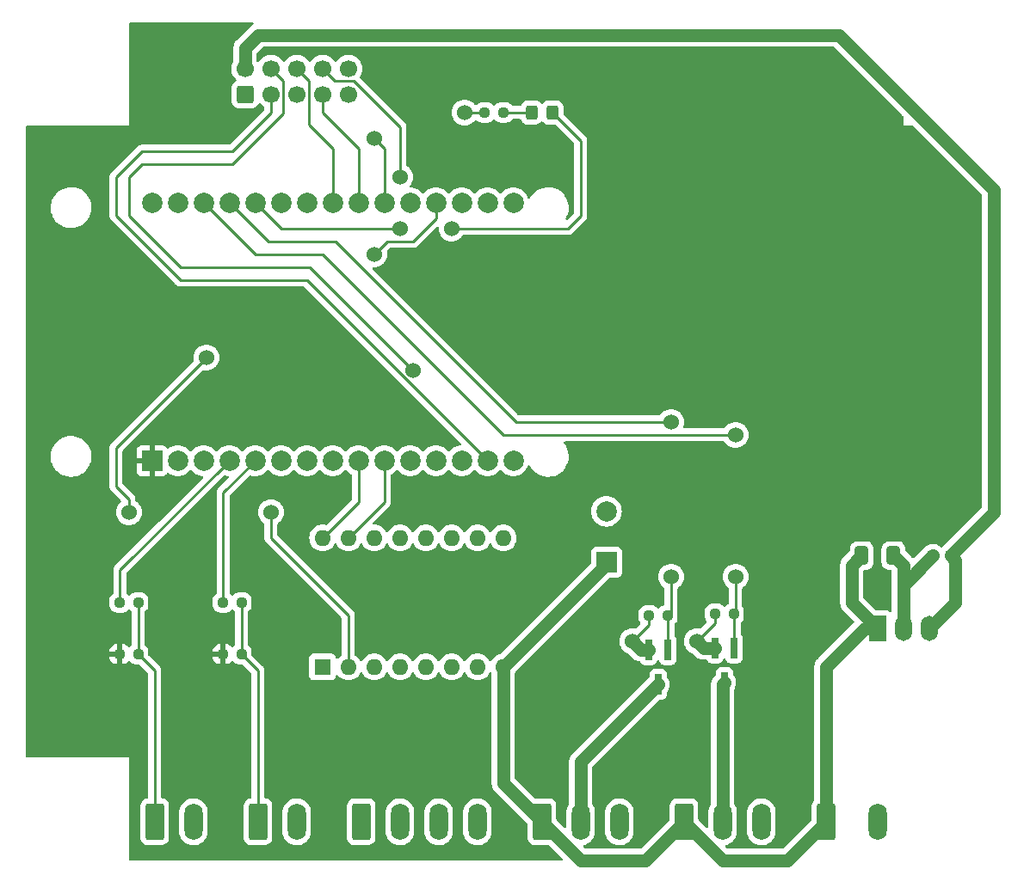
<source format=gbr>
%TF.GenerationSoftware,KiCad,Pcbnew,(6.0.1)*%
%TF.CreationDate,2022-02-12T14:44:04-06:00*%
%TF.ProjectId,sawsetter_main,73617773-6574-4746-9572-5f6d61696e2e,rev?*%
%TF.SameCoordinates,Original*%
%TF.FileFunction,Copper,L1,Top*%
%TF.FilePolarity,Positive*%
%FSLAX46Y46*%
G04 Gerber Fmt 4.6, Leading zero omitted, Abs format (unit mm)*
G04 Created by KiCad (PCBNEW (6.0.1)) date 2022-02-12 14:44:04*
%MOMM*%
%LPD*%
G01*
G04 APERTURE LIST*
G04 Aperture macros list*
%AMRoundRect*
0 Rectangle with rounded corners*
0 $1 Rounding radius*
0 $2 $3 $4 $5 $6 $7 $8 $9 X,Y pos of 4 corners*
0 Add a 4 corners polygon primitive as box body*
4,1,4,$2,$3,$4,$5,$6,$7,$8,$9,$2,$3,0*
0 Add four circle primitives for the rounded corners*
1,1,$1+$1,$2,$3*
1,1,$1+$1,$4,$5*
1,1,$1+$1,$6,$7*
1,1,$1+$1,$8,$9*
0 Add four rect primitives between the rounded corners*
20,1,$1+$1,$2,$3,$4,$5,0*
20,1,$1+$1,$4,$5,$6,$7,0*
20,1,$1+$1,$6,$7,$8,$9,0*
20,1,$1+$1,$8,$9,$2,$3,0*%
G04 Aperture macros list end*
%TA.AperFunction,ComponentPad*%
%ADD10R,2.000000X2.000000*%
%TD*%
%TA.AperFunction,ComponentPad*%
%ADD11C,2.000000*%
%TD*%
%TA.AperFunction,SMDPad,CuDef*%
%ADD12RoundRect,0.237500X-0.250000X-0.237500X0.250000X-0.237500X0.250000X0.237500X-0.250000X0.237500X0*%
%TD*%
%TA.AperFunction,SMDPad,CuDef*%
%ADD13RoundRect,0.250000X-0.325000X-0.450000X0.325000X-0.450000X0.325000X0.450000X-0.325000X0.450000X0*%
%TD*%
%TA.AperFunction,ComponentPad*%
%ADD14RoundRect,0.250000X-0.650000X-1.550000X0.650000X-1.550000X0.650000X1.550000X-0.650000X1.550000X0*%
%TD*%
%TA.AperFunction,ComponentPad*%
%ADD15O,1.800000X3.600000*%
%TD*%
%TA.AperFunction,SMDPad,CuDef*%
%ADD16R,0.650000X2.000000*%
%TD*%
%TA.AperFunction,ComponentPad*%
%ADD17RoundRect,0.250000X0.600000X-0.600000X0.600000X0.600000X-0.600000X0.600000X-0.600000X-0.600000X0*%
%TD*%
%TA.AperFunction,ComponentPad*%
%ADD18C,1.700000*%
%TD*%
%TA.AperFunction,SMDPad,CuDef*%
%ADD19RoundRect,0.237500X0.250000X0.237500X-0.250000X0.237500X-0.250000X-0.237500X0.250000X-0.237500X0*%
%TD*%
%TA.AperFunction,ComponentPad*%
%ADD20R,1.600000X1.600000*%
%TD*%
%TA.AperFunction,ComponentPad*%
%ADD21O,1.600000X1.600000*%
%TD*%
%TA.AperFunction,SMDPad,CuDef*%
%ADD22RoundRect,0.237500X0.300000X0.237500X-0.300000X0.237500X-0.300000X-0.237500X0.300000X-0.237500X0*%
%TD*%
%TA.AperFunction,SMDPad,CuDef*%
%ADD23RoundRect,0.250000X-0.412500X-0.650000X0.412500X-0.650000X0.412500X0.650000X-0.412500X0.650000X0*%
%TD*%
%TA.AperFunction,ComponentPad*%
%ADD24R,1.700000X2.500000*%
%TD*%
%TA.AperFunction,ComponentPad*%
%ADD25O,1.700000X2.500000*%
%TD*%
%TA.AperFunction,ViaPad*%
%ADD26C,1.524000*%
%TD*%
%TA.AperFunction,Conductor*%
%ADD27C,0.250000*%
%TD*%
%TA.AperFunction,Conductor*%
%ADD28C,1.270000*%
%TD*%
G04 APERTURE END LIST*
D10*
%TO.P,C3,1*%
%TO.N,+24V*%
X78740000Y-96347677D03*
D11*
%TO.P,C3,2*%
%TO.N,GND*%
X78740000Y-91347677D03*
%TD*%
D12*
%TO.P,R6,1*%
%TO.N,+3V3*%
X40997500Y-105410000D03*
%TO.P,R6,2*%
%TO.N,Net-(J7-Pad1)*%
X42822500Y-105410000D03*
%TD*%
D13*
%TO.P,D1,1,K*%
%TO.N,Net-(D1-Pad1)*%
X71365000Y-52070000D03*
%TO.P,D1,2,A*%
%TO.N,/LED*%
X73415000Y-52070000D03*
%TD*%
D14*
%TO.P,J1,1,Pin_1*%
%TO.N,+24V*%
X72390000Y-121920000D03*
D15*
%TO.P,J1,2,Pin_2*%
%TO.N,Net-(J1-Pad2)*%
X76200000Y-121920000D03*
%TO.P,J1,3,Pin_3*%
%TO.N,GND*%
X80010000Y-121920000D03*
%TD*%
D16*
%TO.P,Q1,1,G*%
%TO.N,/VALVE1*%
X84770000Y-104970000D03*
%TO.P,Q1,2,S*%
%TO.N,GND*%
X82870000Y-104970000D03*
%TO.P,Q1,3,D*%
%TO.N,Net-(J1-Pad2)*%
X83820000Y-108390000D03*
%TD*%
%TO.P,Q2,1,G*%
%TO.N,/VALVE2*%
X91295000Y-104805000D03*
%TO.P,Q2,2,S*%
%TO.N,GND*%
X89395000Y-104805000D03*
%TO.P,Q2,3,D*%
%TO.N,Net-(J2-Pad2)*%
X90345000Y-108225000D03*
%TD*%
D12*
%TO.P,R4,1*%
%TO.N,+3V3*%
X30837500Y-105410000D03*
%TO.P,R4,2*%
%TO.N,Net-(J6-Pad1)*%
X32662500Y-105410000D03*
%TD*%
D17*
%TO.P,J3,1,Pin_1*%
%TO.N,GND*%
X43180000Y-50282500D03*
D18*
%TO.P,J3,2,Pin_2*%
%TO.N,+5V*%
X43180000Y-47742500D03*
%TO.P,J3,3,Pin_3*%
%TO.N,/SCL*%
X45720000Y-50282500D03*
%TO.P,J3,4,Pin_4*%
%TO.N,/SDA*%
X45720000Y-47742500D03*
%TO.P,J3,5,Pin_5*%
%TO.N,/RIGHT*%
X48260000Y-50282500D03*
%TO.P,J3,6,Pin_6*%
%TO.N,/UP*%
X48260000Y-47742500D03*
%TO.P,J3,7,Pin_7*%
%TO.N,/GO*%
X50800000Y-50282500D03*
%TO.P,J3,8,Pin_8*%
%TO.N,/DOWN*%
X50800000Y-47742500D03*
%TO.P,J3,9,Pin_9*%
%TO.N,/LEFT*%
X53340000Y-50282500D03*
%TO.P,J3,10,Pin_10*%
%TO.N,unconnected-(J3-Pad10)*%
X53340000Y-47742500D03*
%TD*%
D19*
%TO.P,R2,1*%
%TO.N,/VALVE2*%
X91257500Y-101435000D03*
%TO.P,R2,2*%
%TO.N,GND*%
X89432500Y-101435000D03*
%TD*%
%TO.P,R1,1*%
%TO.N,/VALVE1*%
X84732500Y-101600000D03*
%TO.P,R1,2*%
%TO.N,GND*%
X82907500Y-101600000D03*
%TD*%
D14*
%TO.P,J5,1,Pin_1*%
%TO.N,+24V*%
X100330000Y-121920000D03*
D15*
%TO.P,J5,2,Pin_2*%
%TO.N,GND*%
X105410000Y-121920000D03*
%TD*%
D20*
%TO.P,A1,1,GND*%
%TO.N,GND*%
X50800000Y-106670000D03*
D21*
%TO.P,A1,2,~{FLT}*%
%TO.N,/nFAULT*%
X53340000Y-106670000D03*
%TO.P,A1,3,A2*%
%TO.N,Net-(A1-Pad3)*%
X55880000Y-106670000D03*
%TO.P,A1,4,A1*%
%TO.N,Net-(A1-Pad4)*%
X58420000Y-106670000D03*
%TO.P,A1,5,B1*%
%TO.N,Net-(A1-Pad5)*%
X60960000Y-106670000D03*
%TO.P,A1,6,B2*%
%TO.N,Net-(A1-Pad6)*%
X63500000Y-106670000D03*
%TO.P,A1,7,GND*%
%TO.N,GND*%
X66040000Y-106670000D03*
%TO.P,A1,8,VMOT*%
%TO.N,+24V*%
X68580000Y-106670000D03*
%TO.P,A1,9,~{EN}*%
%TO.N,unconnected-(A1-Pad9)*%
X68580000Y-93970000D03*
%TO.P,A1,10,M0*%
%TO.N,unconnected-(A1-Pad10)*%
X66040000Y-93970000D03*
%TO.P,A1,11,M1*%
%TO.N,unconnected-(A1-Pad11)*%
X63500000Y-93970000D03*
%TO.P,A1,12,M2*%
%TO.N,unconnected-(A1-Pad12)*%
X60960000Y-93970000D03*
%TO.P,A1,13,~{RST}*%
%TO.N,/S_ON*%
X58420000Y-93970000D03*
%TO.P,A1,14,~{SLP}*%
X55880000Y-93970000D03*
%TO.P,A1,15,STEP*%
%TO.N,/STEP*%
X53340000Y-93970000D03*
%TO.P,A1,16,DIR*%
%TO.N,/DIR*%
X50800000Y-93970000D03*
%TD*%
D14*
%TO.P,J6,1,Pin_1*%
%TO.N,Net-(J6-Pad1)*%
X34290000Y-121920000D03*
D15*
%TO.P,J6,2,Pin_2*%
%TO.N,GND*%
X38100000Y-121920000D03*
%TD*%
D22*
%TO.P,C2,1*%
%TO.N,+5V*%
X112580000Y-95705000D03*
%TO.P,C2,2*%
%TO.N,GND*%
X110855000Y-95705000D03*
%TD*%
D19*
%TO.P,R5,1*%
%TO.N,Net-(J7-Pad1)*%
X42822500Y-100330000D03*
%TO.P,R5,2*%
%TO.N,/LIMIT2*%
X40997500Y-100330000D03*
%TD*%
%TO.P,R7,1*%
%TO.N,Net-(D1-Pad1)*%
X68580000Y-52070000D03*
%TO.P,R7,2*%
%TO.N,GND*%
X66755000Y-52070000D03*
%TD*%
%TO.P,R3,1*%
%TO.N,Net-(J6-Pad1)*%
X32662500Y-100330000D03*
%TO.P,R3,2*%
%TO.N,/LIMIT1*%
X30837500Y-100330000D03*
%TD*%
D14*
%TO.P,J7,1,Pin_1*%
%TO.N,Net-(J7-Pad1)*%
X44450000Y-121920000D03*
D15*
%TO.P,J7,2,Pin_2*%
%TO.N,GND*%
X48260000Y-121920000D03*
%TD*%
D10*
%TO.P,U1,1,3V3*%
%TO.N,+3V3*%
X34015000Y-86360000D03*
D11*
%TO.P,U1,2,GND*%
%TO.N,GND*%
X36555000Y-86360000D03*
%TO.P,U1,3,D15*%
%TO.N,unconnected-(U1-Pad3)*%
X39095000Y-86360000D03*
%TO.P,U1,4,D2*%
%TO.N,/LIMIT1*%
X41635000Y-86360000D03*
%TO.P,U1,5,D4*%
%TO.N,/LIMIT2*%
X44175000Y-86360000D03*
%TO.P,U1,6,RX2*%
%TO.N,unconnected-(U1-Pad6)*%
X46715000Y-86360000D03*
%TO.P,U1,7,TX2*%
%TO.N,unconnected-(U1-Pad7)*%
X49255000Y-86360000D03*
%TO.P,U1,8,D5*%
%TO.N,/S_ON*%
X51795000Y-86360000D03*
%TO.P,U1,9,D18*%
%TO.N,/DIR*%
X54335000Y-86360000D03*
%TO.P,U1,10,D19*%
%TO.N,/STEP*%
X56875000Y-86360000D03*
%TO.P,U1,11,D21*%
%TO.N,/SDA*%
X59415000Y-86360000D03*
%TO.P,U1,12,RX0*%
%TO.N,unconnected-(U1-Pad12)*%
X61955000Y-86360000D03*
%TO.P,U1,13,TX0*%
%TO.N,unconnected-(U1-Pad13)*%
X64495000Y-86360000D03*
%TO.P,U1,14,D22*%
%TO.N,/SCL*%
X67035000Y-86360000D03*
%TO.P,U1,15,D23*%
%TO.N,unconnected-(U1-Pad15)*%
X69575000Y-86360000D03*
%TO.P,U1,16,EN*%
%TO.N,unconnected-(U1-Pad16)*%
X69575000Y-60960000D03*
%TO.P,U1,17,VP*%
%TO.N,unconnected-(U1-Pad17)*%
X67035000Y-60960000D03*
%TO.P,U1,18,VN*%
%TO.N,unconnected-(U1-Pad18)*%
X64495000Y-60960000D03*
%TO.P,U1,19,D34*%
%TO.N,/nFAULT*%
X61955000Y-60960000D03*
%TO.P,U1,20,D35*%
%TO.N,unconnected-(U1-Pad20)*%
X59415000Y-60960000D03*
%TO.P,U1,21,D32*%
%TO.N,/RIGHT*%
X56875000Y-60960000D03*
%TO.P,U1,22,D33*%
%TO.N,/GO*%
X54335000Y-60960000D03*
%TO.P,U1,23,D25*%
%TO.N,/UP*%
X51795000Y-60960000D03*
%TO.P,U1,24,D26*%
%TO.N,/DOWN*%
X49255000Y-60960000D03*
%TO.P,U1,25,D27*%
%TO.N,/LEFT*%
X46715000Y-60960000D03*
%TO.P,U1,26,D14*%
%TO.N,/LED*%
X44175000Y-60960000D03*
%TO.P,U1,27,D12*%
%TO.N,/VALVE1*%
X41635000Y-60960000D03*
%TO.P,U1,28,D13*%
%TO.N,/VALVE2*%
X39095000Y-60960000D03*
%TO.P,U1,29,GND*%
%TO.N,GND*%
X36555000Y-60960000D03*
%TO.P,U1,30,VIN*%
%TO.N,+5V*%
X34015000Y-60960000D03*
%TD*%
D14*
%TO.P,J4,1,Pin_1*%
%TO.N,Net-(A1-Pad3)*%
X54610000Y-121920000D03*
D15*
%TO.P,J4,2,Pin_2*%
%TO.N,Net-(A1-Pad4)*%
X58420000Y-121920000D03*
%TO.P,J4,3,Pin_3*%
%TO.N,Net-(A1-Pad5)*%
X62230000Y-121920000D03*
%TO.P,J4,4,Pin_4*%
%TO.N,Net-(A1-Pad6)*%
X66040000Y-121920000D03*
%TD*%
D23*
%TO.P,C1,1*%
%TO.N,+24V*%
X103847500Y-95705000D03*
%TO.P,C1,2*%
%TO.N,GND*%
X106972500Y-95705000D03*
%TD*%
D24*
%TO.P,U2,1,IN*%
%TO.N,+24V*%
X105410000Y-102870000D03*
D25*
%TO.P,U2,2,GND*%
%TO.N,GND*%
X107950000Y-102870000D03*
%TO.P,U2,3,OUT*%
%TO.N,+5V*%
X110490000Y-102870000D03*
%TD*%
D14*
%TO.P,J2,1,Pin_1*%
%TO.N,+24V*%
X86360000Y-121920000D03*
D15*
%TO.P,J2,2,Pin_2*%
%TO.N,Net-(J2-Pad2)*%
X90170000Y-121920000D03*
%TO.P,J2,3,Pin_3*%
%TO.N,GND*%
X93980000Y-121920000D03*
%TD*%
D26*
%TO.N,GND*%
X64770000Y-52070000D03*
X87630000Y-104140000D03*
X81280000Y-104140000D03*
%TO.N,/nFAULT*%
X31750000Y-91440000D03*
X39370000Y-76200000D03*
X45720000Y-91440000D03*
X55880000Y-66040000D03*
%TO.N,/VALVE1*%
X85090000Y-82550000D03*
X85090000Y-97790000D03*
%TO.N,/VALVE2*%
X91440000Y-97790000D03*
X91440000Y-83820000D03*
%TO.N,/SDA*%
X59690000Y-77470000D03*
%TO.N,/DOWN*%
X58420000Y-58420000D03*
%TO.N,/RIGHT*%
X55880000Y-54610000D03*
%TO.N,/LED*%
X63500000Y-63500000D03*
X58420000Y-63500000D03*
%TD*%
D27*
%TO.N,/LED*%
X76200000Y-62230000D02*
X76200000Y-54855000D01*
X74930000Y-63500000D02*
X76200000Y-62230000D01*
X63500000Y-63500000D02*
X74930000Y-63500000D01*
X76200000Y-54855000D02*
X73415000Y-52070000D01*
%TO.N,/nFAULT*%
X30480000Y-88900000D02*
X30480000Y-85090000D01*
X30480000Y-85090000D02*
X39370000Y-76200000D01*
X31750000Y-90170000D02*
X30480000Y-88900000D01*
X31750000Y-91440000D02*
X31750000Y-90170000D01*
X53340000Y-101600000D02*
X53340000Y-106670000D01*
X45720000Y-93980000D02*
X53340000Y-101600000D01*
X45720000Y-91440000D02*
X45720000Y-93980000D01*
%TO.N,GND*%
X89432500Y-101435000D02*
X89432500Y-102337500D01*
D28*
X107950000Y-96682500D02*
X106972500Y-95705000D01*
D27*
X82907500Y-102512500D02*
X81280000Y-104140000D01*
D28*
X107950000Y-102870000D02*
X107950000Y-98610000D01*
D27*
X66755000Y-52070000D02*
X64770000Y-52070000D01*
X89432500Y-102337500D02*
X87630000Y-104140000D01*
X82907500Y-101600000D02*
X82907500Y-102512500D01*
D28*
X107950000Y-98610000D02*
X110855000Y-95705000D01*
X82110000Y-104970000D02*
X81280000Y-104140000D01*
X107950000Y-102870000D02*
X107950000Y-96682500D01*
X89395000Y-104805000D02*
X88295000Y-104805000D01*
X82870000Y-104970000D02*
X82110000Y-104970000D01*
X88295000Y-104805000D02*
X87630000Y-104140000D01*
%TO.N,+24V*%
X105410000Y-102870000D02*
X102870000Y-100330000D01*
X82550000Y-125730000D02*
X76200000Y-125730000D01*
X68580000Y-118110000D02*
X68580000Y-106670000D01*
X100330000Y-121920000D02*
X96520000Y-125730000D01*
X104140000Y-102870000D02*
X105410000Y-102870000D01*
X78740000Y-96510000D02*
X78740000Y-96347677D01*
X76200000Y-125730000D02*
X72390000Y-121920000D01*
X102870000Y-100330000D02*
X102870000Y-96682500D01*
X100330000Y-121920000D02*
X100330000Y-106680000D01*
X90170000Y-125730000D02*
X86360000Y-121920000D01*
X96520000Y-125730000D02*
X90170000Y-125730000D01*
X86360000Y-121920000D02*
X82550000Y-125730000D01*
X100330000Y-106680000D02*
X104140000Y-102870000D01*
X68580000Y-106670000D02*
X78740000Y-96510000D01*
X102870000Y-96682500D02*
X103847500Y-95705000D01*
X72390000Y-121920000D02*
X68580000Y-118110000D01*
%TO.N,+5V*%
X116840000Y-59690000D02*
X101600000Y-44450000D01*
X101600000Y-44450000D02*
X44450000Y-44450000D01*
X113030000Y-96155000D02*
X112580000Y-95705000D01*
X112580000Y-95705000D02*
X116840000Y-91445000D01*
X113030000Y-100330000D02*
X113030000Y-96155000D01*
X116840000Y-91445000D02*
X116840000Y-59690000D01*
X44450000Y-44450000D02*
X43180000Y-45720000D01*
X110490000Y-102870000D02*
X113030000Y-100330000D01*
X43180000Y-45720000D02*
X43180000Y-47742500D01*
D27*
%TO.N,/nFAULT*%
X55880000Y-66040000D02*
X57150000Y-64770000D01*
X59690000Y-64770000D02*
X61955000Y-62505000D01*
X57150000Y-64770000D02*
X59690000Y-64770000D01*
X61955000Y-62505000D02*
X61955000Y-60960000D01*
%TO.N,/STEP*%
X56875000Y-86360000D02*
X56875000Y-90435000D01*
X56875000Y-90435000D02*
X53340000Y-93970000D01*
%TO.N,/DIR*%
X54335000Y-86360000D02*
X54335000Y-90435000D01*
X54335000Y-90435000D02*
X50800000Y-93970000D01*
%TO.N,/VALVE1*%
X45720000Y-64770000D02*
X52070000Y-64770000D01*
X85090000Y-101242500D02*
X84732500Y-101600000D01*
X45445000Y-64770000D02*
X45720000Y-64770000D01*
X85090000Y-97790000D02*
X85090000Y-101242500D01*
X41635000Y-60960000D02*
X45445000Y-64770000D01*
X84770000Y-101637500D02*
X84770000Y-104970000D01*
X84732500Y-101600000D02*
X84770000Y-101637500D01*
X52070000Y-64770000D02*
X69850000Y-82550000D01*
X69850000Y-82550000D02*
X85090000Y-82550000D01*
%TO.N,/VALVE2*%
X91440000Y-97790000D02*
X91440000Y-101252500D01*
X91440000Y-101252500D02*
X91257500Y-101435000D01*
X85090000Y-83820000D02*
X91440000Y-83820000D01*
X91295000Y-101472500D02*
X91257500Y-101435000D01*
X39095000Y-60960000D02*
X44175000Y-66040000D01*
X44175000Y-66040000D02*
X50800000Y-66040000D01*
X68580000Y-83820000D02*
X85090000Y-83820000D01*
X50800000Y-66040000D02*
X68580000Y-83820000D01*
X91295000Y-104805000D02*
X91295000Y-101472500D01*
%TO.N,/LIMIT1*%
X30837500Y-100330000D02*
X30837500Y-97157500D01*
X30837500Y-97157500D02*
X41635000Y-86360000D01*
%TO.N,/SDA*%
X46894511Y-52165489D02*
X41910000Y-57150000D01*
X31750000Y-58420000D02*
X31750000Y-62230000D01*
X49530000Y-67310000D02*
X59690000Y-77470000D01*
X41910000Y-57150000D02*
X33020000Y-57150000D01*
X31750000Y-62230000D02*
X36830000Y-67310000D01*
X45720000Y-47742500D02*
X46894511Y-48917011D01*
X33020000Y-57150000D02*
X31750000Y-58420000D01*
X46894511Y-48917011D02*
X46894511Y-52165489D01*
X36830000Y-67310000D02*
X49530000Y-67310000D01*
%TO.N,/SCL*%
X45720000Y-52070000D02*
X45720000Y-50282500D01*
X30480000Y-62230000D02*
X30480000Y-58420000D01*
X67035000Y-86360000D02*
X49255000Y-68580000D01*
X41910000Y-55880000D02*
X45720000Y-52070000D01*
X36830000Y-68580000D02*
X30480000Y-62230000D01*
X49255000Y-68580000D02*
X36830000Y-68580000D01*
X30480000Y-58420000D02*
X33020000Y-55880000D01*
X33020000Y-55880000D02*
X41910000Y-55880000D01*
%TO.N,/DOWN*%
X58420000Y-58420000D02*
X58420000Y-53510512D01*
X53826499Y-48917011D02*
X51974511Y-48917011D01*
X58420000Y-53510512D02*
X53826499Y-48917011D01*
X51974511Y-48917011D02*
X50800000Y-47742500D01*
%TO.N,/UP*%
X51795000Y-55605000D02*
X51795000Y-60960000D01*
X49434511Y-48917011D02*
X49434511Y-53244511D01*
X49434511Y-53244511D02*
X51795000Y-55605000D01*
X48260000Y-47742500D02*
X49434511Y-48917011D01*
%TO.N,/GO*%
X50800000Y-50282500D02*
X50800000Y-52070000D01*
X54335000Y-55605000D02*
X54335000Y-60960000D01*
X50800000Y-52070000D02*
X54335000Y-55605000D01*
%TO.N,/RIGHT*%
X55880000Y-54610000D02*
X56875000Y-55605000D01*
X56875000Y-55605000D02*
X56875000Y-60960000D01*
D28*
%TO.N,Net-(J1-Pad2)*%
X76200000Y-116010000D02*
X83820000Y-108390000D01*
X76200000Y-121920000D02*
X76200000Y-116010000D01*
%TO.N,Net-(J2-Pad2)*%
X90170000Y-121920000D02*
X90170000Y-108400000D01*
X90170000Y-108400000D02*
X90345000Y-108225000D01*
D27*
%TO.N,Net-(J6-Pad1)*%
X32662500Y-105410000D02*
X32662500Y-100330000D01*
X34290000Y-121920000D02*
X34290000Y-107037500D01*
X34290000Y-107037500D02*
X32662500Y-105410000D01*
%TO.N,Net-(J7-Pad1)*%
X42822500Y-105410000D02*
X42822500Y-100330000D01*
X44450000Y-107037500D02*
X42822500Y-105410000D01*
X44450000Y-121920000D02*
X44450000Y-107037500D01*
%TO.N,/LIMIT2*%
X40997500Y-100330000D02*
X40997500Y-89537500D01*
X40997500Y-89537500D02*
X44175000Y-86360000D01*
%TO.N,Net-(D1-Pad1)*%
X68580000Y-52070000D02*
X71365000Y-52070000D01*
%TO.N,/LED*%
X46715000Y-63500000D02*
X58420000Y-63500000D01*
X44175000Y-60960000D02*
X46715000Y-63500000D01*
%TD*%
%TA.AperFunction,Conductor*%
%TO.N,+3V3*%
G36*
X43965828Y-43200002D02*
G01*
X44012321Y-43253658D01*
X44022425Y-43323932D01*
X43992931Y-43388512D01*
X43956375Y-43417508D01*
X43932223Y-43430215D01*
X43929319Y-43431695D01*
X43849963Y-43470829D01*
X43845332Y-43474287D01*
X43842129Y-43476250D01*
X43832742Y-43482173D01*
X43829649Y-43484182D01*
X43824537Y-43486871D01*
X43755044Y-43541656D01*
X43752474Y-43543627D01*
X43686199Y-43593116D01*
X43686192Y-43593123D01*
X43681571Y-43596573D01*
X43677657Y-43600807D01*
X43677655Y-43600809D01*
X43625738Y-43656973D01*
X43622308Y-43660539D01*
X42401696Y-44881151D01*
X42395678Y-44886788D01*
X42346981Y-44929494D01*
X42343406Y-44934029D01*
X42343405Y-44934030D01*
X42292202Y-44998982D01*
X42290124Y-45001547D01*
X42237266Y-45065100D01*
X42237262Y-45065105D01*
X42233574Y-45069540D01*
X42230755Y-45074574D01*
X42228686Y-45077584D01*
X42222492Y-45086854D01*
X42220449Y-45089999D01*
X42216872Y-45094537D01*
X42214184Y-45099645D01*
X42214182Y-45099649D01*
X42175688Y-45172816D01*
X42174118Y-45175706D01*
X42130885Y-45252904D01*
X42129028Y-45258376D01*
X42127514Y-45261776D01*
X42123127Y-45271987D01*
X42121705Y-45275421D01*
X42119018Y-45280527D01*
X42117306Y-45286041D01*
X42117305Y-45286043D01*
X42092788Y-45364999D01*
X42091769Y-45368135D01*
X42063331Y-45451912D01*
X42062502Y-45457625D01*
X42061659Y-45461138D01*
X42059167Y-45472151D01*
X42058409Y-45475718D01*
X42056696Y-45481234D01*
X42056018Y-45486962D01*
X42056017Y-45486967D01*
X42046297Y-45569098D01*
X42045870Y-45572340D01*
X42033175Y-45659897D01*
X42033402Y-45665665D01*
X42036403Y-45742054D01*
X42036500Y-45747001D01*
X42036500Y-46969084D01*
X42014588Y-47040088D01*
X41994743Y-47069180D01*
X41992569Y-47073863D01*
X41992567Y-47073867D01*
X41908996Y-47253906D01*
X41900688Y-47271805D01*
X41840989Y-47487070D01*
X41817251Y-47709195D01*
X41817548Y-47714348D01*
X41817548Y-47714351D01*
X41823011Y-47809090D01*
X41830110Y-47932215D01*
X41831247Y-47937261D01*
X41831248Y-47937267D01*
X41851119Y-48025439D01*
X41879222Y-48150139D01*
X41963266Y-48357116D01*
X42014019Y-48439938D01*
X42077291Y-48543188D01*
X42079987Y-48547588D01*
X42226250Y-48716438D01*
X42296344Y-48774631D01*
X42335979Y-48833533D01*
X42337477Y-48904514D01*
X42300363Y-48965037D01*
X42269312Y-48985675D01*
X42262996Y-48988634D01*
X42256054Y-48990950D01*
X42105652Y-49084022D01*
X41980695Y-49209197D01*
X41976855Y-49215427D01*
X41976854Y-49215428D01*
X41892466Y-49352331D01*
X41887885Y-49359762D01*
X41832203Y-49527639D01*
X41831503Y-49534475D01*
X41831502Y-49534478D01*
X41829500Y-49554018D01*
X41821500Y-49632100D01*
X41821500Y-50932900D01*
X41821837Y-50936146D01*
X41821837Y-50936150D01*
X41831233Y-51026704D01*
X41832474Y-51038666D01*
X41888450Y-51206446D01*
X41981522Y-51356848D01*
X42106697Y-51481805D01*
X42112927Y-51485645D01*
X42112928Y-51485646D01*
X42250090Y-51570194D01*
X42257262Y-51574615D01*
X42311371Y-51592562D01*
X42418611Y-51628132D01*
X42418613Y-51628132D01*
X42425139Y-51630297D01*
X42431975Y-51630997D01*
X42431978Y-51630998D01*
X42471372Y-51635034D01*
X42529600Y-51641000D01*
X43830400Y-51641000D01*
X43833646Y-51640663D01*
X43833650Y-51640663D01*
X43929308Y-51630738D01*
X43929312Y-51630737D01*
X43936166Y-51630026D01*
X43942702Y-51627845D01*
X43942704Y-51627845D01*
X44074806Y-51583772D01*
X44103946Y-51574050D01*
X44254348Y-51480978D01*
X44379305Y-51355803D01*
X44416784Y-51295002D01*
X44468276Y-51211466D01*
X44472115Y-51205238D01*
X44474418Y-51198295D01*
X44476763Y-51193266D01*
X44523680Y-51139981D01*
X44591958Y-51120521D01*
X44659918Y-51141064D01*
X44686194Y-51164020D01*
X44762860Y-51252525D01*
X44766250Y-51256438D01*
X44938126Y-51399132D01*
X45003462Y-51437311D01*
X45024070Y-51449353D01*
X45072794Y-51500991D01*
X45086500Y-51558141D01*
X45086500Y-51755406D01*
X45066498Y-51823527D01*
X45049595Y-51844501D01*
X41684500Y-55209595D01*
X41622188Y-55243621D01*
X41595405Y-55246500D01*
X33098763Y-55246500D01*
X33087579Y-55245973D01*
X33080091Y-55244299D01*
X33072168Y-55244548D01*
X33012033Y-55246438D01*
X33008075Y-55246500D01*
X32980144Y-55246500D01*
X32976229Y-55246995D01*
X32976225Y-55246995D01*
X32976167Y-55247003D01*
X32976138Y-55247006D01*
X32964296Y-55247939D01*
X32920110Y-55249327D01*
X32902744Y-55254372D01*
X32900658Y-55254978D01*
X32881306Y-55258986D01*
X32869068Y-55260532D01*
X32869066Y-55260533D01*
X32861203Y-55261526D01*
X32820086Y-55277806D01*
X32808885Y-55281641D01*
X32766406Y-55293982D01*
X32759587Y-55298015D01*
X32759582Y-55298017D01*
X32748971Y-55304293D01*
X32731221Y-55312990D01*
X32712383Y-55320448D01*
X32705967Y-55325109D01*
X32705966Y-55325110D01*
X32676625Y-55346428D01*
X32666701Y-55352947D01*
X32635460Y-55371422D01*
X32635455Y-55371426D01*
X32628637Y-55375458D01*
X32614313Y-55389782D01*
X32599281Y-55402621D01*
X32582893Y-55414528D01*
X32562788Y-55438831D01*
X32554712Y-55448593D01*
X32546722Y-55457373D01*
X30087747Y-57916348D01*
X30079461Y-57923888D01*
X30072982Y-57928000D01*
X30067557Y-57933777D01*
X30026357Y-57977651D01*
X30023602Y-57980493D01*
X30003865Y-58000230D01*
X30001385Y-58003427D01*
X29993682Y-58012447D01*
X29963414Y-58044679D01*
X29959595Y-58051625D01*
X29959593Y-58051628D01*
X29953652Y-58062434D01*
X29942801Y-58078953D01*
X29930386Y-58094959D01*
X29927241Y-58102228D01*
X29927238Y-58102232D01*
X29912826Y-58135537D01*
X29907609Y-58146187D01*
X29886305Y-58184940D01*
X29884334Y-58192615D01*
X29884334Y-58192616D01*
X29881267Y-58204562D01*
X29874863Y-58223266D01*
X29866819Y-58241855D01*
X29865580Y-58249678D01*
X29865577Y-58249688D01*
X29859901Y-58285524D01*
X29857495Y-58297144D01*
X29846500Y-58339970D01*
X29846500Y-58360224D01*
X29844949Y-58379934D01*
X29841780Y-58399943D01*
X29842526Y-58407835D01*
X29845941Y-58443961D01*
X29846500Y-58455819D01*
X29846500Y-62151233D01*
X29845973Y-62162416D01*
X29844298Y-62169909D01*
X29844547Y-62177835D01*
X29844547Y-62177836D01*
X29846438Y-62237986D01*
X29846500Y-62241945D01*
X29846500Y-62269856D01*
X29846997Y-62273790D01*
X29846997Y-62273791D01*
X29847005Y-62273856D01*
X29847938Y-62285693D01*
X29849327Y-62329889D01*
X29854978Y-62349339D01*
X29858987Y-62368700D01*
X29860031Y-62376960D01*
X29861526Y-62388797D01*
X29864445Y-62396168D01*
X29864445Y-62396170D01*
X29877804Y-62429912D01*
X29881649Y-62441142D01*
X29887703Y-62461980D01*
X29893982Y-62483593D01*
X29898015Y-62490412D01*
X29898017Y-62490417D01*
X29904293Y-62501028D01*
X29912988Y-62518776D01*
X29920448Y-62537617D01*
X29925110Y-62544033D01*
X29925110Y-62544034D01*
X29946436Y-62573387D01*
X29952952Y-62583307D01*
X29970908Y-62613668D01*
X29975458Y-62621362D01*
X29989779Y-62635683D01*
X30002619Y-62650716D01*
X30014528Y-62667107D01*
X30048605Y-62695298D01*
X30057384Y-62703288D01*
X36326348Y-68972253D01*
X36333888Y-68980539D01*
X36338000Y-68987018D01*
X36343777Y-68992443D01*
X36387651Y-69033643D01*
X36390493Y-69036398D01*
X36410230Y-69056135D01*
X36413427Y-69058615D01*
X36422447Y-69066318D01*
X36454679Y-69096586D01*
X36461625Y-69100405D01*
X36461628Y-69100407D01*
X36472434Y-69106348D01*
X36488953Y-69117199D01*
X36504959Y-69129614D01*
X36512228Y-69132759D01*
X36512232Y-69132762D01*
X36545537Y-69147174D01*
X36556187Y-69152391D01*
X36594940Y-69173695D01*
X36602615Y-69175666D01*
X36602616Y-69175666D01*
X36614562Y-69178733D01*
X36633267Y-69185137D01*
X36651855Y-69193181D01*
X36659678Y-69194420D01*
X36659688Y-69194423D01*
X36695524Y-69200099D01*
X36707144Y-69202505D01*
X36742289Y-69211528D01*
X36749970Y-69213500D01*
X36770224Y-69213500D01*
X36789934Y-69215051D01*
X36809943Y-69218220D01*
X36817835Y-69217474D01*
X36853961Y-69214059D01*
X36865819Y-69213500D01*
X48940406Y-69213500D01*
X49008527Y-69233502D01*
X49029501Y-69250405D01*
X64423116Y-84644020D01*
X64457142Y-84706332D01*
X64452077Y-84777147D01*
X64409530Y-84833983D01*
X64343907Y-84858727D01*
X64258289Y-84865465D01*
X64253482Y-84866619D01*
X64253476Y-84866620D01*
X64142489Y-84893266D01*
X64027406Y-84920895D01*
X64022835Y-84922788D01*
X64022833Y-84922789D01*
X63812611Y-85009865D01*
X63812607Y-85009867D01*
X63808037Y-85011760D01*
X63803817Y-85014346D01*
X63609798Y-85133241D01*
X63609792Y-85133245D01*
X63605584Y-85135824D01*
X63425031Y-85290031D01*
X63421823Y-85293787D01*
X63421818Y-85293792D01*
X63320811Y-85412056D01*
X63261361Y-85450866D01*
X63190366Y-85451372D01*
X63129189Y-85412056D01*
X63028182Y-85293792D01*
X63028177Y-85293787D01*
X63024969Y-85290031D01*
X62844416Y-85135824D01*
X62840208Y-85133245D01*
X62840202Y-85133241D01*
X62646183Y-85014346D01*
X62641963Y-85011760D01*
X62637393Y-85009867D01*
X62637389Y-85009865D01*
X62427167Y-84922789D01*
X62427165Y-84922788D01*
X62422594Y-84920895D01*
X62307511Y-84893266D01*
X62196524Y-84866620D01*
X62196518Y-84866619D01*
X62191711Y-84865465D01*
X61955000Y-84846835D01*
X61718289Y-84865465D01*
X61713482Y-84866619D01*
X61713476Y-84866620D01*
X61602489Y-84893266D01*
X61487406Y-84920895D01*
X61482835Y-84922788D01*
X61482833Y-84922789D01*
X61272611Y-85009865D01*
X61272607Y-85009867D01*
X61268037Y-85011760D01*
X61263817Y-85014346D01*
X61069798Y-85133241D01*
X61069792Y-85133245D01*
X61065584Y-85135824D01*
X60885031Y-85290031D01*
X60881823Y-85293787D01*
X60881818Y-85293792D01*
X60780811Y-85412056D01*
X60721361Y-85450866D01*
X60650366Y-85451372D01*
X60589189Y-85412056D01*
X60488182Y-85293792D01*
X60488177Y-85293787D01*
X60484969Y-85290031D01*
X60304416Y-85135824D01*
X60300208Y-85133245D01*
X60300202Y-85133241D01*
X60106183Y-85014346D01*
X60101963Y-85011760D01*
X60097393Y-85009867D01*
X60097389Y-85009865D01*
X59887167Y-84922789D01*
X59887165Y-84922788D01*
X59882594Y-84920895D01*
X59767511Y-84893266D01*
X59656524Y-84866620D01*
X59656518Y-84866619D01*
X59651711Y-84865465D01*
X59415000Y-84846835D01*
X59178289Y-84865465D01*
X59173482Y-84866619D01*
X59173476Y-84866620D01*
X59062489Y-84893266D01*
X58947406Y-84920895D01*
X58942835Y-84922788D01*
X58942833Y-84922789D01*
X58732611Y-85009865D01*
X58732607Y-85009867D01*
X58728037Y-85011760D01*
X58723817Y-85014346D01*
X58529798Y-85133241D01*
X58529792Y-85133245D01*
X58525584Y-85135824D01*
X58345031Y-85290031D01*
X58341823Y-85293787D01*
X58341818Y-85293792D01*
X58240811Y-85412056D01*
X58181361Y-85450866D01*
X58110366Y-85451372D01*
X58049189Y-85412056D01*
X57948182Y-85293792D01*
X57948177Y-85293787D01*
X57944969Y-85290031D01*
X57764416Y-85135824D01*
X57760208Y-85133245D01*
X57760202Y-85133241D01*
X57566183Y-85014346D01*
X57561963Y-85011760D01*
X57557393Y-85009867D01*
X57557389Y-85009865D01*
X57347167Y-84922789D01*
X57347165Y-84922788D01*
X57342594Y-84920895D01*
X57227511Y-84893266D01*
X57116524Y-84866620D01*
X57116518Y-84866619D01*
X57111711Y-84865465D01*
X56875000Y-84846835D01*
X56638289Y-84865465D01*
X56633482Y-84866619D01*
X56633476Y-84866620D01*
X56522489Y-84893266D01*
X56407406Y-84920895D01*
X56402835Y-84922788D01*
X56402833Y-84922789D01*
X56192611Y-85009865D01*
X56192607Y-85009867D01*
X56188037Y-85011760D01*
X56183817Y-85014346D01*
X55989798Y-85133241D01*
X55989792Y-85133245D01*
X55985584Y-85135824D01*
X55805031Y-85290031D01*
X55801823Y-85293787D01*
X55801818Y-85293792D01*
X55700811Y-85412056D01*
X55641361Y-85450866D01*
X55570366Y-85451372D01*
X55509189Y-85412056D01*
X55408182Y-85293792D01*
X55408177Y-85293787D01*
X55404969Y-85290031D01*
X55224416Y-85135824D01*
X55220208Y-85133245D01*
X55220202Y-85133241D01*
X55026183Y-85014346D01*
X55021963Y-85011760D01*
X55017393Y-85009867D01*
X55017389Y-85009865D01*
X54807167Y-84922789D01*
X54807165Y-84922788D01*
X54802594Y-84920895D01*
X54687511Y-84893266D01*
X54576524Y-84866620D01*
X54576518Y-84866619D01*
X54571711Y-84865465D01*
X54335000Y-84846835D01*
X54098289Y-84865465D01*
X54093482Y-84866619D01*
X54093476Y-84866620D01*
X53982489Y-84893266D01*
X53867406Y-84920895D01*
X53862835Y-84922788D01*
X53862833Y-84922789D01*
X53652611Y-85009865D01*
X53652607Y-85009867D01*
X53648037Y-85011760D01*
X53643817Y-85014346D01*
X53449798Y-85133241D01*
X53449792Y-85133245D01*
X53445584Y-85135824D01*
X53265031Y-85290031D01*
X53261823Y-85293787D01*
X53261818Y-85293792D01*
X53160811Y-85412056D01*
X53101361Y-85450866D01*
X53030366Y-85451372D01*
X52969189Y-85412056D01*
X52868182Y-85293792D01*
X52868177Y-85293787D01*
X52864969Y-85290031D01*
X52684416Y-85135824D01*
X52680208Y-85133245D01*
X52680202Y-85133241D01*
X52486183Y-85014346D01*
X52481963Y-85011760D01*
X52477393Y-85009867D01*
X52477389Y-85009865D01*
X52267167Y-84922789D01*
X52267165Y-84922788D01*
X52262594Y-84920895D01*
X52147511Y-84893266D01*
X52036524Y-84866620D01*
X52036518Y-84866619D01*
X52031711Y-84865465D01*
X51795000Y-84846835D01*
X51558289Y-84865465D01*
X51553482Y-84866619D01*
X51553476Y-84866620D01*
X51442489Y-84893266D01*
X51327406Y-84920895D01*
X51322835Y-84922788D01*
X51322833Y-84922789D01*
X51112611Y-85009865D01*
X51112607Y-85009867D01*
X51108037Y-85011760D01*
X51103817Y-85014346D01*
X50909798Y-85133241D01*
X50909792Y-85133245D01*
X50905584Y-85135824D01*
X50725031Y-85290031D01*
X50721823Y-85293787D01*
X50721818Y-85293792D01*
X50620811Y-85412056D01*
X50561361Y-85450866D01*
X50490366Y-85451372D01*
X50429189Y-85412056D01*
X50328182Y-85293792D01*
X50328177Y-85293787D01*
X50324969Y-85290031D01*
X50144416Y-85135824D01*
X50140208Y-85133245D01*
X50140202Y-85133241D01*
X49946183Y-85014346D01*
X49941963Y-85011760D01*
X49937393Y-85009867D01*
X49937389Y-85009865D01*
X49727167Y-84922789D01*
X49727165Y-84922788D01*
X49722594Y-84920895D01*
X49607511Y-84893266D01*
X49496524Y-84866620D01*
X49496518Y-84866619D01*
X49491711Y-84865465D01*
X49255000Y-84846835D01*
X49018289Y-84865465D01*
X49013482Y-84866619D01*
X49013476Y-84866620D01*
X48902489Y-84893266D01*
X48787406Y-84920895D01*
X48782835Y-84922788D01*
X48782833Y-84922789D01*
X48572611Y-85009865D01*
X48572607Y-85009867D01*
X48568037Y-85011760D01*
X48563817Y-85014346D01*
X48369798Y-85133241D01*
X48369792Y-85133245D01*
X48365584Y-85135824D01*
X48185031Y-85290031D01*
X48181823Y-85293787D01*
X48181818Y-85293792D01*
X48080811Y-85412056D01*
X48021361Y-85450866D01*
X47950366Y-85451372D01*
X47889189Y-85412056D01*
X47788182Y-85293792D01*
X47788177Y-85293787D01*
X47784969Y-85290031D01*
X47604416Y-85135824D01*
X47600208Y-85133245D01*
X47600202Y-85133241D01*
X47406183Y-85014346D01*
X47401963Y-85011760D01*
X47397393Y-85009867D01*
X47397389Y-85009865D01*
X47187167Y-84922789D01*
X47187165Y-84922788D01*
X47182594Y-84920895D01*
X47067511Y-84893266D01*
X46956524Y-84866620D01*
X46956518Y-84866619D01*
X46951711Y-84865465D01*
X46715000Y-84846835D01*
X46478289Y-84865465D01*
X46473482Y-84866619D01*
X46473476Y-84866620D01*
X46362489Y-84893266D01*
X46247406Y-84920895D01*
X46242835Y-84922788D01*
X46242833Y-84922789D01*
X46032611Y-85009865D01*
X46032607Y-85009867D01*
X46028037Y-85011760D01*
X46023817Y-85014346D01*
X45829798Y-85133241D01*
X45829792Y-85133245D01*
X45825584Y-85135824D01*
X45645031Y-85290031D01*
X45641823Y-85293787D01*
X45641818Y-85293792D01*
X45540811Y-85412056D01*
X45481361Y-85450866D01*
X45410366Y-85451372D01*
X45349189Y-85412056D01*
X45248182Y-85293792D01*
X45248177Y-85293787D01*
X45244969Y-85290031D01*
X45064416Y-85135824D01*
X45060208Y-85133245D01*
X45060202Y-85133241D01*
X44866183Y-85014346D01*
X44861963Y-85011760D01*
X44857393Y-85009867D01*
X44857389Y-85009865D01*
X44647167Y-84922789D01*
X44647165Y-84922788D01*
X44642594Y-84920895D01*
X44527511Y-84893266D01*
X44416524Y-84866620D01*
X44416518Y-84866619D01*
X44411711Y-84865465D01*
X44175000Y-84846835D01*
X43938289Y-84865465D01*
X43933482Y-84866619D01*
X43933476Y-84866620D01*
X43822489Y-84893266D01*
X43707406Y-84920895D01*
X43702835Y-84922788D01*
X43702833Y-84922789D01*
X43492611Y-85009865D01*
X43492607Y-85009867D01*
X43488037Y-85011760D01*
X43483817Y-85014346D01*
X43289798Y-85133241D01*
X43289792Y-85133245D01*
X43285584Y-85135824D01*
X43105031Y-85290031D01*
X43101823Y-85293787D01*
X43101818Y-85293792D01*
X43000811Y-85412056D01*
X42941361Y-85450866D01*
X42870366Y-85451372D01*
X42809189Y-85412056D01*
X42708182Y-85293792D01*
X42708177Y-85293787D01*
X42704969Y-85290031D01*
X42524416Y-85135824D01*
X42520208Y-85133245D01*
X42520202Y-85133241D01*
X42326183Y-85014346D01*
X42321963Y-85011760D01*
X42317393Y-85009867D01*
X42317389Y-85009865D01*
X42107167Y-84922789D01*
X42107165Y-84922788D01*
X42102594Y-84920895D01*
X41987511Y-84893266D01*
X41876524Y-84866620D01*
X41876518Y-84866619D01*
X41871711Y-84865465D01*
X41635000Y-84846835D01*
X41398289Y-84865465D01*
X41393482Y-84866619D01*
X41393476Y-84866620D01*
X41282489Y-84893266D01*
X41167406Y-84920895D01*
X41162835Y-84922788D01*
X41162833Y-84922789D01*
X40952611Y-85009865D01*
X40952607Y-85009867D01*
X40948037Y-85011760D01*
X40943817Y-85014346D01*
X40749798Y-85133241D01*
X40749792Y-85133245D01*
X40745584Y-85135824D01*
X40565031Y-85290031D01*
X40561823Y-85293787D01*
X40561818Y-85293792D01*
X40460811Y-85412056D01*
X40401361Y-85450866D01*
X40330366Y-85451372D01*
X40269189Y-85412056D01*
X40168182Y-85293792D01*
X40168177Y-85293787D01*
X40164969Y-85290031D01*
X39984416Y-85135824D01*
X39980208Y-85133245D01*
X39980202Y-85133241D01*
X39786183Y-85014346D01*
X39781963Y-85011760D01*
X39777393Y-85009867D01*
X39777389Y-85009865D01*
X39567167Y-84922789D01*
X39567165Y-84922788D01*
X39562594Y-84920895D01*
X39447511Y-84893266D01*
X39336524Y-84866620D01*
X39336518Y-84866619D01*
X39331711Y-84865465D01*
X39095000Y-84846835D01*
X38858289Y-84865465D01*
X38853482Y-84866619D01*
X38853476Y-84866620D01*
X38742489Y-84893266D01*
X38627406Y-84920895D01*
X38622835Y-84922788D01*
X38622833Y-84922789D01*
X38412611Y-85009865D01*
X38412607Y-85009867D01*
X38408037Y-85011760D01*
X38403817Y-85014346D01*
X38209798Y-85133241D01*
X38209792Y-85133245D01*
X38205584Y-85135824D01*
X38025031Y-85290031D01*
X38021823Y-85293787D01*
X38021818Y-85293792D01*
X37920811Y-85412056D01*
X37861361Y-85450866D01*
X37790366Y-85451372D01*
X37729189Y-85412056D01*
X37628182Y-85293792D01*
X37628177Y-85293787D01*
X37624969Y-85290031D01*
X37444416Y-85135824D01*
X37440208Y-85133245D01*
X37440202Y-85133241D01*
X37246183Y-85014346D01*
X37241963Y-85011760D01*
X37237393Y-85009867D01*
X37237389Y-85009865D01*
X37027167Y-84922789D01*
X37027165Y-84922788D01*
X37022594Y-84920895D01*
X36907511Y-84893266D01*
X36796524Y-84866620D01*
X36796518Y-84866619D01*
X36791711Y-84865465D01*
X36555000Y-84846835D01*
X36318289Y-84865465D01*
X36313482Y-84866619D01*
X36313476Y-84866620D01*
X36202489Y-84893266D01*
X36087406Y-84920895D01*
X36082835Y-84922788D01*
X36082833Y-84922789D01*
X35872611Y-85009865D01*
X35872607Y-85009867D01*
X35868037Y-85011760D01*
X35863817Y-85014346D01*
X35669798Y-85133241D01*
X35669792Y-85133245D01*
X35665584Y-85135824D01*
X35661827Y-85139033D01*
X35661824Y-85139035D01*
X35654248Y-85145506D01*
X35589459Y-85174538D01*
X35519258Y-85163934D01*
X35465935Y-85117060D01*
X35461895Y-85110203D01*
X35459787Y-85106353D01*
X35383285Y-85004276D01*
X35370724Y-84991715D01*
X35268649Y-84915214D01*
X35253054Y-84906676D01*
X35132606Y-84861522D01*
X35117351Y-84857895D01*
X35066486Y-84852369D01*
X35059672Y-84852000D01*
X34287115Y-84852000D01*
X34271876Y-84856475D01*
X34270671Y-84857865D01*
X34269000Y-84865548D01*
X34269000Y-87849884D01*
X34273475Y-87865123D01*
X34274865Y-87866328D01*
X34282548Y-87867999D01*
X35059669Y-87867999D01*
X35066490Y-87867629D01*
X35117352Y-87862105D01*
X35132604Y-87858479D01*
X35253054Y-87813324D01*
X35268649Y-87804786D01*
X35370724Y-87728285D01*
X35383285Y-87715724D01*
X35459787Y-87613647D01*
X35461895Y-87609797D01*
X35464978Y-87606720D01*
X35465172Y-87606462D01*
X35465209Y-87606490D01*
X35512152Y-87559650D01*
X35581543Y-87544635D01*
X35648036Y-87569519D01*
X35654231Y-87574479D01*
X35665584Y-87584176D01*
X35868037Y-87708240D01*
X35872607Y-87710133D01*
X35872611Y-87710135D01*
X36082833Y-87797211D01*
X36087406Y-87799105D01*
X36139310Y-87811566D01*
X36313476Y-87853380D01*
X36313482Y-87853381D01*
X36318289Y-87854535D01*
X36555000Y-87873165D01*
X36791711Y-87854535D01*
X36796518Y-87853381D01*
X36796524Y-87853380D01*
X36970690Y-87811566D01*
X37022594Y-87799105D01*
X37027167Y-87797211D01*
X37237389Y-87710135D01*
X37237393Y-87710133D01*
X37241963Y-87708240D01*
X37341140Y-87647464D01*
X37440202Y-87586759D01*
X37440208Y-87586755D01*
X37444416Y-87584176D01*
X37624969Y-87429969D01*
X37628177Y-87426213D01*
X37628182Y-87426208D01*
X37729189Y-87307944D01*
X37788639Y-87269134D01*
X37859634Y-87268628D01*
X37920811Y-87307944D01*
X38021818Y-87426208D01*
X38021823Y-87426213D01*
X38025031Y-87429969D01*
X38205584Y-87584176D01*
X38209792Y-87586755D01*
X38209798Y-87586759D01*
X38308860Y-87647464D01*
X38408037Y-87708240D01*
X38412607Y-87710133D01*
X38412611Y-87710135D01*
X38622833Y-87797211D01*
X38627406Y-87799105D01*
X38679310Y-87811566D01*
X38853476Y-87853380D01*
X38853482Y-87853381D01*
X38858289Y-87854535D01*
X38943907Y-87861273D01*
X39010248Y-87886558D01*
X39052388Y-87943696D01*
X39056947Y-88014546D01*
X39023116Y-88075980D01*
X34686015Y-92413080D01*
X30445247Y-96653848D01*
X30436961Y-96661388D01*
X30430482Y-96665500D01*
X30425057Y-96671277D01*
X30383857Y-96715151D01*
X30381102Y-96717993D01*
X30361365Y-96737730D01*
X30358885Y-96740927D01*
X30351182Y-96749947D01*
X30320914Y-96782179D01*
X30317095Y-96789125D01*
X30317093Y-96789128D01*
X30311152Y-96799934D01*
X30300301Y-96816453D01*
X30287886Y-96832459D01*
X30284741Y-96839728D01*
X30284738Y-96839732D01*
X30270326Y-96873037D01*
X30265109Y-96883687D01*
X30243805Y-96922440D01*
X30241834Y-96930115D01*
X30241834Y-96930116D01*
X30238767Y-96942062D01*
X30232363Y-96960766D01*
X30224319Y-96979355D01*
X30223080Y-96987178D01*
X30223077Y-96987188D01*
X30217401Y-97023024D01*
X30214995Y-97034644D01*
X30211343Y-97048868D01*
X30204000Y-97077470D01*
X30204000Y-97097724D01*
X30202449Y-97117434D01*
X30199280Y-97137443D01*
X30200026Y-97145335D01*
X30203441Y-97181461D01*
X30204000Y-97193319D01*
X30204000Y-99382301D01*
X30183998Y-99450422D01*
X30144302Y-99489445D01*
X30120969Y-99503884D01*
X30115796Y-99509066D01*
X30003242Y-99621816D01*
X30003238Y-99621821D01*
X29998071Y-99626997D01*
X29994231Y-99633227D01*
X29994230Y-99633228D01*
X29911364Y-99767662D01*
X29906791Y-99775080D01*
X29852026Y-99940191D01*
X29841500Y-100042928D01*
X29841500Y-100617072D01*
X29841837Y-100620318D01*
X29841837Y-100620322D01*
X29848673Y-100686202D01*
X29852293Y-100721093D01*
X29854474Y-100727629D01*
X29854474Y-100727631D01*
X29869634Y-100773071D01*
X29907346Y-100886107D01*
X29998884Y-101034031D01*
X30004066Y-101039204D01*
X30116816Y-101151758D01*
X30116821Y-101151762D01*
X30121997Y-101156929D01*
X30128227Y-101160769D01*
X30128228Y-101160770D01*
X30229729Y-101223336D01*
X30270080Y-101248209D01*
X30435191Y-101302974D01*
X30442027Y-101303674D01*
X30442030Y-101303675D01*
X30493526Y-101308951D01*
X30537928Y-101313500D01*
X31137072Y-101313500D01*
X31140318Y-101313163D01*
X31140322Y-101313163D01*
X31234235Y-101303419D01*
X31234239Y-101303418D01*
X31241093Y-101302707D01*
X31247629Y-101300526D01*
X31247631Y-101300526D01*
X31394447Y-101251544D01*
X31406107Y-101247654D01*
X31554031Y-101156116D01*
X31583374Y-101126722D01*
X31660747Y-101049214D01*
X31723030Y-101015135D01*
X31793850Y-101020138D01*
X31838937Y-101049059D01*
X31941815Y-101151757D01*
X31941820Y-101151761D01*
X31946997Y-101156929D01*
X31953224Y-101160767D01*
X31953226Y-101160769D01*
X31969116Y-101170564D01*
X32016609Y-101223336D01*
X32029000Y-101277824D01*
X32029000Y-104462301D01*
X32008998Y-104530422D01*
X31969302Y-104569445D01*
X31945969Y-104583884D01*
X31838899Y-104691141D01*
X31776618Y-104725220D01*
X31705798Y-104720217D01*
X31660709Y-104691296D01*
X31557871Y-104588637D01*
X31546460Y-104579625D01*
X31410937Y-104496088D01*
X31397759Y-104489944D01*
X31246234Y-104439685D01*
X31232868Y-104436819D01*
X31140230Y-104427328D01*
X31133815Y-104427000D01*
X31109615Y-104427000D01*
X31094376Y-104431475D01*
X31093171Y-104432865D01*
X31091500Y-104440548D01*
X31091500Y-106374885D01*
X31095975Y-106390124D01*
X31097365Y-106391329D01*
X31105048Y-106393000D01*
X31133766Y-106393000D01*
X31140282Y-106392663D01*
X31234132Y-106382925D01*
X31247528Y-106380032D01*
X31398953Y-106329512D01*
X31412115Y-106323347D01*
X31547492Y-106239574D01*
X31558890Y-106230540D01*
X31660393Y-106128860D01*
X31722676Y-106094781D01*
X31793496Y-106099784D01*
X31838583Y-106128704D01*
X31946997Y-106236929D01*
X31953227Y-106240769D01*
X31953228Y-106240770D01*
X32071218Y-106313500D01*
X32095080Y-106328209D01*
X32260191Y-106382974D01*
X32267027Y-106383674D01*
X32267030Y-106383675D01*
X32314370Y-106388525D01*
X32362928Y-106393500D01*
X32697906Y-106393500D01*
X32766027Y-106413502D01*
X32787001Y-106430405D01*
X33619595Y-107262999D01*
X33653621Y-107325311D01*
X33656500Y-107352094D01*
X33656500Y-119490956D01*
X33636498Y-119559077D01*
X33582842Y-119605570D01*
X33543504Y-119616283D01*
X33537122Y-119616945D01*
X33490693Y-119621762D01*
X33490690Y-119621763D01*
X33483834Y-119622474D01*
X33477298Y-119624655D01*
X33477296Y-119624655D01*
X33356569Y-119664933D01*
X33316054Y-119678450D01*
X33165652Y-119771522D01*
X33040695Y-119896697D01*
X33036855Y-119902927D01*
X33036854Y-119902928D01*
X32998507Y-119965139D01*
X32947885Y-120047262D01*
X32945581Y-120054209D01*
X32919037Y-120134238D01*
X32892203Y-120215139D01*
X32881500Y-120319600D01*
X32881500Y-123520400D01*
X32892474Y-123626166D01*
X32948450Y-123793946D01*
X33041522Y-123944348D01*
X33166697Y-124069305D01*
X33172927Y-124073145D01*
X33172928Y-124073146D01*
X33310090Y-124157694D01*
X33317262Y-124162115D01*
X33389322Y-124186016D01*
X33478611Y-124215632D01*
X33478613Y-124215632D01*
X33485139Y-124217797D01*
X33491975Y-124218497D01*
X33491978Y-124218498D01*
X33535031Y-124222909D01*
X33589600Y-124228500D01*
X34990400Y-124228500D01*
X34993646Y-124228163D01*
X34993650Y-124228163D01*
X35089308Y-124218238D01*
X35089312Y-124218237D01*
X35096166Y-124217526D01*
X35102702Y-124215345D01*
X35102704Y-124215345D01*
X35234806Y-124171272D01*
X35263946Y-124161550D01*
X35414348Y-124068478D01*
X35539305Y-123943303D01*
X35579116Y-123878718D01*
X35628275Y-123798968D01*
X35628276Y-123798966D01*
X35632115Y-123792738D01*
X35659684Y-123709621D01*
X35685632Y-123631389D01*
X35685632Y-123631387D01*
X35687797Y-123624861D01*
X35698500Y-123520400D01*
X35698500Y-122880012D01*
X36691500Y-122880012D01*
X36706617Y-123058175D01*
X36766668Y-123289540D01*
X36768860Y-123294406D01*
X36824345Y-123417577D01*
X36864843Y-123507480D01*
X36998334Y-123705762D01*
X37163326Y-123878718D01*
X37355100Y-124021402D01*
X37359851Y-124023818D01*
X37359855Y-124023820D01*
X37563414Y-124127314D01*
X37568172Y-124129733D01*
X37658221Y-124157694D01*
X37791349Y-124199032D01*
X37791355Y-124199033D01*
X37796452Y-124200616D01*
X37923883Y-124217506D01*
X38028127Y-124231323D01*
X38028131Y-124231323D01*
X38033411Y-124232023D01*
X38038740Y-124231823D01*
X38038741Y-124231823D01*
X38136509Y-124228152D01*
X38272274Y-124223055D01*
X38359184Y-124204819D01*
X38500984Y-124175067D01*
X38500987Y-124175066D01*
X38506211Y-124173970D01*
X38728533Y-124086171D01*
X38932883Y-123962168D01*
X39113419Y-123805507D01*
X39116802Y-123801381D01*
X39116806Y-123801377D01*
X39255108Y-123632704D01*
X39264978Y-123620667D01*
X39383227Y-123412934D01*
X39464784Y-123188247D01*
X39465734Y-123182995D01*
X39506580Y-122957115D01*
X39506581Y-122957107D01*
X39507318Y-122953031D01*
X39508500Y-122927968D01*
X39508500Y-120959988D01*
X39493383Y-120781825D01*
X39433332Y-120550460D01*
X39377747Y-120427066D01*
X39337347Y-120337381D01*
X39337346Y-120337378D01*
X39335157Y-120332520D01*
X39201666Y-120134238D01*
X39036674Y-119961282D01*
X38844900Y-119818598D01*
X38840149Y-119816182D01*
X38840145Y-119816180D01*
X38636586Y-119712686D01*
X38636585Y-119712686D01*
X38631828Y-119710267D01*
X38489362Y-119666030D01*
X38408651Y-119640968D01*
X38408645Y-119640967D01*
X38403548Y-119639384D01*
X38268632Y-119621502D01*
X38171873Y-119608677D01*
X38171869Y-119608677D01*
X38166589Y-119607977D01*
X38161260Y-119608177D01*
X38161259Y-119608177D01*
X38064017Y-119611828D01*
X37927726Y-119616945D01*
X37840816Y-119635181D01*
X37699016Y-119664933D01*
X37699013Y-119664934D01*
X37693789Y-119666030D01*
X37471467Y-119753829D01*
X37267117Y-119877832D01*
X37086581Y-120034493D01*
X37083198Y-120038619D01*
X37083194Y-120038623D01*
X36981103Y-120163133D01*
X36935022Y-120219333D01*
X36816773Y-120427066D01*
X36735216Y-120651753D01*
X36734267Y-120657002D01*
X36734266Y-120657005D01*
X36693420Y-120882885D01*
X36693419Y-120882893D01*
X36692682Y-120886969D01*
X36691500Y-120912032D01*
X36691500Y-122880012D01*
X35698500Y-122880012D01*
X35698500Y-120319600D01*
X35698163Y-120316350D01*
X35688238Y-120220692D01*
X35688237Y-120220688D01*
X35687526Y-120213834D01*
X35666148Y-120149755D01*
X35633868Y-120053002D01*
X35631550Y-120046054D01*
X35538478Y-119895652D01*
X35413303Y-119770695D01*
X35390434Y-119756598D01*
X35268968Y-119681725D01*
X35268966Y-119681724D01*
X35262738Y-119677885D01*
X35151436Y-119640968D01*
X35101389Y-119624368D01*
X35101387Y-119624368D01*
X35094861Y-119622203D01*
X35088025Y-119621503D01*
X35088022Y-119621502D01*
X35036656Y-119616239D01*
X34970929Y-119589397D01*
X34930148Y-119531282D01*
X34923500Y-119490895D01*
X34923500Y-107116268D01*
X34924027Y-107105085D01*
X34925702Y-107097592D01*
X34923562Y-107029501D01*
X34923500Y-107025544D01*
X34923500Y-106997644D01*
X34922996Y-106993653D01*
X34922063Y-106981811D01*
X34920923Y-106945536D01*
X34920674Y-106937611D01*
X34915021Y-106918152D01*
X34911012Y-106898793D01*
X34910031Y-106891029D01*
X34908474Y-106878703D01*
X34905558Y-106871337D01*
X34905556Y-106871331D01*
X34892200Y-106837598D01*
X34888355Y-106826368D01*
X34878230Y-106791517D01*
X34878230Y-106791516D01*
X34876019Y-106783907D01*
X34865705Y-106766466D01*
X34857008Y-106748713D01*
X34852472Y-106737258D01*
X34849552Y-106729883D01*
X34823563Y-106694112D01*
X34817047Y-106684192D01*
X34798578Y-106652963D01*
X34794542Y-106646138D01*
X34780221Y-106631817D01*
X34767380Y-106616783D01*
X34760131Y-106606806D01*
X34755472Y-106600393D01*
X34721395Y-106572202D01*
X34712616Y-106564212D01*
X33842171Y-105693766D01*
X40002000Y-105693766D01*
X40002337Y-105700282D01*
X40012075Y-105794132D01*
X40014968Y-105807528D01*
X40065488Y-105958953D01*
X40071653Y-105972115D01*
X40155426Y-106107492D01*
X40164460Y-106118890D01*
X40277129Y-106231363D01*
X40288540Y-106240375D01*
X40424063Y-106323912D01*
X40437241Y-106330056D01*
X40588766Y-106380315D01*
X40602132Y-106383181D01*
X40694770Y-106392672D01*
X40701185Y-106393000D01*
X40725385Y-106393000D01*
X40740624Y-106388525D01*
X40741829Y-106387135D01*
X40743500Y-106379452D01*
X40743500Y-105682115D01*
X40739025Y-105666876D01*
X40737635Y-105665671D01*
X40729952Y-105664000D01*
X40020115Y-105664000D01*
X40004876Y-105668475D01*
X40003671Y-105669865D01*
X40002000Y-105677548D01*
X40002000Y-105693766D01*
X33842171Y-105693766D01*
X33695405Y-105547000D01*
X33661379Y-105484688D01*
X33658500Y-105457905D01*
X33658500Y-105137885D01*
X40002000Y-105137885D01*
X40006475Y-105153124D01*
X40007865Y-105154329D01*
X40015548Y-105156000D01*
X40725385Y-105156000D01*
X40740624Y-105151525D01*
X40741829Y-105150135D01*
X40743500Y-105142452D01*
X40743500Y-104445115D01*
X40739025Y-104429876D01*
X40737635Y-104428671D01*
X40729952Y-104427000D01*
X40701234Y-104427000D01*
X40694718Y-104427337D01*
X40600868Y-104437075D01*
X40587472Y-104439968D01*
X40436047Y-104490488D01*
X40422885Y-104496653D01*
X40287508Y-104580426D01*
X40276110Y-104589460D01*
X40163637Y-104702129D01*
X40154625Y-104713540D01*
X40071088Y-104849063D01*
X40064944Y-104862241D01*
X40014685Y-105013766D01*
X40011819Y-105027132D01*
X40002328Y-105119770D01*
X40002000Y-105126185D01*
X40002000Y-105137885D01*
X33658500Y-105137885D01*
X33658500Y-105122928D01*
X33657478Y-105113080D01*
X33648419Y-105025765D01*
X33648418Y-105025761D01*
X33647707Y-105018907D01*
X33592654Y-104853893D01*
X33501116Y-104705969D01*
X33378003Y-104583071D01*
X33371776Y-104579233D01*
X33371774Y-104579231D01*
X33355884Y-104569436D01*
X33308391Y-104516664D01*
X33296000Y-104462176D01*
X33296000Y-101277699D01*
X33316002Y-101209578D01*
X33355699Y-101170554D01*
X33357588Y-101169385D01*
X33379031Y-101156116D01*
X33408374Y-101126722D01*
X33496758Y-101038184D01*
X33496762Y-101038179D01*
X33501929Y-101033003D01*
X33506107Y-101026225D01*
X33589369Y-100891150D01*
X33589370Y-100891148D01*
X33593209Y-100884920D01*
X33647974Y-100719809D01*
X33658500Y-100617072D01*
X33658500Y-100042928D01*
X33647707Y-99938907D01*
X33625478Y-99872277D01*
X33594972Y-99780841D01*
X33592654Y-99773893D01*
X33501116Y-99625969D01*
X33486062Y-99610941D01*
X33383184Y-99508242D01*
X33383179Y-99508238D01*
X33378003Y-99503071D01*
X33355883Y-99489436D01*
X33236150Y-99415631D01*
X33236148Y-99415630D01*
X33229920Y-99411791D01*
X33064809Y-99357026D01*
X33057973Y-99356326D01*
X33057970Y-99356325D01*
X33006474Y-99351049D01*
X32962072Y-99346500D01*
X32362928Y-99346500D01*
X32359682Y-99346837D01*
X32359678Y-99346837D01*
X32265765Y-99356581D01*
X32265761Y-99356582D01*
X32258907Y-99357293D01*
X32252371Y-99359474D01*
X32252369Y-99359474D01*
X32183949Y-99382301D01*
X32093893Y-99412346D01*
X31945969Y-99503884D01*
X31940796Y-99509066D01*
X31839253Y-99610786D01*
X31776970Y-99644865D01*
X31706150Y-99639862D01*
X31661063Y-99610941D01*
X31558185Y-99508243D01*
X31558180Y-99508239D01*
X31553003Y-99503071D01*
X31546776Y-99499233D01*
X31546774Y-99499231D01*
X31530884Y-99489436D01*
X31483391Y-99436664D01*
X31471000Y-99382176D01*
X31471000Y-97472094D01*
X31491002Y-97403973D01*
X31507905Y-97382999D01*
X41056541Y-87834364D01*
X41118853Y-87800338D01*
X41175049Y-87800940D01*
X41219310Y-87811566D01*
X41393476Y-87853380D01*
X41393482Y-87853381D01*
X41398289Y-87854535D01*
X41483907Y-87861273D01*
X41550247Y-87886558D01*
X41592387Y-87943696D01*
X41596946Y-88014546D01*
X41563115Y-88075980D01*
X40605247Y-89033848D01*
X40596961Y-89041388D01*
X40590482Y-89045500D01*
X40585057Y-89051277D01*
X40543857Y-89095151D01*
X40541102Y-89097993D01*
X40521365Y-89117730D01*
X40518885Y-89120927D01*
X40511182Y-89129947D01*
X40480914Y-89162179D01*
X40477095Y-89169125D01*
X40477093Y-89169128D01*
X40471152Y-89179934D01*
X40460301Y-89196453D01*
X40447886Y-89212459D01*
X40444741Y-89219728D01*
X40444738Y-89219732D01*
X40430326Y-89253037D01*
X40425109Y-89263687D01*
X40403805Y-89302440D01*
X40401834Y-89310115D01*
X40401834Y-89310116D01*
X40398767Y-89322062D01*
X40392363Y-89340766D01*
X40384319Y-89359355D01*
X40383080Y-89367178D01*
X40383077Y-89367188D01*
X40377401Y-89403024D01*
X40374995Y-89414644D01*
X40364000Y-89457470D01*
X40364000Y-89477724D01*
X40362449Y-89497434D01*
X40359280Y-89517443D01*
X40360026Y-89525335D01*
X40363441Y-89561461D01*
X40364000Y-89573319D01*
X40364000Y-99382301D01*
X40343998Y-99450422D01*
X40304302Y-99489445D01*
X40280969Y-99503884D01*
X40275796Y-99509066D01*
X40163242Y-99621816D01*
X40163238Y-99621821D01*
X40158071Y-99626997D01*
X40154231Y-99633227D01*
X40154230Y-99633228D01*
X40071364Y-99767662D01*
X40066791Y-99775080D01*
X40012026Y-99940191D01*
X40001500Y-100042928D01*
X40001500Y-100617072D01*
X40001837Y-100620318D01*
X40001837Y-100620322D01*
X40008673Y-100686202D01*
X40012293Y-100721093D01*
X40014474Y-100727629D01*
X40014474Y-100727631D01*
X40029634Y-100773071D01*
X40067346Y-100886107D01*
X40158884Y-101034031D01*
X40164066Y-101039204D01*
X40276816Y-101151758D01*
X40276821Y-101151762D01*
X40281997Y-101156929D01*
X40288227Y-101160769D01*
X40288228Y-101160770D01*
X40389729Y-101223336D01*
X40430080Y-101248209D01*
X40595191Y-101302974D01*
X40602027Y-101303674D01*
X40602030Y-101303675D01*
X40653526Y-101308951D01*
X40697928Y-101313500D01*
X41297072Y-101313500D01*
X41300318Y-101313163D01*
X41300322Y-101313163D01*
X41394235Y-101303419D01*
X41394239Y-101303418D01*
X41401093Y-101302707D01*
X41407629Y-101300526D01*
X41407631Y-101300526D01*
X41554447Y-101251544D01*
X41566107Y-101247654D01*
X41714031Y-101156116D01*
X41743374Y-101126722D01*
X41820747Y-101049214D01*
X41883030Y-101015135D01*
X41953850Y-101020138D01*
X41998937Y-101049059D01*
X42101815Y-101151757D01*
X42101820Y-101151761D01*
X42106997Y-101156929D01*
X42113224Y-101160767D01*
X42113226Y-101160769D01*
X42129116Y-101170564D01*
X42176609Y-101223336D01*
X42189000Y-101277824D01*
X42189000Y-104462301D01*
X42168998Y-104530422D01*
X42129302Y-104569445D01*
X42105969Y-104583884D01*
X41998899Y-104691141D01*
X41936618Y-104725220D01*
X41865798Y-104720217D01*
X41820709Y-104691296D01*
X41717871Y-104588637D01*
X41706460Y-104579625D01*
X41570937Y-104496088D01*
X41557759Y-104489944D01*
X41406234Y-104439685D01*
X41392868Y-104436819D01*
X41300230Y-104427328D01*
X41293815Y-104427000D01*
X41269615Y-104427000D01*
X41254376Y-104431475D01*
X41253171Y-104432865D01*
X41251500Y-104440548D01*
X41251500Y-106374885D01*
X41255975Y-106390124D01*
X41257365Y-106391329D01*
X41265048Y-106393000D01*
X41293766Y-106393000D01*
X41300282Y-106392663D01*
X41394132Y-106382925D01*
X41407528Y-106380032D01*
X41558953Y-106329512D01*
X41572115Y-106323347D01*
X41707492Y-106239574D01*
X41718890Y-106230540D01*
X41820393Y-106128860D01*
X41882676Y-106094781D01*
X41953496Y-106099784D01*
X41998583Y-106128704D01*
X42106997Y-106236929D01*
X42113227Y-106240769D01*
X42113228Y-106240770D01*
X42231218Y-106313500D01*
X42255080Y-106328209D01*
X42420191Y-106382974D01*
X42427027Y-106383674D01*
X42427030Y-106383675D01*
X42474370Y-106388525D01*
X42522928Y-106393500D01*
X42857906Y-106393500D01*
X42926027Y-106413502D01*
X42947001Y-106430405D01*
X43779595Y-107262999D01*
X43813621Y-107325311D01*
X43816500Y-107352094D01*
X43816500Y-119490956D01*
X43796498Y-119559077D01*
X43742842Y-119605570D01*
X43703504Y-119616283D01*
X43697122Y-119616945D01*
X43650693Y-119621762D01*
X43650690Y-119621763D01*
X43643834Y-119622474D01*
X43637298Y-119624655D01*
X43637296Y-119624655D01*
X43516569Y-119664933D01*
X43476054Y-119678450D01*
X43325652Y-119771522D01*
X43200695Y-119896697D01*
X43196855Y-119902927D01*
X43196854Y-119902928D01*
X43158507Y-119965139D01*
X43107885Y-120047262D01*
X43105581Y-120054209D01*
X43079037Y-120134238D01*
X43052203Y-120215139D01*
X43041500Y-120319600D01*
X43041500Y-123520400D01*
X43052474Y-123626166D01*
X43108450Y-123793946D01*
X43201522Y-123944348D01*
X43326697Y-124069305D01*
X43332927Y-124073145D01*
X43332928Y-124073146D01*
X43470090Y-124157694D01*
X43477262Y-124162115D01*
X43549322Y-124186016D01*
X43638611Y-124215632D01*
X43638613Y-124215632D01*
X43645139Y-124217797D01*
X43651975Y-124218497D01*
X43651978Y-124218498D01*
X43695031Y-124222909D01*
X43749600Y-124228500D01*
X45150400Y-124228500D01*
X45153646Y-124228163D01*
X45153650Y-124228163D01*
X45249308Y-124218238D01*
X45249312Y-124218237D01*
X45256166Y-124217526D01*
X45262702Y-124215345D01*
X45262704Y-124215345D01*
X45394806Y-124171272D01*
X45423946Y-124161550D01*
X45574348Y-124068478D01*
X45699305Y-123943303D01*
X45739116Y-123878718D01*
X45788275Y-123798968D01*
X45788276Y-123798966D01*
X45792115Y-123792738D01*
X45819684Y-123709621D01*
X45845632Y-123631389D01*
X45845632Y-123631387D01*
X45847797Y-123624861D01*
X45858500Y-123520400D01*
X45858500Y-122880012D01*
X46851500Y-122880012D01*
X46866617Y-123058175D01*
X46926668Y-123289540D01*
X46928860Y-123294406D01*
X46984345Y-123417577D01*
X47024843Y-123507480D01*
X47158334Y-123705762D01*
X47323326Y-123878718D01*
X47515100Y-124021402D01*
X47519851Y-124023818D01*
X47519855Y-124023820D01*
X47723414Y-124127314D01*
X47728172Y-124129733D01*
X47818221Y-124157694D01*
X47951349Y-124199032D01*
X47951355Y-124199033D01*
X47956452Y-124200616D01*
X48083883Y-124217506D01*
X48188127Y-124231323D01*
X48188131Y-124231323D01*
X48193411Y-124232023D01*
X48198740Y-124231823D01*
X48198741Y-124231823D01*
X48296509Y-124228152D01*
X48432274Y-124223055D01*
X48519184Y-124204819D01*
X48660984Y-124175067D01*
X48660987Y-124175066D01*
X48666211Y-124173970D01*
X48888533Y-124086171D01*
X49092883Y-123962168D01*
X49273419Y-123805507D01*
X49276802Y-123801381D01*
X49276806Y-123801377D01*
X49415108Y-123632704D01*
X49424978Y-123620667D01*
X49482054Y-123520400D01*
X53201500Y-123520400D01*
X53212474Y-123626166D01*
X53268450Y-123793946D01*
X53361522Y-123944348D01*
X53486697Y-124069305D01*
X53492927Y-124073145D01*
X53492928Y-124073146D01*
X53630090Y-124157694D01*
X53637262Y-124162115D01*
X53709322Y-124186016D01*
X53798611Y-124215632D01*
X53798613Y-124215632D01*
X53805139Y-124217797D01*
X53811975Y-124218497D01*
X53811978Y-124218498D01*
X53855031Y-124222909D01*
X53909600Y-124228500D01*
X55310400Y-124228500D01*
X55313646Y-124228163D01*
X55313650Y-124228163D01*
X55409308Y-124218238D01*
X55409312Y-124218237D01*
X55416166Y-124217526D01*
X55422702Y-124215345D01*
X55422704Y-124215345D01*
X55554806Y-124171272D01*
X55583946Y-124161550D01*
X55734348Y-124068478D01*
X55859305Y-123943303D01*
X55899116Y-123878718D01*
X55948275Y-123798968D01*
X55948276Y-123798966D01*
X55952115Y-123792738D01*
X55979684Y-123709621D01*
X56005632Y-123631389D01*
X56005632Y-123631387D01*
X56007797Y-123624861D01*
X56018500Y-123520400D01*
X56018500Y-122880012D01*
X57011500Y-122880012D01*
X57026617Y-123058175D01*
X57086668Y-123289540D01*
X57088860Y-123294406D01*
X57144345Y-123417577D01*
X57184843Y-123507480D01*
X57318334Y-123705762D01*
X57483326Y-123878718D01*
X57675100Y-124021402D01*
X57679851Y-124023818D01*
X57679855Y-124023820D01*
X57883414Y-124127314D01*
X57888172Y-124129733D01*
X57978221Y-124157694D01*
X58111349Y-124199032D01*
X58111355Y-124199033D01*
X58116452Y-124200616D01*
X58243883Y-124217506D01*
X58348127Y-124231323D01*
X58348131Y-124231323D01*
X58353411Y-124232023D01*
X58358740Y-124231823D01*
X58358741Y-124231823D01*
X58456509Y-124228152D01*
X58592274Y-124223055D01*
X58679184Y-124204819D01*
X58820984Y-124175067D01*
X58820987Y-124175066D01*
X58826211Y-124173970D01*
X59048533Y-124086171D01*
X59252883Y-123962168D01*
X59433419Y-123805507D01*
X59436802Y-123801381D01*
X59436806Y-123801377D01*
X59575108Y-123632704D01*
X59584978Y-123620667D01*
X59703227Y-123412934D01*
X59784784Y-123188247D01*
X59785734Y-123182995D01*
X59826580Y-122957115D01*
X59826581Y-122957107D01*
X59827318Y-122953031D01*
X59828500Y-122927968D01*
X59828500Y-122880012D01*
X60821500Y-122880012D01*
X60836617Y-123058175D01*
X60896668Y-123289540D01*
X60898860Y-123294406D01*
X60954345Y-123417577D01*
X60994843Y-123507480D01*
X61128334Y-123705762D01*
X61293326Y-123878718D01*
X61485100Y-124021402D01*
X61489851Y-124023818D01*
X61489855Y-124023820D01*
X61693414Y-124127314D01*
X61698172Y-124129733D01*
X61788221Y-124157694D01*
X61921349Y-124199032D01*
X61921355Y-124199033D01*
X61926452Y-124200616D01*
X62053883Y-124217506D01*
X62158127Y-124231323D01*
X62158131Y-124231323D01*
X62163411Y-124232023D01*
X62168740Y-124231823D01*
X62168741Y-124231823D01*
X62266509Y-124228152D01*
X62402274Y-124223055D01*
X62489184Y-124204819D01*
X62630984Y-124175067D01*
X62630987Y-124175066D01*
X62636211Y-124173970D01*
X62858533Y-124086171D01*
X63062883Y-123962168D01*
X63243419Y-123805507D01*
X63246802Y-123801381D01*
X63246806Y-123801377D01*
X63385108Y-123632704D01*
X63394978Y-123620667D01*
X63513227Y-123412934D01*
X63594784Y-123188247D01*
X63595734Y-123182995D01*
X63636580Y-122957115D01*
X63636581Y-122957107D01*
X63637318Y-122953031D01*
X63638500Y-122927968D01*
X63638500Y-122880012D01*
X64631500Y-122880012D01*
X64646617Y-123058175D01*
X64706668Y-123289540D01*
X64708860Y-123294406D01*
X64764345Y-123417577D01*
X64804843Y-123507480D01*
X64938334Y-123705762D01*
X65103326Y-123878718D01*
X65295100Y-124021402D01*
X65299851Y-124023818D01*
X65299855Y-124023820D01*
X65503414Y-124127314D01*
X65508172Y-124129733D01*
X65598221Y-124157694D01*
X65731349Y-124199032D01*
X65731355Y-124199033D01*
X65736452Y-124200616D01*
X65863883Y-124217506D01*
X65968127Y-124231323D01*
X65968131Y-124231323D01*
X65973411Y-124232023D01*
X65978740Y-124231823D01*
X65978741Y-124231823D01*
X66076509Y-124228152D01*
X66212274Y-124223055D01*
X66299184Y-124204819D01*
X66440984Y-124175067D01*
X66440987Y-124175066D01*
X66446211Y-124173970D01*
X66668533Y-124086171D01*
X66872883Y-123962168D01*
X67053419Y-123805507D01*
X67056802Y-123801381D01*
X67056806Y-123801377D01*
X67195108Y-123632704D01*
X67204978Y-123620667D01*
X67323227Y-123412934D01*
X67404784Y-123188247D01*
X67405734Y-123182995D01*
X67446580Y-122957115D01*
X67446581Y-122957107D01*
X67447318Y-122953031D01*
X67448500Y-122927968D01*
X67448500Y-120959988D01*
X67433383Y-120781825D01*
X67373332Y-120550460D01*
X67317747Y-120427066D01*
X67277347Y-120337381D01*
X67277346Y-120337378D01*
X67275157Y-120332520D01*
X67141666Y-120134238D01*
X66976674Y-119961282D01*
X66784900Y-119818598D01*
X66780149Y-119816182D01*
X66780145Y-119816180D01*
X66576586Y-119712686D01*
X66576585Y-119712686D01*
X66571828Y-119710267D01*
X66429362Y-119666030D01*
X66348651Y-119640968D01*
X66348645Y-119640967D01*
X66343548Y-119639384D01*
X66208632Y-119621502D01*
X66111873Y-119608677D01*
X66111869Y-119608677D01*
X66106589Y-119607977D01*
X66101260Y-119608177D01*
X66101259Y-119608177D01*
X66004017Y-119611828D01*
X65867726Y-119616945D01*
X65780816Y-119635181D01*
X65639016Y-119664933D01*
X65639013Y-119664934D01*
X65633789Y-119666030D01*
X65411467Y-119753829D01*
X65207117Y-119877832D01*
X65026581Y-120034493D01*
X65023198Y-120038619D01*
X65023194Y-120038623D01*
X64921103Y-120163133D01*
X64875022Y-120219333D01*
X64756773Y-120427066D01*
X64675216Y-120651753D01*
X64674267Y-120657002D01*
X64674266Y-120657005D01*
X64633420Y-120882885D01*
X64633419Y-120882893D01*
X64632682Y-120886969D01*
X64631500Y-120912032D01*
X64631500Y-122880012D01*
X63638500Y-122880012D01*
X63638500Y-120959988D01*
X63623383Y-120781825D01*
X63563332Y-120550460D01*
X63507747Y-120427066D01*
X63467347Y-120337381D01*
X63467346Y-120337378D01*
X63465157Y-120332520D01*
X63331666Y-120134238D01*
X63166674Y-119961282D01*
X62974900Y-119818598D01*
X62970149Y-119816182D01*
X62970145Y-119816180D01*
X62766586Y-119712686D01*
X62766585Y-119712686D01*
X62761828Y-119710267D01*
X62619362Y-119666030D01*
X62538651Y-119640968D01*
X62538645Y-119640967D01*
X62533548Y-119639384D01*
X62398632Y-119621502D01*
X62301873Y-119608677D01*
X62301869Y-119608677D01*
X62296589Y-119607977D01*
X62291260Y-119608177D01*
X62291259Y-119608177D01*
X62194017Y-119611828D01*
X62057726Y-119616945D01*
X61970816Y-119635181D01*
X61829016Y-119664933D01*
X61829013Y-119664934D01*
X61823789Y-119666030D01*
X61601467Y-119753829D01*
X61397117Y-119877832D01*
X61216581Y-120034493D01*
X61213198Y-120038619D01*
X61213194Y-120038623D01*
X61111103Y-120163133D01*
X61065022Y-120219333D01*
X60946773Y-120427066D01*
X60865216Y-120651753D01*
X60864267Y-120657002D01*
X60864266Y-120657005D01*
X60823420Y-120882885D01*
X60823419Y-120882893D01*
X60822682Y-120886969D01*
X60821500Y-120912032D01*
X60821500Y-122880012D01*
X59828500Y-122880012D01*
X59828500Y-120959988D01*
X59813383Y-120781825D01*
X59753332Y-120550460D01*
X59697747Y-120427066D01*
X59657347Y-120337381D01*
X59657346Y-120337378D01*
X59655157Y-120332520D01*
X59521666Y-120134238D01*
X59356674Y-119961282D01*
X59164900Y-119818598D01*
X59160149Y-119816182D01*
X59160145Y-119816180D01*
X58956586Y-119712686D01*
X58956585Y-119712686D01*
X58951828Y-119710267D01*
X58809362Y-119666030D01*
X58728651Y-119640968D01*
X58728645Y-119640967D01*
X58723548Y-119639384D01*
X58588632Y-119621502D01*
X58491873Y-119608677D01*
X58491869Y-119608677D01*
X58486589Y-119607977D01*
X58481260Y-119608177D01*
X58481259Y-119608177D01*
X58384017Y-119611828D01*
X58247726Y-119616945D01*
X58160816Y-119635181D01*
X58019016Y-119664933D01*
X58019013Y-119664934D01*
X58013789Y-119666030D01*
X57791467Y-119753829D01*
X57587117Y-119877832D01*
X57406581Y-120034493D01*
X57403198Y-120038619D01*
X57403194Y-120038623D01*
X57301103Y-120163133D01*
X57255022Y-120219333D01*
X57136773Y-120427066D01*
X57055216Y-120651753D01*
X57054267Y-120657002D01*
X57054266Y-120657005D01*
X57013420Y-120882885D01*
X57013419Y-120882893D01*
X57012682Y-120886969D01*
X57011500Y-120912032D01*
X57011500Y-122880012D01*
X56018500Y-122880012D01*
X56018500Y-120319600D01*
X56018163Y-120316350D01*
X56008238Y-120220692D01*
X56008237Y-120220688D01*
X56007526Y-120213834D01*
X55986148Y-120149755D01*
X55953868Y-120053002D01*
X55951550Y-120046054D01*
X55858478Y-119895652D01*
X55733303Y-119770695D01*
X55710434Y-119756598D01*
X55588968Y-119681725D01*
X55588966Y-119681724D01*
X55582738Y-119677885D01*
X55471436Y-119640968D01*
X55421389Y-119624368D01*
X55421387Y-119624368D01*
X55414861Y-119622203D01*
X55408025Y-119621503D01*
X55408022Y-119621502D01*
X55361591Y-119616745D01*
X55310400Y-119611500D01*
X53909600Y-119611500D01*
X53906354Y-119611837D01*
X53906350Y-119611837D01*
X53810692Y-119621762D01*
X53810688Y-119621763D01*
X53803834Y-119622474D01*
X53797298Y-119624655D01*
X53797296Y-119624655D01*
X53676569Y-119664933D01*
X53636054Y-119678450D01*
X53485652Y-119771522D01*
X53360695Y-119896697D01*
X53356855Y-119902927D01*
X53356854Y-119902928D01*
X53318507Y-119965139D01*
X53267885Y-120047262D01*
X53265581Y-120054209D01*
X53239037Y-120134238D01*
X53212203Y-120215139D01*
X53201500Y-120319600D01*
X53201500Y-123520400D01*
X49482054Y-123520400D01*
X49543227Y-123412934D01*
X49624784Y-123188247D01*
X49625734Y-123182995D01*
X49666580Y-122957115D01*
X49666581Y-122957107D01*
X49667318Y-122953031D01*
X49668500Y-122927968D01*
X49668500Y-120959988D01*
X49653383Y-120781825D01*
X49593332Y-120550460D01*
X49537747Y-120427066D01*
X49497347Y-120337381D01*
X49497346Y-120337378D01*
X49495157Y-120332520D01*
X49361666Y-120134238D01*
X49196674Y-119961282D01*
X49004900Y-119818598D01*
X49000149Y-119816182D01*
X49000145Y-119816180D01*
X48796586Y-119712686D01*
X48796585Y-119712686D01*
X48791828Y-119710267D01*
X48649362Y-119666030D01*
X48568651Y-119640968D01*
X48568645Y-119640967D01*
X48563548Y-119639384D01*
X48428632Y-119621502D01*
X48331873Y-119608677D01*
X48331869Y-119608677D01*
X48326589Y-119607977D01*
X48321260Y-119608177D01*
X48321259Y-119608177D01*
X48224017Y-119611828D01*
X48087726Y-119616945D01*
X48000816Y-119635181D01*
X47859016Y-119664933D01*
X47859013Y-119664934D01*
X47853789Y-119666030D01*
X47631467Y-119753829D01*
X47427117Y-119877832D01*
X47246581Y-120034493D01*
X47243198Y-120038619D01*
X47243194Y-120038623D01*
X47141103Y-120163133D01*
X47095022Y-120219333D01*
X46976773Y-120427066D01*
X46895216Y-120651753D01*
X46894267Y-120657002D01*
X46894266Y-120657005D01*
X46853420Y-120882885D01*
X46853419Y-120882893D01*
X46852682Y-120886969D01*
X46851500Y-120912032D01*
X46851500Y-122880012D01*
X45858500Y-122880012D01*
X45858500Y-120319600D01*
X45858163Y-120316350D01*
X45848238Y-120220692D01*
X45848237Y-120220688D01*
X45847526Y-120213834D01*
X45826148Y-120149755D01*
X45793868Y-120053002D01*
X45791550Y-120046054D01*
X45698478Y-119895652D01*
X45573303Y-119770695D01*
X45550434Y-119756598D01*
X45428968Y-119681725D01*
X45428966Y-119681724D01*
X45422738Y-119677885D01*
X45311436Y-119640968D01*
X45261389Y-119624368D01*
X45261387Y-119624368D01*
X45254861Y-119622203D01*
X45248025Y-119621503D01*
X45248022Y-119621502D01*
X45196656Y-119616239D01*
X45130929Y-119589397D01*
X45090148Y-119531282D01*
X45083500Y-119490895D01*
X45083500Y-107116268D01*
X45084027Y-107105085D01*
X45085702Y-107097592D01*
X45083562Y-107029501D01*
X45083500Y-107025544D01*
X45083500Y-106997644D01*
X45082996Y-106993653D01*
X45082063Y-106981811D01*
X45080923Y-106945536D01*
X45080674Y-106937611D01*
X45075021Y-106918152D01*
X45071012Y-106898793D01*
X45070031Y-106891029D01*
X45068474Y-106878703D01*
X45065558Y-106871337D01*
X45065556Y-106871331D01*
X45052200Y-106837598D01*
X45048355Y-106826368D01*
X45038230Y-106791517D01*
X45038230Y-106791516D01*
X45036019Y-106783907D01*
X45025705Y-106766466D01*
X45017008Y-106748713D01*
X45012472Y-106737258D01*
X45009552Y-106729883D01*
X44983563Y-106694112D01*
X44977047Y-106684192D01*
X44958578Y-106652963D01*
X44954542Y-106646138D01*
X44940221Y-106631817D01*
X44927380Y-106616783D01*
X44920131Y-106606806D01*
X44915472Y-106600393D01*
X44881395Y-106572202D01*
X44872616Y-106564212D01*
X43855405Y-105547000D01*
X43821379Y-105484688D01*
X43818500Y-105457905D01*
X43818500Y-105122928D01*
X43817478Y-105113080D01*
X43808419Y-105025765D01*
X43808418Y-105025761D01*
X43807707Y-105018907D01*
X43752654Y-104853893D01*
X43661116Y-104705969D01*
X43538003Y-104583071D01*
X43531776Y-104579233D01*
X43531774Y-104579231D01*
X43515884Y-104569436D01*
X43468391Y-104516664D01*
X43456000Y-104462176D01*
X43456000Y-101277699D01*
X43476002Y-101209578D01*
X43515699Y-101170554D01*
X43517588Y-101169385D01*
X43539031Y-101156116D01*
X43568374Y-101126722D01*
X43656758Y-101038184D01*
X43656762Y-101038179D01*
X43661929Y-101033003D01*
X43666107Y-101026225D01*
X43749369Y-100891150D01*
X43749370Y-100891148D01*
X43753209Y-100884920D01*
X43807974Y-100719809D01*
X43818500Y-100617072D01*
X43818500Y-100042928D01*
X43807707Y-99938907D01*
X43785478Y-99872277D01*
X43754972Y-99780841D01*
X43752654Y-99773893D01*
X43661116Y-99625969D01*
X43646062Y-99610941D01*
X43543184Y-99508242D01*
X43543179Y-99508238D01*
X43538003Y-99503071D01*
X43515883Y-99489436D01*
X43396150Y-99415631D01*
X43396148Y-99415630D01*
X43389920Y-99411791D01*
X43224809Y-99357026D01*
X43217973Y-99356326D01*
X43217970Y-99356325D01*
X43166474Y-99351049D01*
X43122072Y-99346500D01*
X42522928Y-99346500D01*
X42519682Y-99346837D01*
X42519678Y-99346837D01*
X42425765Y-99356581D01*
X42425761Y-99356582D01*
X42418907Y-99357293D01*
X42412371Y-99359474D01*
X42412369Y-99359474D01*
X42343949Y-99382301D01*
X42253893Y-99412346D01*
X42105969Y-99503884D01*
X42100796Y-99509066D01*
X41999253Y-99610786D01*
X41936970Y-99644865D01*
X41866150Y-99639862D01*
X41821063Y-99610941D01*
X41718185Y-99508243D01*
X41718180Y-99508239D01*
X41713003Y-99503071D01*
X41706776Y-99499233D01*
X41706774Y-99499231D01*
X41690884Y-99489436D01*
X41643391Y-99436664D01*
X41631000Y-99382176D01*
X41631000Y-89852094D01*
X41651002Y-89783973D01*
X41667905Y-89762999D01*
X43596540Y-87834364D01*
X43658852Y-87800338D01*
X43715049Y-87800940D01*
X43933476Y-87853380D01*
X43933482Y-87853381D01*
X43938289Y-87854535D01*
X44175000Y-87873165D01*
X44411711Y-87854535D01*
X44416518Y-87853381D01*
X44416524Y-87853380D01*
X44590690Y-87811566D01*
X44642594Y-87799105D01*
X44647167Y-87797211D01*
X44857389Y-87710135D01*
X44857393Y-87710133D01*
X44861963Y-87708240D01*
X44961140Y-87647464D01*
X45060202Y-87586759D01*
X45060208Y-87586755D01*
X45064416Y-87584176D01*
X45244969Y-87429969D01*
X45248177Y-87426213D01*
X45248182Y-87426208D01*
X45349189Y-87307944D01*
X45408639Y-87269134D01*
X45479634Y-87268628D01*
X45540811Y-87307944D01*
X45641818Y-87426208D01*
X45641823Y-87426213D01*
X45645031Y-87429969D01*
X45825584Y-87584176D01*
X45829792Y-87586755D01*
X45829798Y-87586759D01*
X45928860Y-87647464D01*
X46028037Y-87708240D01*
X46032607Y-87710133D01*
X46032611Y-87710135D01*
X46242833Y-87797211D01*
X46247406Y-87799105D01*
X46299310Y-87811566D01*
X46473476Y-87853380D01*
X46473482Y-87853381D01*
X46478289Y-87854535D01*
X46715000Y-87873165D01*
X46951711Y-87854535D01*
X46956518Y-87853381D01*
X46956524Y-87853380D01*
X47130690Y-87811566D01*
X47182594Y-87799105D01*
X47187167Y-87797211D01*
X47397389Y-87710135D01*
X47397393Y-87710133D01*
X47401963Y-87708240D01*
X47501140Y-87647464D01*
X47600202Y-87586759D01*
X47600208Y-87586755D01*
X47604416Y-87584176D01*
X47784969Y-87429969D01*
X47788177Y-87426213D01*
X47788182Y-87426208D01*
X47889189Y-87307944D01*
X47948639Y-87269134D01*
X48019634Y-87268628D01*
X48080811Y-87307944D01*
X48181818Y-87426208D01*
X48181823Y-87426213D01*
X48185031Y-87429969D01*
X48365584Y-87584176D01*
X48369792Y-87586755D01*
X48369798Y-87586759D01*
X48468860Y-87647464D01*
X48568037Y-87708240D01*
X48572607Y-87710133D01*
X48572611Y-87710135D01*
X48782833Y-87797211D01*
X48787406Y-87799105D01*
X48839310Y-87811566D01*
X49013476Y-87853380D01*
X49013482Y-87853381D01*
X49018289Y-87854535D01*
X49255000Y-87873165D01*
X49491711Y-87854535D01*
X49496518Y-87853381D01*
X49496524Y-87853380D01*
X49670690Y-87811566D01*
X49722594Y-87799105D01*
X49727167Y-87797211D01*
X49937389Y-87710135D01*
X49937393Y-87710133D01*
X49941963Y-87708240D01*
X50041140Y-87647464D01*
X50140202Y-87586759D01*
X50140208Y-87586755D01*
X50144416Y-87584176D01*
X50324969Y-87429969D01*
X50328177Y-87426213D01*
X50328182Y-87426208D01*
X50429189Y-87307944D01*
X50488639Y-87269134D01*
X50559634Y-87268628D01*
X50620811Y-87307944D01*
X50721818Y-87426208D01*
X50721823Y-87426213D01*
X50725031Y-87429969D01*
X50905584Y-87584176D01*
X50909792Y-87586755D01*
X50909798Y-87586759D01*
X51008860Y-87647464D01*
X51108037Y-87708240D01*
X51112607Y-87710133D01*
X51112611Y-87710135D01*
X51322833Y-87797211D01*
X51327406Y-87799105D01*
X51379310Y-87811566D01*
X51553476Y-87853380D01*
X51553482Y-87853381D01*
X51558289Y-87854535D01*
X51795000Y-87873165D01*
X52031711Y-87854535D01*
X52036518Y-87853381D01*
X52036524Y-87853380D01*
X52210690Y-87811566D01*
X52262594Y-87799105D01*
X52267167Y-87797211D01*
X52477389Y-87710135D01*
X52477393Y-87710133D01*
X52481963Y-87708240D01*
X52581140Y-87647464D01*
X52680202Y-87586759D01*
X52680208Y-87586755D01*
X52684416Y-87584176D01*
X52864969Y-87429969D01*
X52868177Y-87426213D01*
X52868182Y-87426208D01*
X52969189Y-87307944D01*
X53028639Y-87269134D01*
X53099634Y-87268628D01*
X53160811Y-87307944D01*
X53261818Y-87426208D01*
X53261823Y-87426213D01*
X53265031Y-87429969D01*
X53445584Y-87584176D01*
X53449792Y-87586755D01*
X53449798Y-87586759D01*
X53641335Y-87704133D01*
X53688966Y-87756781D01*
X53701500Y-87811566D01*
X53701500Y-90120406D01*
X53681498Y-90188527D01*
X53664595Y-90209501D01*
X51213248Y-92660848D01*
X51150936Y-92694874D01*
X51091541Y-92693459D01*
X51033409Y-92677882D01*
X51033398Y-92677880D01*
X51028087Y-92676457D01*
X50800000Y-92656502D01*
X50571913Y-92676457D01*
X50566600Y-92677881D01*
X50566598Y-92677881D01*
X50356067Y-92734293D01*
X50356065Y-92734294D01*
X50350757Y-92735716D01*
X50345776Y-92738039D01*
X50345775Y-92738039D01*
X50148238Y-92830151D01*
X50148233Y-92830154D01*
X50143251Y-92832477D01*
X50128794Y-92842600D01*
X49960211Y-92960643D01*
X49960208Y-92960645D01*
X49955700Y-92963802D01*
X49793802Y-93125700D01*
X49662477Y-93313251D01*
X49660154Y-93318233D01*
X49660151Y-93318238D01*
X49644195Y-93352457D01*
X49565716Y-93520757D01*
X49506457Y-93741913D01*
X49486502Y-93970000D01*
X49506457Y-94198087D01*
X49507881Y-94203400D01*
X49507881Y-94203402D01*
X49556724Y-94385683D01*
X49565716Y-94419243D01*
X49568039Y-94424224D01*
X49568039Y-94424225D01*
X49660151Y-94621762D01*
X49660154Y-94621767D01*
X49662477Y-94626749D01*
X49674569Y-94644018D01*
X49743087Y-94741871D01*
X49793802Y-94814300D01*
X49955700Y-94976198D01*
X49960208Y-94979355D01*
X49960211Y-94979357D01*
X49991695Y-95001402D01*
X50143251Y-95107523D01*
X50148233Y-95109846D01*
X50148238Y-95109849D01*
X50345775Y-95201961D01*
X50350757Y-95204284D01*
X50356065Y-95205706D01*
X50356067Y-95205707D01*
X50566598Y-95262119D01*
X50566600Y-95262119D01*
X50571913Y-95263543D01*
X50800000Y-95283498D01*
X51028087Y-95263543D01*
X51033400Y-95262119D01*
X51033402Y-95262119D01*
X51243933Y-95205707D01*
X51243935Y-95205706D01*
X51249243Y-95204284D01*
X51254225Y-95201961D01*
X51451762Y-95109849D01*
X51451767Y-95109846D01*
X51456749Y-95107523D01*
X51608305Y-95001402D01*
X51639789Y-94979357D01*
X51639792Y-94979355D01*
X51644300Y-94976198D01*
X51806198Y-94814300D01*
X51856914Y-94741871D01*
X51925431Y-94644018D01*
X51937523Y-94626749D01*
X51939846Y-94621767D01*
X51939849Y-94621762D01*
X51955805Y-94587543D01*
X52002722Y-94534258D01*
X52070999Y-94514797D01*
X52138959Y-94535339D01*
X52184195Y-94587543D01*
X52200151Y-94621762D01*
X52200154Y-94621767D01*
X52202477Y-94626749D01*
X52214569Y-94644018D01*
X52283087Y-94741871D01*
X52333802Y-94814300D01*
X52495700Y-94976198D01*
X52500208Y-94979355D01*
X52500211Y-94979357D01*
X52531695Y-95001402D01*
X52683251Y-95107523D01*
X52688233Y-95109846D01*
X52688238Y-95109849D01*
X52885775Y-95201961D01*
X52890757Y-95204284D01*
X52896065Y-95205706D01*
X52896067Y-95205707D01*
X53106598Y-95262119D01*
X53106600Y-95262119D01*
X53111913Y-95263543D01*
X53340000Y-95283498D01*
X53568087Y-95263543D01*
X53573400Y-95262119D01*
X53573402Y-95262119D01*
X53783933Y-95205707D01*
X53783935Y-95205706D01*
X53789243Y-95204284D01*
X53794225Y-95201961D01*
X53991762Y-95109849D01*
X53991767Y-95109846D01*
X53996749Y-95107523D01*
X54148305Y-95001402D01*
X54179789Y-94979357D01*
X54179792Y-94979355D01*
X54184300Y-94976198D01*
X54346198Y-94814300D01*
X54396914Y-94741871D01*
X54465431Y-94644018D01*
X54477523Y-94626749D01*
X54479846Y-94621767D01*
X54479849Y-94621762D01*
X54495805Y-94587543D01*
X54542722Y-94534258D01*
X54610999Y-94514797D01*
X54678959Y-94535339D01*
X54724195Y-94587543D01*
X54740151Y-94621762D01*
X54740154Y-94621767D01*
X54742477Y-94626749D01*
X54754569Y-94644018D01*
X54823087Y-94741871D01*
X54873802Y-94814300D01*
X55035700Y-94976198D01*
X55040208Y-94979355D01*
X55040211Y-94979357D01*
X55071695Y-95001402D01*
X55223251Y-95107523D01*
X55228233Y-95109846D01*
X55228238Y-95109849D01*
X55425775Y-95201961D01*
X55430757Y-95204284D01*
X55436065Y-95205706D01*
X55436067Y-95205707D01*
X55646598Y-95262119D01*
X55646600Y-95262119D01*
X55651913Y-95263543D01*
X55880000Y-95283498D01*
X56108087Y-95263543D01*
X56113400Y-95262119D01*
X56113402Y-95262119D01*
X56323933Y-95205707D01*
X56323935Y-95205706D01*
X56329243Y-95204284D01*
X56334225Y-95201961D01*
X56531762Y-95109849D01*
X56531767Y-95109846D01*
X56536749Y-95107523D01*
X56688305Y-95001402D01*
X56719789Y-94979357D01*
X56719792Y-94979355D01*
X56724300Y-94976198D01*
X56886198Y-94814300D01*
X56936914Y-94741871D01*
X57005431Y-94644018D01*
X57017523Y-94626749D01*
X57019846Y-94621767D01*
X57019849Y-94621762D01*
X57035805Y-94587543D01*
X57082722Y-94534258D01*
X57150999Y-94514797D01*
X57218959Y-94535339D01*
X57264195Y-94587543D01*
X57280151Y-94621762D01*
X57280154Y-94621767D01*
X57282477Y-94626749D01*
X57294569Y-94644018D01*
X57363087Y-94741871D01*
X57413802Y-94814300D01*
X57575700Y-94976198D01*
X57580208Y-94979355D01*
X57580211Y-94979357D01*
X57611695Y-95001402D01*
X57763251Y-95107523D01*
X57768233Y-95109846D01*
X57768238Y-95109849D01*
X57965775Y-95201961D01*
X57970757Y-95204284D01*
X57976065Y-95205706D01*
X57976067Y-95205707D01*
X58186598Y-95262119D01*
X58186600Y-95262119D01*
X58191913Y-95263543D01*
X58420000Y-95283498D01*
X58648087Y-95263543D01*
X58653400Y-95262119D01*
X58653402Y-95262119D01*
X58863933Y-95205707D01*
X58863935Y-95205706D01*
X58869243Y-95204284D01*
X58874225Y-95201961D01*
X59071762Y-95109849D01*
X59071767Y-95109846D01*
X59076749Y-95107523D01*
X59228305Y-95001402D01*
X59259789Y-94979357D01*
X59259792Y-94979355D01*
X59264300Y-94976198D01*
X59426198Y-94814300D01*
X59476914Y-94741871D01*
X59545431Y-94644018D01*
X59557523Y-94626749D01*
X59559846Y-94621767D01*
X59559849Y-94621762D01*
X59575805Y-94587543D01*
X59622722Y-94534258D01*
X59690999Y-94514797D01*
X59758959Y-94535339D01*
X59804195Y-94587543D01*
X59820151Y-94621762D01*
X59820154Y-94621767D01*
X59822477Y-94626749D01*
X59834569Y-94644018D01*
X59903087Y-94741871D01*
X59953802Y-94814300D01*
X60115700Y-94976198D01*
X60120208Y-94979355D01*
X60120211Y-94979357D01*
X60151695Y-95001402D01*
X60303251Y-95107523D01*
X60308233Y-95109846D01*
X60308238Y-95109849D01*
X60505775Y-95201961D01*
X60510757Y-95204284D01*
X60516065Y-95205706D01*
X60516067Y-95205707D01*
X60726598Y-95262119D01*
X60726600Y-95262119D01*
X60731913Y-95263543D01*
X60960000Y-95283498D01*
X61188087Y-95263543D01*
X61193400Y-95262119D01*
X61193402Y-95262119D01*
X61403933Y-95205707D01*
X61403935Y-95205706D01*
X61409243Y-95204284D01*
X61414225Y-95201961D01*
X61611762Y-95109849D01*
X61611767Y-95109846D01*
X61616749Y-95107523D01*
X61768305Y-95001402D01*
X61799789Y-94979357D01*
X61799792Y-94979355D01*
X61804300Y-94976198D01*
X61966198Y-94814300D01*
X62016914Y-94741871D01*
X62085431Y-94644018D01*
X62097523Y-94626749D01*
X62099846Y-94621767D01*
X62099849Y-94621762D01*
X62115805Y-94587543D01*
X62162722Y-94534258D01*
X62230999Y-94514797D01*
X62298959Y-94535339D01*
X62344195Y-94587543D01*
X62360151Y-94621762D01*
X62360154Y-94621767D01*
X62362477Y-94626749D01*
X62374569Y-94644018D01*
X62443087Y-94741871D01*
X62493802Y-94814300D01*
X62655700Y-94976198D01*
X62660208Y-94979355D01*
X62660211Y-94979357D01*
X62691695Y-95001402D01*
X62843251Y-95107523D01*
X62848233Y-95109846D01*
X62848238Y-95109849D01*
X63045775Y-95201961D01*
X63050757Y-95204284D01*
X63056065Y-95205706D01*
X63056067Y-95205707D01*
X63266598Y-95262119D01*
X63266600Y-95262119D01*
X63271913Y-95263543D01*
X63500000Y-95283498D01*
X63728087Y-95263543D01*
X63733400Y-95262119D01*
X63733402Y-95262119D01*
X63943933Y-95205707D01*
X63943935Y-95205706D01*
X63949243Y-95204284D01*
X63954225Y-95201961D01*
X64151762Y-95109849D01*
X64151767Y-95109846D01*
X64156749Y-95107523D01*
X64308305Y-95001402D01*
X64339789Y-94979357D01*
X64339792Y-94979355D01*
X64344300Y-94976198D01*
X64506198Y-94814300D01*
X64556914Y-94741871D01*
X64625431Y-94644018D01*
X64637523Y-94626749D01*
X64639846Y-94621767D01*
X64639849Y-94621762D01*
X64655805Y-94587543D01*
X64702722Y-94534258D01*
X64770999Y-94514797D01*
X64838959Y-94535339D01*
X64884195Y-94587543D01*
X64900151Y-94621762D01*
X64900154Y-94621767D01*
X64902477Y-94626749D01*
X64914569Y-94644018D01*
X64983087Y-94741871D01*
X65033802Y-94814300D01*
X65195700Y-94976198D01*
X65200208Y-94979355D01*
X65200211Y-94979357D01*
X65231695Y-95001402D01*
X65383251Y-95107523D01*
X65388233Y-95109846D01*
X65388238Y-95109849D01*
X65585775Y-95201961D01*
X65590757Y-95204284D01*
X65596065Y-95205706D01*
X65596067Y-95205707D01*
X65806598Y-95262119D01*
X65806600Y-95262119D01*
X65811913Y-95263543D01*
X66040000Y-95283498D01*
X66268087Y-95263543D01*
X66273400Y-95262119D01*
X66273402Y-95262119D01*
X66483933Y-95205707D01*
X66483935Y-95205706D01*
X66489243Y-95204284D01*
X66494225Y-95201961D01*
X66691762Y-95109849D01*
X66691767Y-95109846D01*
X66696749Y-95107523D01*
X66848305Y-95001402D01*
X66879789Y-94979357D01*
X66879792Y-94979355D01*
X66884300Y-94976198D01*
X67046198Y-94814300D01*
X67096914Y-94741871D01*
X67165431Y-94644018D01*
X67177523Y-94626749D01*
X67179846Y-94621767D01*
X67179849Y-94621762D01*
X67195805Y-94587543D01*
X67242722Y-94534258D01*
X67310999Y-94514797D01*
X67378959Y-94535339D01*
X67424195Y-94587543D01*
X67440151Y-94621762D01*
X67440154Y-94621767D01*
X67442477Y-94626749D01*
X67454569Y-94644018D01*
X67523087Y-94741871D01*
X67573802Y-94814300D01*
X67735700Y-94976198D01*
X67740208Y-94979355D01*
X67740211Y-94979357D01*
X67771695Y-95001402D01*
X67923251Y-95107523D01*
X67928233Y-95109846D01*
X67928238Y-95109849D01*
X68125775Y-95201961D01*
X68130757Y-95204284D01*
X68136065Y-95205706D01*
X68136067Y-95205707D01*
X68346598Y-95262119D01*
X68346600Y-95262119D01*
X68351913Y-95263543D01*
X68580000Y-95283498D01*
X68808087Y-95263543D01*
X68813400Y-95262119D01*
X68813402Y-95262119D01*
X69023933Y-95205707D01*
X69023935Y-95205706D01*
X69029243Y-95204284D01*
X69034225Y-95201961D01*
X69231762Y-95109849D01*
X69231767Y-95109846D01*
X69236749Y-95107523D01*
X69388305Y-95001402D01*
X69419789Y-94979357D01*
X69419792Y-94979355D01*
X69424300Y-94976198D01*
X69586198Y-94814300D01*
X69636914Y-94741871D01*
X69705431Y-94644018D01*
X69717523Y-94626749D01*
X69719846Y-94621767D01*
X69719849Y-94621762D01*
X69811961Y-94424225D01*
X69811961Y-94424224D01*
X69814284Y-94419243D01*
X69823277Y-94385683D01*
X69872119Y-94203402D01*
X69872119Y-94203400D01*
X69873543Y-94198087D01*
X69893498Y-93970000D01*
X69873543Y-93741913D01*
X69814284Y-93520757D01*
X69735805Y-93352457D01*
X69719849Y-93318238D01*
X69719846Y-93318233D01*
X69717523Y-93313251D01*
X69586198Y-93125700D01*
X69424300Y-92963802D01*
X69419792Y-92960645D01*
X69419789Y-92960643D01*
X69251206Y-92842600D01*
X69236749Y-92832477D01*
X69231767Y-92830154D01*
X69231762Y-92830151D01*
X69034225Y-92738039D01*
X69034224Y-92738039D01*
X69029243Y-92735716D01*
X69023935Y-92734294D01*
X69023933Y-92734293D01*
X68813402Y-92677881D01*
X68813400Y-92677881D01*
X68808087Y-92676457D01*
X68580000Y-92656502D01*
X68351913Y-92676457D01*
X68346600Y-92677881D01*
X68346598Y-92677881D01*
X68136067Y-92734293D01*
X68136065Y-92734294D01*
X68130757Y-92735716D01*
X68125776Y-92738039D01*
X68125775Y-92738039D01*
X67928238Y-92830151D01*
X67928233Y-92830154D01*
X67923251Y-92832477D01*
X67908794Y-92842600D01*
X67740211Y-92960643D01*
X67740208Y-92960645D01*
X67735700Y-92963802D01*
X67573802Y-93125700D01*
X67442477Y-93313251D01*
X67440154Y-93318233D01*
X67440151Y-93318238D01*
X67424195Y-93352457D01*
X67377278Y-93405742D01*
X67309001Y-93425203D01*
X67241041Y-93404661D01*
X67195805Y-93352457D01*
X67179849Y-93318238D01*
X67179846Y-93318233D01*
X67177523Y-93313251D01*
X67046198Y-93125700D01*
X66884300Y-92963802D01*
X66879792Y-92960645D01*
X66879789Y-92960643D01*
X66711206Y-92842600D01*
X66696749Y-92832477D01*
X66691767Y-92830154D01*
X66691762Y-92830151D01*
X66494225Y-92738039D01*
X66494224Y-92738039D01*
X66489243Y-92735716D01*
X66483935Y-92734294D01*
X66483933Y-92734293D01*
X66273402Y-92677881D01*
X66273400Y-92677881D01*
X66268087Y-92676457D01*
X66040000Y-92656502D01*
X65811913Y-92676457D01*
X65806600Y-92677881D01*
X65806598Y-92677881D01*
X65596067Y-92734293D01*
X65596065Y-92734294D01*
X65590757Y-92735716D01*
X65585776Y-92738039D01*
X65585775Y-92738039D01*
X65388238Y-92830151D01*
X65388233Y-92830154D01*
X65383251Y-92832477D01*
X65368794Y-92842600D01*
X65200211Y-92960643D01*
X65200208Y-92960645D01*
X65195700Y-92963802D01*
X65033802Y-93125700D01*
X64902477Y-93313251D01*
X64900154Y-93318233D01*
X64900151Y-93318238D01*
X64884195Y-93352457D01*
X64837278Y-93405742D01*
X64769001Y-93425203D01*
X64701041Y-93404661D01*
X64655805Y-93352457D01*
X64639849Y-93318238D01*
X64639846Y-93318233D01*
X64637523Y-93313251D01*
X64506198Y-93125700D01*
X64344300Y-92963802D01*
X64339792Y-92960645D01*
X64339789Y-92960643D01*
X64171206Y-92842600D01*
X64156749Y-92832477D01*
X64151767Y-92830154D01*
X64151762Y-92830151D01*
X63954225Y-92738039D01*
X63954224Y-92738039D01*
X63949243Y-92735716D01*
X63943935Y-92734294D01*
X63943933Y-92734293D01*
X63733402Y-92677881D01*
X63733400Y-92677881D01*
X63728087Y-92676457D01*
X63500000Y-92656502D01*
X63271913Y-92676457D01*
X63266600Y-92677881D01*
X63266598Y-92677881D01*
X63056067Y-92734293D01*
X63056065Y-92734294D01*
X63050757Y-92735716D01*
X63045776Y-92738039D01*
X63045775Y-92738039D01*
X62848238Y-92830151D01*
X62848233Y-92830154D01*
X62843251Y-92832477D01*
X62828794Y-92842600D01*
X62660211Y-92960643D01*
X62660208Y-92960645D01*
X62655700Y-92963802D01*
X62493802Y-93125700D01*
X62362477Y-93313251D01*
X62360154Y-93318233D01*
X62360151Y-93318238D01*
X62344195Y-93352457D01*
X62297278Y-93405742D01*
X62229001Y-93425203D01*
X62161041Y-93404661D01*
X62115805Y-93352457D01*
X62099849Y-93318238D01*
X62099846Y-93318233D01*
X62097523Y-93313251D01*
X61966198Y-93125700D01*
X61804300Y-92963802D01*
X61799792Y-92960645D01*
X61799789Y-92960643D01*
X61631206Y-92842600D01*
X61616749Y-92832477D01*
X61611767Y-92830154D01*
X61611762Y-92830151D01*
X61414225Y-92738039D01*
X61414224Y-92738039D01*
X61409243Y-92735716D01*
X61403935Y-92734294D01*
X61403933Y-92734293D01*
X61193402Y-92677881D01*
X61193400Y-92677881D01*
X61188087Y-92676457D01*
X60960000Y-92656502D01*
X60731913Y-92676457D01*
X60726600Y-92677881D01*
X60726598Y-92677881D01*
X60516067Y-92734293D01*
X60516065Y-92734294D01*
X60510757Y-92735716D01*
X60505776Y-92738039D01*
X60505775Y-92738039D01*
X60308238Y-92830151D01*
X60308233Y-92830154D01*
X60303251Y-92832477D01*
X60288794Y-92842600D01*
X60120211Y-92960643D01*
X60120208Y-92960645D01*
X60115700Y-92963802D01*
X59953802Y-93125700D01*
X59822477Y-93313251D01*
X59820154Y-93318233D01*
X59820151Y-93318238D01*
X59804195Y-93352457D01*
X59757278Y-93405742D01*
X59689001Y-93425203D01*
X59621041Y-93404661D01*
X59575805Y-93352457D01*
X59559849Y-93318238D01*
X59559846Y-93318233D01*
X59557523Y-93313251D01*
X59426198Y-93125700D01*
X59264300Y-92963802D01*
X59259792Y-92960645D01*
X59259789Y-92960643D01*
X59091206Y-92842600D01*
X59076749Y-92832477D01*
X59071767Y-92830154D01*
X59071762Y-92830151D01*
X58874225Y-92738039D01*
X58874224Y-92738039D01*
X58869243Y-92735716D01*
X58863935Y-92734294D01*
X58863933Y-92734293D01*
X58653402Y-92677881D01*
X58653400Y-92677881D01*
X58648087Y-92676457D01*
X58420000Y-92656502D01*
X58191913Y-92676457D01*
X58186600Y-92677881D01*
X58186598Y-92677881D01*
X57976067Y-92734293D01*
X57976065Y-92734294D01*
X57970757Y-92735716D01*
X57965776Y-92738039D01*
X57965775Y-92738039D01*
X57768238Y-92830151D01*
X57768233Y-92830154D01*
X57763251Y-92832477D01*
X57748794Y-92842600D01*
X57580211Y-92960643D01*
X57580208Y-92960645D01*
X57575700Y-92963802D01*
X57413802Y-93125700D01*
X57282477Y-93313251D01*
X57280154Y-93318233D01*
X57280151Y-93318238D01*
X57264195Y-93352457D01*
X57217278Y-93405742D01*
X57149001Y-93425203D01*
X57081041Y-93404661D01*
X57035805Y-93352457D01*
X57019849Y-93318238D01*
X57019846Y-93318233D01*
X57017523Y-93313251D01*
X56886198Y-93125700D01*
X56724300Y-92963802D01*
X56719792Y-92960645D01*
X56719789Y-92960643D01*
X56551206Y-92842600D01*
X56536749Y-92832477D01*
X56531767Y-92830154D01*
X56531762Y-92830151D01*
X56334225Y-92738039D01*
X56334224Y-92738039D01*
X56329243Y-92735716D01*
X56323935Y-92734294D01*
X56323933Y-92734293D01*
X56113402Y-92677881D01*
X56113400Y-92677881D01*
X56108087Y-92676457D01*
X55880000Y-92656502D01*
X55874525Y-92656981D01*
X55874515Y-92656981D01*
X55862572Y-92658026D01*
X55792967Y-92644038D01*
X55741974Y-92594639D01*
X55725783Y-92525514D01*
X55749535Y-92458608D01*
X55762494Y-92443411D01*
X56858228Y-91347677D01*
X77226835Y-91347677D01*
X77245465Y-91584388D01*
X77246619Y-91589195D01*
X77246620Y-91589201D01*
X77272781Y-91698166D01*
X77300895Y-91815271D01*
X77302788Y-91819842D01*
X77302789Y-91819844D01*
X77352132Y-91938968D01*
X77391760Y-92034640D01*
X77394346Y-92038860D01*
X77513241Y-92232879D01*
X77513245Y-92232885D01*
X77515824Y-92237093D01*
X77670031Y-92417646D01*
X77850584Y-92571853D01*
X77854792Y-92574432D01*
X77854798Y-92574436D01*
X78021281Y-92676457D01*
X78053037Y-92695917D01*
X78057607Y-92697810D01*
X78057611Y-92697812D01*
X78267833Y-92784888D01*
X78272406Y-92786782D01*
X78352609Y-92806037D01*
X78498476Y-92841057D01*
X78498482Y-92841058D01*
X78503289Y-92842212D01*
X78740000Y-92860842D01*
X78976711Y-92842212D01*
X78981518Y-92841058D01*
X78981524Y-92841057D01*
X79127391Y-92806037D01*
X79207594Y-92786782D01*
X79212167Y-92784888D01*
X79422389Y-92697812D01*
X79422393Y-92697810D01*
X79426963Y-92695917D01*
X79458719Y-92676457D01*
X79625202Y-92574436D01*
X79625208Y-92574432D01*
X79629416Y-92571853D01*
X79809969Y-92417646D01*
X79964176Y-92237093D01*
X79966755Y-92232885D01*
X79966759Y-92232879D01*
X80085654Y-92038860D01*
X80088240Y-92034640D01*
X80127869Y-91938968D01*
X80177211Y-91819844D01*
X80177212Y-91819842D01*
X80179105Y-91815271D01*
X80207219Y-91698166D01*
X80233380Y-91589201D01*
X80233381Y-91589195D01*
X80234535Y-91584388D01*
X80253165Y-91347677D01*
X80234535Y-91110966D01*
X80179105Y-90880083D01*
X80177211Y-90875510D01*
X80090135Y-90665288D01*
X80090133Y-90665284D01*
X80088240Y-90660714D01*
X80081943Y-90650438D01*
X79966759Y-90462475D01*
X79966755Y-90462469D01*
X79964176Y-90458261D01*
X79809969Y-90277708D01*
X79629416Y-90123501D01*
X79625208Y-90120922D01*
X79625202Y-90120918D01*
X79431183Y-90002023D01*
X79426963Y-89999437D01*
X79422393Y-89997544D01*
X79422389Y-89997542D01*
X79212167Y-89910466D01*
X79212165Y-89910465D01*
X79207594Y-89908572D01*
X79127391Y-89889317D01*
X78981524Y-89854297D01*
X78981518Y-89854296D01*
X78976711Y-89853142D01*
X78740000Y-89834512D01*
X78503289Y-89853142D01*
X78498482Y-89854296D01*
X78498476Y-89854297D01*
X78352609Y-89889317D01*
X78272406Y-89908572D01*
X78267835Y-89910465D01*
X78267833Y-89910466D01*
X78057611Y-89997542D01*
X78057607Y-89997544D01*
X78053037Y-89999437D01*
X78048817Y-90002023D01*
X77854798Y-90120918D01*
X77854792Y-90120922D01*
X77850584Y-90123501D01*
X77670031Y-90277708D01*
X77515824Y-90458261D01*
X77513245Y-90462469D01*
X77513241Y-90462475D01*
X77398057Y-90650438D01*
X77391760Y-90660714D01*
X77389867Y-90665284D01*
X77389865Y-90665288D01*
X77302789Y-90875510D01*
X77300895Y-90880083D01*
X77245465Y-91110966D01*
X77226835Y-91347677D01*
X56858228Y-91347677D01*
X57267253Y-90938652D01*
X57275539Y-90931112D01*
X57282018Y-90927000D01*
X57328644Y-90877348D01*
X57331398Y-90874507D01*
X57351135Y-90854770D01*
X57353615Y-90851573D01*
X57361320Y-90842551D01*
X57386159Y-90816100D01*
X57391586Y-90810321D01*
X57395405Y-90803375D01*
X57395407Y-90803372D01*
X57401348Y-90792566D01*
X57412199Y-90776047D01*
X57419758Y-90766301D01*
X57424614Y-90760041D01*
X57427759Y-90752772D01*
X57427762Y-90752768D01*
X57442174Y-90719463D01*
X57447391Y-90708813D01*
X57468695Y-90670060D01*
X57473733Y-90650437D01*
X57480137Y-90631734D01*
X57485033Y-90620420D01*
X57485033Y-90620419D01*
X57488181Y-90613145D01*
X57489420Y-90605322D01*
X57489423Y-90605312D01*
X57495099Y-90569476D01*
X57497505Y-90557856D01*
X57506528Y-90522711D01*
X57506528Y-90522710D01*
X57508500Y-90515030D01*
X57508500Y-90494776D01*
X57510051Y-90475065D01*
X57511980Y-90462886D01*
X57513220Y-90455057D01*
X57509059Y-90411038D01*
X57508500Y-90399181D01*
X57508500Y-87811566D01*
X57528502Y-87743445D01*
X57568665Y-87704133D01*
X57760202Y-87586759D01*
X57760208Y-87586755D01*
X57764416Y-87584176D01*
X57944969Y-87429969D01*
X57948177Y-87426213D01*
X57948182Y-87426208D01*
X58049189Y-87307944D01*
X58108639Y-87269134D01*
X58179634Y-87268628D01*
X58240811Y-87307944D01*
X58341818Y-87426208D01*
X58341823Y-87426213D01*
X58345031Y-87429969D01*
X58525584Y-87584176D01*
X58529792Y-87586755D01*
X58529798Y-87586759D01*
X58628860Y-87647464D01*
X58728037Y-87708240D01*
X58732607Y-87710133D01*
X58732611Y-87710135D01*
X58942833Y-87797211D01*
X58947406Y-87799105D01*
X58999310Y-87811566D01*
X59173476Y-87853380D01*
X59173482Y-87853381D01*
X59178289Y-87854535D01*
X59415000Y-87873165D01*
X59651711Y-87854535D01*
X59656518Y-87853381D01*
X59656524Y-87853380D01*
X59830690Y-87811566D01*
X59882594Y-87799105D01*
X59887167Y-87797211D01*
X60097389Y-87710135D01*
X60097393Y-87710133D01*
X60101963Y-87708240D01*
X60201140Y-87647464D01*
X60300202Y-87586759D01*
X60300208Y-87586755D01*
X60304416Y-87584176D01*
X60484969Y-87429969D01*
X60488177Y-87426213D01*
X60488182Y-87426208D01*
X60589189Y-87307944D01*
X60648639Y-87269134D01*
X60719634Y-87268628D01*
X60780811Y-87307944D01*
X60881818Y-87426208D01*
X60881823Y-87426213D01*
X60885031Y-87429969D01*
X61065584Y-87584176D01*
X61069792Y-87586755D01*
X61069798Y-87586759D01*
X61168860Y-87647464D01*
X61268037Y-87708240D01*
X61272607Y-87710133D01*
X61272611Y-87710135D01*
X61482833Y-87797211D01*
X61487406Y-87799105D01*
X61539310Y-87811566D01*
X61713476Y-87853380D01*
X61713482Y-87853381D01*
X61718289Y-87854535D01*
X61955000Y-87873165D01*
X62191711Y-87854535D01*
X62196518Y-87853381D01*
X62196524Y-87853380D01*
X62370690Y-87811566D01*
X62422594Y-87799105D01*
X62427167Y-87797211D01*
X62637389Y-87710135D01*
X62637393Y-87710133D01*
X62641963Y-87708240D01*
X62741140Y-87647464D01*
X62840202Y-87586759D01*
X62840208Y-87586755D01*
X62844416Y-87584176D01*
X63024969Y-87429969D01*
X63028177Y-87426213D01*
X63028182Y-87426208D01*
X63129189Y-87307944D01*
X63188639Y-87269134D01*
X63259634Y-87268628D01*
X63320811Y-87307944D01*
X63421818Y-87426208D01*
X63421823Y-87426213D01*
X63425031Y-87429969D01*
X63605584Y-87584176D01*
X63609792Y-87586755D01*
X63609798Y-87586759D01*
X63708860Y-87647464D01*
X63808037Y-87708240D01*
X63812607Y-87710133D01*
X63812611Y-87710135D01*
X64022833Y-87797211D01*
X64027406Y-87799105D01*
X64079310Y-87811566D01*
X64253476Y-87853380D01*
X64253482Y-87853381D01*
X64258289Y-87854535D01*
X64495000Y-87873165D01*
X64731711Y-87854535D01*
X64736518Y-87853381D01*
X64736524Y-87853380D01*
X64910690Y-87811566D01*
X64962594Y-87799105D01*
X64967167Y-87797211D01*
X65177389Y-87710135D01*
X65177393Y-87710133D01*
X65181963Y-87708240D01*
X65281140Y-87647464D01*
X65380202Y-87586759D01*
X65380208Y-87586755D01*
X65384416Y-87584176D01*
X65564969Y-87429969D01*
X65568177Y-87426213D01*
X65568182Y-87426208D01*
X65669189Y-87307944D01*
X65728639Y-87269134D01*
X65799634Y-87268628D01*
X65860811Y-87307944D01*
X65961818Y-87426208D01*
X65961823Y-87426213D01*
X65965031Y-87429969D01*
X66145584Y-87584176D01*
X66149792Y-87586755D01*
X66149798Y-87586759D01*
X66248860Y-87647464D01*
X66348037Y-87708240D01*
X66352607Y-87710133D01*
X66352611Y-87710135D01*
X66562833Y-87797211D01*
X66567406Y-87799105D01*
X66619310Y-87811566D01*
X66793476Y-87853380D01*
X66793482Y-87853381D01*
X66798289Y-87854535D01*
X67035000Y-87873165D01*
X67271711Y-87854535D01*
X67276518Y-87853381D01*
X67276524Y-87853380D01*
X67450690Y-87811566D01*
X67502594Y-87799105D01*
X67507167Y-87797211D01*
X67717389Y-87710135D01*
X67717393Y-87710133D01*
X67721963Y-87708240D01*
X67821140Y-87647464D01*
X67920202Y-87586759D01*
X67920208Y-87586755D01*
X67924416Y-87584176D01*
X68104969Y-87429969D01*
X68108177Y-87426213D01*
X68108182Y-87426208D01*
X68209189Y-87307944D01*
X68268639Y-87269134D01*
X68339634Y-87268628D01*
X68400811Y-87307944D01*
X68501818Y-87426208D01*
X68501823Y-87426213D01*
X68505031Y-87429969D01*
X68685584Y-87584176D01*
X68689792Y-87586755D01*
X68689798Y-87586759D01*
X68788860Y-87647464D01*
X68888037Y-87708240D01*
X68892607Y-87710133D01*
X68892611Y-87710135D01*
X69102833Y-87797211D01*
X69107406Y-87799105D01*
X69159310Y-87811566D01*
X69333476Y-87853380D01*
X69333482Y-87853381D01*
X69338289Y-87854535D01*
X69575000Y-87873165D01*
X69811711Y-87854535D01*
X69816518Y-87853381D01*
X69816524Y-87853380D01*
X69990690Y-87811566D01*
X70042594Y-87799105D01*
X70047167Y-87797211D01*
X70257389Y-87710135D01*
X70257393Y-87710133D01*
X70261963Y-87708240D01*
X70361140Y-87647464D01*
X70460202Y-87586759D01*
X70460208Y-87586755D01*
X70464416Y-87584176D01*
X70644969Y-87429969D01*
X70799176Y-87249416D01*
X70801755Y-87245208D01*
X70801759Y-87245202D01*
X70920654Y-87051183D01*
X70923240Y-87046963D01*
X70993927Y-86876308D01*
X71038475Y-86821027D01*
X71105838Y-86798606D01*
X71174630Y-86816164D01*
X71223584Y-86869291D01*
X71261340Y-86946702D01*
X71263795Y-86950341D01*
X71263798Y-86950347D01*
X71325881Y-87042389D01*
X71418415Y-87179576D01*
X71606371Y-87388322D01*
X71609733Y-87391143D01*
X71609734Y-87391144D01*
X71633981Y-87411490D01*
X71821550Y-87568879D01*
X72059764Y-87717731D01*
X72192794Y-87776960D01*
X72274469Y-87813324D01*
X72316375Y-87831982D01*
X72586390Y-87909407D01*
X72590740Y-87910018D01*
X72590743Y-87910019D01*
X72693690Y-87924487D01*
X72864552Y-87948500D01*
X73075146Y-87948500D01*
X73077332Y-87948347D01*
X73077336Y-87948347D01*
X73280827Y-87934118D01*
X73280832Y-87934117D01*
X73285212Y-87933811D01*
X73559970Y-87875409D01*
X73564099Y-87873906D01*
X73564103Y-87873905D01*
X73819781Y-87780846D01*
X73819785Y-87780844D01*
X73823926Y-87779337D01*
X74071942Y-87647464D01*
X74118485Y-87613649D01*
X74295629Y-87484947D01*
X74295632Y-87484944D01*
X74299192Y-87482358D01*
X74350121Y-87433177D01*
X74498087Y-87290287D01*
X74501252Y-87287231D01*
X74674188Y-87065882D01*
X74676384Y-87062078D01*
X74676389Y-87062071D01*
X74812435Y-86826431D01*
X74814636Y-86822619D01*
X74919862Y-86562176D01*
X74953544Y-86427087D01*
X74986753Y-86293893D01*
X74986754Y-86293888D01*
X74987817Y-86289624D01*
X75007117Y-86106000D01*
X75016719Y-86014636D01*
X75016719Y-86014633D01*
X75017178Y-86010267D01*
X75017025Y-86005873D01*
X75007529Y-85733939D01*
X75007528Y-85733933D01*
X75007375Y-85729542D01*
X74983608Y-85594749D01*
X74959360Y-85457236D01*
X74958598Y-85452913D01*
X74871797Y-85185765D01*
X74866322Y-85174538D01*
X74805548Y-85049935D01*
X74748660Y-84933298D01*
X74746205Y-84929659D01*
X74746202Y-84929653D01*
X74658841Y-84800136D01*
X74591585Y-84700424D01*
X74558617Y-84663810D01*
X74527901Y-84599804D01*
X74536664Y-84529350D01*
X74582127Y-84474819D01*
X74652254Y-84453500D01*
X90266996Y-84453500D01*
X90335117Y-84473502D01*
X90370209Y-84507229D01*
X90437813Y-84603777D01*
X90463023Y-84639781D01*
X90620219Y-84796977D01*
X90624727Y-84800134D01*
X90624730Y-84800136D01*
X90647669Y-84816198D01*
X90802323Y-84924488D01*
X90807305Y-84926811D01*
X90807310Y-84926814D01*
X90995024Y-85014346D01*
X91003804Y-85018440D01*
X91009112Y-85019862D01*
X91009114Y-85019863D01*
X91047782Y-85030224D01*
X91218537Y-85075978D01*
X91440000Y-85095353D01*
X91661463Y-85075978D01*
X91832218Y-85030224D01*
X91870886Y-85019863D01*
X91870888Y-85019862D01*
X91876196Y-85018440D01*
X91884976Y-85014346D01*
X92072690Y-84926814D01*
X92072695Y-84926811D01*
X92077677Y-84924488D01*
X92232331Y-84816198D01*
X92255270Y-84800136D01*
X92255273Y-84800134D01*
X92259781Y-84796977D01*
X92416977Y-84639781D01*
X92442188Y-84603777D01*
X92541331Y-84462185D01*
X92541332Y-84462183D01*
X92544488Y-84457676D01*
X92546811Y-84452694D01*
X92546814Y-84452689D01*
X92636117Y-84261178D01*
X92636118Y-84261177D01*
X92638440Y-84256196D01*
X92695978Y-84041463D01*
X92715353Y-83820000D01*
X92695978Y-83598537D01*
X92638440Y-83383804D01*
X92636117Y-83378822D01*
X92546814Y-83187311D01*
X92546811Y-83187306D01*
X92544488Y-83182324D01*
X92541331Y-83177815D01*
X92420136Y-83004730D01*
X92420134Y-83004727D01*
X92416977Y-83000219D01*
X92259781Y-82843023D01*
X92255273Y-82839866D01*
X92255270Y-82839864D01*
X92149758Y-82765984D01*
X92077677Y-82715512D01*
X92072695Y-82713189D01*
X92072690Y-82713186D01*
X91881178Y-82623883D01*
X91881177Y-82623882D01*
X91876196Y-82621560D01*
X91870888Y-82620138D01*
X91870886Y-82620137D01*
X91805051Y-82602497D01*
X91661463Y-82564022D01*
X91440000Y-82544647D01*
X91218537Y-82564022D01*
X91074949Y-82602497D01*
X91009114Y-82620137D01*
X91009112Y-82620138D01*
X91003804Y-82621560D01*
X90998823Y-82623882D01*
X90998822Y-82623883D01*
X90807311Y-82713186D01*
X90807306Y-82713189D01*
X90802324Y-82715512D01*
X90797817Y-82718668D01*
X90797815Y-82718669D01*
X90624730Y-82839864D01*
X90624727Y-82839866D01*
X90620219Y-82843023D01*
X90463023Y-83000219D01*
X90459866Y-83004727D01*
X90459864Y-83004730D01*
X90370209Y-83132771D01*
X90314752Y-83177099D01*
X90266996Y-83186500D01*
X86392817Y-83186500D01*
X86324696Y-83166498D01*
X86278203Y-83112842D01*
X86268099Y-83042568D01*
X86278623Y-83007249D01*
X86286115Y-82991183D01*
X86286117Y-82991178D01*
X86288440Y-82986196D01*
X86345978Y-82771463D01*
X86365353Y-82550000D01*
X86345978Y-82328537D01*
X86288440Y-82113804D01*
X86286117Y-82108822D01*
X86196814Y-81917311D01*
X86196811Y-81917306D01*
X86194488Y-81912324D01*
X86191331Y-81907815D01*
X86070136Y-81734730D01*
X86070134Y-81734727D01*
X86066977Y-81730219D01*
X85909781Y-81573023D01*
X85905273Y-81569866D01*
X85905270Y-81569864D01*
X85829505Y-81516813D01*
X85727677Y-81445512D01*
X85722695Y-81443189D01*
X85722690Y-81443186D01*
X85531178Y-81353883D01*
X85531177Y-81353882D01*
X85526196Y-81351560D01*
X85520888Y-81350138D01*
X85520886Y-81350137D01*
X85455051Y-81332497D01*
X85311463Y-81294022D01*
X85090000Y-81274647D01*
X84868537Y-81294022D01*
X84724949Y-81332497D01*
X84659114Y-81350137D01*
X84659112Y-81350138D01*
X84653804Y-81351560D01*
X84648823Y-81353882D01*
X84648822Y-81353883D01*
X84457311Y-81443186D01*
X84457306Y-81443189D01*
X84452324Y-81445512D01*
X84447817Y-81448668D01*
X84447815Y-81448669D01*
X84274730Y-81569864D01*
X84274727Y-81569866D01*
X84270219Y-81573023D01*
X84113023Y-81730219D01*
X84109866Y-81734727D01*
X84109864Y-81734730D01*
X84020209Y-81862771D01*
X83964752Y-81907099D01*
X83916996Y-81916500D01*
X70164594Y-81916500D01*
X70096473Y-81896498D01*
X70075499Y-81879595D01*
X55720692Y-67524787D01*
X55686666Y-67462475D01*
X55691731Y-67391660D01*
X55734278Y-67334824D01*
X55800798Y-67310013D01*
X55820768Y-67310171D01*
X55880000Y-67315353D01*
X56101463Y-67295978D01*
X56245051Y-67257503D01*
X56310886Y-67239863D01*
X56310888Y-67239862D01*
X56316196Y-67238440D01*
X56321178Y-67236117D01*
X56512690Y-67146814D01*
X56512695Y-67146811D01*
X56517677Y-67144488D01*
X56619505Y-67073187D01*
X56695270Y-67020136D01*
X56695273Y-67020134D01*
X56699781Y-67016977D01*
X56856977Y-66859781D01*
X56860314Y-66855016D01*
X56981331Y-66682185D01*
X56981332Y-66682183D01*
X56984488Y-66677676D01*
X56986811Y-66672694D01*
X56986814Y-66672689D01*
X57076117Y-66481178D01*
X57076118Y-66481177D01*
X57078440Y-66476196D01*
X57135978Y-66261463D01*
X57155353Y-66040000D01*
X57135978Y-65818537D01*
X57125514Y-65779484D01*
X57127204Y-65708507D01*
X57158126Y-65657778D01*
X57375499Y-65440405D01*
X57437811Y-65406379D01*
X57464594Y-65403500D01*
X59611233Y-65403500D01*
X59622416Y-65404027D01*
X59629909Y-65405702D01*
X59637835Y-65405453D01*
X59637836Y-65405453D01*
X59697986Y-65403562D01*
X59701945Y-65403500D01*
X59729856Y-65403500D01*
X59733791Y-65403003D01*
X59733856Y-65402995D01*
X59745693Y-65402062D01*
X59777951Y-65401048D01*
X59781970Y-65400922D01*
X59789889Y-65400673D01*
X59809343Y-65395021D01*
X59828700Y-65391013D01*
X59840930Y-65389468D01*
X59840931Y-65389468D01*
X59848797Y-65388474D01*
X59856168Y-65385555D01*
X59856170Y-65385555D01*
X59889912Y-65372196D01*
X59901142Y-65368351D01*
X59935983Y-65358229D01*
X59935984Y-65358229D01*
X59943593Y-65356018D01*
X59950412Y-65351985D01*
X59950417Y-65351983D01*
X59961028Y-65345707D01*
X59978776Y-65337012D01*
X59997617Y-65329552D01*
X60033387Y-65303564D01*
X60043307Y-65297048D01*
X60074535Y-65278580D01*
X60074538Y-65278578D01*
X60081362Y-65274542D01*
X60095683Y-65260221D01*
X60110717Y-65247380D01*
X60120694Y-65240131D01*
X60127107Y-65235472D01*
X60155298Y-65201395D01*
X60163288Y-65192616D01*
X62015213Y-63340691D01*
X62077525Y-63306665D01*
X62148340Y-63311730D01*
X62205176Y-63354277D01*
X62229987Y-63420797D01*
X62229829Y-63440767D01*
X62224647Y-63500000D01*
X62244022Y-63721463D01*
X62245446Y-63726776D01*
X62299050Y-63926827D01*
X62301560Y-63936196D01*
X62303882Y-63941177D01*
X62303883Y-63941178D01*
X62393186Y-64132689D01*
X62393189Y-64132694D01*
X62395512Y-64137676D01*
X62398668Y-64142183D01*
X62398669Y-64142185D01*
X62519687Y-64315016D01*
X62523023Y-64319781D01*
X62680219Y-64476977D01*
X62684727Y-64480134D01*
X62684730Y-64480136D01*
X62760495Y-64533187D01*
X62862323Y-64604488D01*
X62867305Y-64606811D01*
X62867310Y-64606814D01*
X63058822Y-64696117D01*
X63063804Y-64698440D01*
X63069112Y-64699862D01*
X63069114Y-64699863D01*
X63134949Y-64717503D01*
X63278537Y-64755978D01*
X63500000Y-64775353D01*
X63721463Y-64755978D01*
X63865051Y-64717503D01*
X63930886Y-64699863D01*
X63930888Y-64699862D01*
X63936196Y-64698440D01*
X63941178Y-64696117D01*
X64132690Y-64606814D01*
X64132695Y-64606811D01*
X64137677Y-64604488D01*
X64239505Y-64533187D01*
X64315270Y-64480136D01*
X64315273Y-64480134D01*
X64319781Y-64476977D01*
X64476977Y-64319781D01*
X64480314Y-64315016D01*
X64569791Y-64187229D01*
X64625248Y-64142901D01*
X64673004Y-64133500D01*
X74851233Y-64133500D01*
X74862416Y-64134027D01*
X74869909Y-64135702D01*
X74877835Y-64135453D01*
X74877836Y-64135453D01*
X74937986Y-64133562D01*
X74941945Y-64133500D01*
X74969856Y-64133500D01*
X74973791Y-64133003D01*
X74973856Y-64132995D01*
X74985693Y-64132062D01*
X75017951Y-64131048D01*
X75021970Y-64130922D01*
X75029889Y-64130673D01*
X75049343Y-64125021D01*
X75068700Y-64121013D01*
X75080930Y-64119468D01*
X75080931Y-64119468D01*
X75088797Y-64118474D01*
X75096168Y-64115555D01*
X75096170Y-64115555D01*
X75129912Y-64102196D01*
X75141142Y-64098351D01*
X75175983Y-64088229D01*
X75175984Y-64088229D01*
X75183593Y-64086018D01*
X75190412Y-64081985D01*
X75190417Y-64081983D01*
X75201028Y-64075707D01*
X75218776Y-64067012D01*
X75237617Y-64059552D01*
X75273387Y-64033564D01*
X75283307Y-64027048D01*
X75314535Y-64008580D01*
X75314538Y-64008578D01*
X75321362Y-64004542D01*
X75335683Y-63990221D01*
X75350717Y-63977380D01*
X75360694Y-63970131D01*
X75367107Y-63965472D01*
X75395298Y-63931395D01*
X75403288Y-63922616D01*
X76592247Y-62733657D01*
X76600537Y-62726113D01*
X76607018Y-62722000D01*
X76653659Y-62672332D01*
X76656413Y-62669491D01*
X76676134Y-62649770D01*
X76678612Y-62646575D01*
X76686318Y-62637553D01*
X76707933Y-62614535D01*
X76716586Y-62605321D01*
X76726346Y-62587568D01*
X76737199Y-62571045D01*
X76744753Y-62561306D01*
X76749613Y-62555041D01*
X76767176Y-62514457D01*
X76772383Y-62503827D01*
X76793695Y-62465060D01*
X76795666Y-62457383D01*
X76795668Y-62457378D01*
X76798732Y-62445442D01*
X76805138Y-62426730D01*
X76810033Y-62415419D01*
X76813181Y-62408145D01*
X76814421Y-62400317D01*
X76814423Y-62400310D01*
X76820099Y-62364476D01*
X76822505Y-62352856D01*
X76831528Y-62317711D01*
X76831528Y-62317710D01*
X76833500Y-62310030D01*
X76833500Y-62289776D01*
X76835051Y-62270065D01*
X76836980Y-62257886D01*
X76838220Y-62250057D01*
X76834059Y-62206038D01*
X76833500Y-62194181D01*
X76833500Y-54933768D01*
X76834027Y-54922585D01*
X76835702Y-54915092D01*
X76833562Y-54847001D01*
X76833500Y-54843044D01*
X76833500Y-54815144D01*
X76832996Y-54811153D01*
X76832063Y-54799311D01*
X76831528Y-54782267D01*
X76830674Y-54755111D01*
X76828462Y-54747497D01*
X76828461Y-54747492D01*
X76825023Y-54735659D01*
X76821012Y-54716295D01*
X76819467Y-54704064D01*
X76818474Y-54696203D01*
X76815557Y-54688836D01*
X76815556Y-54688831D01*
X76802198Y-54655092D01*
X76798354Y-54643865D01*
X76790105Y-54615475D01*
X76786018Y-54601407D01*
X76775707Y-54583972D01*
X76767012Y-54566224D01*
X76759552Y-54547383D01*
X76733564Y-54511613D01*
X76727048Y-54501693D01*
X76708580Y-54470465D01*
X76708578Y-54470462D01*
X76704542Y-54463638D01*
X76690221Y-54449317D01*
X76677380Y-54434283D01*
X76670131Y-54424306D01*
X76665472Y-54417893D01*
X76631395Y-54389702D01*
X76622616Y-54381712D01*
X74535405Y-52294500D01*
X74501379Y-52232188D01*
X74498500Y-52205405D01*
X74498500Y-51569600D01*
X74497311Y-51558141D01*
X74488238Y-51470692D01*
X74488237Y-51470688D01*
X74487526Y-51463834D01*
X74484804Y-51455673D01*
X74433868Y-51303002D01*
X74431550Y-51296054D01*
X74338478Y-51145652D01*
X74213303Y-51020695D01*
X74154709Y-50984577D01*
X74068968Y-50931725D01*
X74068966Y-50931724D01*
X74062738Y-50927885D01*
X73902254Y-50874655D01*
X73901389Y-50874368D01*
X73901387Y-50874368D01*
X73894861Y-50872203D01*
X73888025Y-50871503D01*
X73888022Y-50871502D01*
X73844969Y-50867091D01*
X73790400Y-50861500D01*
X73039600Y-50861500D01*
X73036354Y-50861837D01*
X73036350Y-50861837D01*
X72940692Y-50871762D01*
X72940688Y-50871763D01*
X72933834Y-50872474D01*
X72927298Y-50874655D01*
X72927296Y-50874655D01*
X72859973Y-50897116D01*
X72766054Y-50928450D01*
X72615652Y-51021522D01*
X72490695Y-51146697D01*
X72488094Y-51150916D01*
X72430970Y-51191417D01*
X72360047Y-51194649D01*
X72298635Y-51159024D01*
X72292078Y-51151470D01*
X72288478Y-51145652D01*
X72163303Y-51020695D01*
X72104709Y-50984577D01*
X72018968Y-50931725D01*
X72018966Y-50931724D01*
X72012738Y-50927885D01*
X71852254Y-50874655D01*
X71851389Y-50874368D01*
X71851387Y-50874368D01*
X71844861Y-50872203D01*
X71838025Y-50871503D01*
X71838022Y-50871502D01*
X71794969Y-50867091D01*
X71740400Y-50861500D01*
X70989600Y-50861500D01*
X70986354Y-50861837D01*
X70986350Y-50861837D01*
X70890692Y-50871762D01*
X70890688Y-50871763D01*
X70883834Y-50872474D01*
X70877298Y-50874655D01*
X70877296Y-50874655D01*
X70809973Y-50897116D01*
X70716054Y-50928450D01*
X70565652Y-51021522D01*
X70440695Y-51146697D01*
X70436855Y-51152927D01*
X70436854Y-51152928D01*
X70375458Y-51252531D01*
X70347885Y-51297262D01*
X70339125Y-51323673D01*
X70330337Y-51350168D01*
X70289906Y-51408527D01*
X70224342Y-51435764D01*
X70210744Y-51436500D01*
X69532464Y-51436500D01*
X69464343Y-51416498D01*
X69425321Y-51376804D01*
X69418616Y-51365969D01*
X69403562Y-51350941D01*
X69300684Y-51248242D01*
X69300679Y-51248238D01*
X69295503Y-51243071D01*
X69289272Y-51239230D01*
X69153650Y-51155631D01*
X69153648Y-51155630D01*
X69147420Y-51151791D01*
X68982309Y-51097026D01*
X68975473Y-51096326D01*
X68975470Y-51096325D01*
X68923974Y-51091049D01*
X68879572Y-51086500D01*
X68280428Y-51086500D01*
X68277182Y-51086837D01*
X68277178Y-51086837D01*
X68183265Y-51096581D01*
X68183261Y-51096582D01*
X68176407Y-51097293D01*
X68169871Y-51099474D01*
X68169869Y-51099474D01*
X68106784Y-51120521D01*
X68011393Y-51152346D01*
X67863469Y-51243884D01*
X67858296Y-51249066D01*
X67756753Y-51350786D01*
X67694470Y-51384865D01*
X67623650Y-51379862D01*
X67578563Y-51350941D01*
X67475688Y-51248246D01*
X67475683Y-51248242D01*
X67470503Y-51243071D01*
X67464272Y-51239230D01*
X67328650Y-51155631D01*
X67328648Y-51155630D01*
X67322420Y-51151791D01*
X67157309Y-51097026D01*
X67150473Y-51096326D01*
X67150470Y-51096325D01*
X67098974Y-51091049D01*
X67054572Y-51086500D01*
X66455428Y-51086500D01*
X66452182Y-51086837D01*
X66452178Y-51086837D01*
X66358265Y-51096581D01*
X66358261Y-51096582D01*
X66351407Y-51097293D01*
X66344871Y-51099474D01*
X66344869Y-51099474D01*
X66281784Y-51120521D01*
X66186393Y-51152346D01*
X66038469Y-51243884D01*
X66033296Y-51249066D01*
X65970721Y-51311750D01*
X65908438Y-51345829D01*
X65837618Y-51340826D01*
X65778335Y-51295002D01*
X65750140Y-51254735D01*
X65750135Y-51254729D01*
X65746977Y-51250219D01*
X65589781Y-51093023D01*
X65585273Y-51089866D01*
X65585270Y-51089864D01*
X65481001Y-51016854D01*
X65407677Y-50965512D01*
X65402695Y-50963189D01*
X65402690Y-50963186D01*
X65211178Y-50873883D01*
X65211177Y-50873882D01*
X65206196Y-50871560D01*
X65200888Y-50870138D01*
X65200886Y-50870137D01*
X65135051Y-50852497D01*
X64991463Y-50814022D01*
X64770000Y-50794647D01*
X64548537Y-50814022D01*
X64404949Y-50852497D01*
X64339114Y-50870137D01*
X64339112Y-50870138D01*
X64333804Y-50871560D01*
X64328823Y-50873882D01*
X64328822Y-50873883D01*
X64137311Y-50963186D01*
X64137306Y-50963189D01*
X64132324Y-50965512D01*
X64127817Y-50968668D01*
X64127815Y-50968669D01*
X63954730Y-51089864D01*
X63954727Y-51089866D01*
X63950219Y-51093023D01*
X63793023Y-51250219D01*
X63789866Y-51254727D01*
X63789864Y-51254730D01*
X63682175Y-51408527D01*
X63665512Y-51432324D01*
X63663189Y-51437306D01*
X63663186Y-51437311D01*
X63580616Y-51614383D01*
X63571560Y-51633804D01*
X63514022Y-51848537D01*
X63494647Y-52070000D01*
X63514022Y-52291463D01*
X63529590Y-52349563D01*
X63569040Y-52496790D01*
X63571560Y-52506196D01*
X63573882Y-52511177D01*
X63573883Y-52511178D01*
X63663186Y-52702689D01*
X63663189Y-52702694D01*
X63665512Y-52707676D01*
X63668668Y-52712183D01*
X63668669Y-52712185D01*
X63789861Y-52885265D01*
X63793023Y-52889781D01*
X63950219Y-53046977D01*
X63954727Y-53050134D01*
X63954730Y-53050136D01*
X63987962Y-53073405D01*
X64132323Y-53174488D01*
X64137305Y-53176811D01*
X64137310Y-53176814D01*
X64327782Y-53265632D01*
X64333804Y-53268440D01*
X64339112Y-53269862D01*
X64339114Y-53269863D01*
X64370090Y-53278163D01*
X64548537Y-53325978D01*
X64770000Y-53345353D01*
X64991463Y-53325978D01*
X65169910Y-53278163D01*
X65200886Y-53269863D01*
X65200888Y-53269862D01*
X65206196Y-53268440D01*
X65212218Y-53265632D01*
X65402690Y-53176814D01*
X65402695Y-53176811D01*
X65407677Y-53174488D01*
X65552038Y-53073405D01*
X65585270Y-53050136D01*
X65585273Y-53050134D01*
X65589781Y-53046977D01*
X65746977Y-52889781D01*
X65750136Y-52885270D01*
X65750140Y-52885265D01*
X65778325Y-52845012D01*
X65833782Y-52800683D01*
X65904401Y-52793374D01*
X65970555Y-52828108D01*
X65979465Y-52837002D01*
X66039497Y-52896929D01*
X66045727Y-52900769D01*
X66045728Y-52900770D01*
X66136462Y-52956699D01*
X66187580Y-52988209D01*
X66352691Y-53042974D01*
X66359527Y-53043674D01*
X66359530Y-53043675D01*
X66411026Y-53048951D01*
X66455428Y-53053500D01*
X67054572Y-53053500D01*
X67057818Y-53053163D01*
X67057822Y-53053163D01*
X67151735Y-53043419D01*
X67151739Y-53043418D01*
X67158593Y-53042707D01*
X67165129Y-53040526D01*
X67165131Y-53040526D01*
X67306675Y-52993303D01*
X67323607Y-52987654D01*
X67471531Y-52896116D01*
X67530542Y-52837002D01*
X67578247Y-52789214D01*
X67640530Y-52755135D01*
X67711350Y-52760138D01*
X67756437Y-52789059D01*
X67859312Y-52891754D01*
X67859316Y-52891757D01*
X67864497Y-52896929D01*
X67870727Y-52900769D01*
X67870728Y-52900770D01*
X67961462Y-52956699D01*
X68012580Y-52988209D01*
X68177691Y-53042974D01*
X68184527Y-53043674D01*
X68184530Y-53043675D01*
X68236026Y-53048951D01*
X68280428Y-53053500D01*
X68879572Y-53053500D01*
X68882818Y-53053163D01*
X68882822Y-53053163D01*
X68976735Y-53043419D01*
X68976739Y-53043418D01*
X68983593Y-53042707D01*
X68990129Y-53040526D01*
X68990131Y-53040526D01*
X69131675Y-52993303D01*
X69148607Y-52987654D01*
X69296531Y-52896116D01*
X69355542Y-52837002D01*
X69414258Y-52778184D01*
X69414262Y-52778179D01*
X69419429Y-52773003D01*
X69425357Y-52763386D01*
X69427386Y-52761559D01*
X69427807Y-52761027D01*
X69427898Y-52761099D01*
X69478128Y-52715892D01*
X69532618Y-52703500D01*
X70210803Y-52703500D01*
X70278924Y-52723502D01*
X70325417Y-52777158D01*
X70330326Y-52789623D01*
X70340058Y-52818791D01*
X70348450Y-52843946D01*
X70441522Y-52994348D01*
X70566697Y-53119305D01*
X70572927Y-53123145D01*
X70572928Y-53123146D01*
X70710090Y-53207694D01*
X70717262Y-53212115D01*
X70774036Y-53230946D01*
X70878611Y-53265632D01*
X70878613Y-53265632D01*
X70885139Y-53267797D01*
X70891975Y-53268497D01*
X70891978Y-53268498D01*
X70935031Y-53272909D01*
X70989600Y-53278500D01*
X71740400Y-53278500D01*
X71743646Y-53278163D01*
X71743650Y-53278163D01*
X71839308Y-53268238D01*
X71839312Y-53268237D01*
X71846166Y-53267526D01*
X71852702Y-53265345D01*
X71852704Y-53265345D01*
X71984806Y-53221272D01*
X72013946Y-53211550D01*
X72164348Y-53118478D01*
X72289305Y-52993303D01*
X72291906Y-52989084D01*
X72349030Y-52948583D01*
X72419953Y-52945351D01*
X72481365Y-52980976D01*
X72487922Y-52988530D01*
X72491522Y-52994348D01*
X72616697Y-53119305D01*
X72622927Y-53123145D01*
X72622928Y-53123146D01*
X72760090Y-53207694D01*
X72767262Y-53212115D01*
X72824036Y-53230946D01*
X72928611Y-53265632D01*
X72928613Y-53265632D01*
X72935139Y-53267797D01*
X72941975Y-53268497D01*
X72941978Y-53268498D01*
X72985031Y-53272909D01*
X73039600Y-53278500D01*
X73675406Y-53278500D01*
X73743527Y-53298502D01*
X73764501Y-53315405D01*
X75529595Y-55080500D01*
X75563621Y-55142812D01*
X75566500Y-55169595D01*
X75566500Y-61915405D01*
X75546498Y-61983526D01*
X75529595Y-62004500D01*
X74935627Y-62598468D01*
X74873315Y-62632494D01*
X74802500Y-62627429D01*
X74745664Y-62584882D01*
X74720853Y-62518362D01*
X74737413Y-62446373D01*
X74763644Y-62400940D01*
X74814636Y-62312619D01*
X74919862Y-62052176D01*
X74924599Y-62033177D01*
X74986753Y-61783893D01*
X74986754Y-61783888D01*
X74987817Y-61779624D01*
X75001317Y-61651183D01*
X75016719Y-61504636D01*
X75016719Y-61504633D01*
X75017178Y-61500267D01*
X75017025Y-61495873D01*
X75007529Y-61223939D01*
X75007528Y-61223933D01*
X75007375Y-61219542D01*
X75003350Y-61196711D01*
X74959360Y-60947236D01*
X74958598Y-60942913D01*
X74871797Y-60675765D01*
X74748660Y-60423298D01*
X74746205Y-60419659D01*
X74746202Y-60419653D01*
X74647308Y-60273037D01*
X74591585Y-60190424D01*
X74403629Y-59981678D01*
X74188450Y-59801121D01*
X73950236Y-59652269D01*
X73693625Y-59538018D01*
X73423610Y-59460593D01*
X73419260Y-59459982D01*
X73419257Y-59459981D01*
X73316310Y-59445513D01*
X73145448Y-59421500D01*
X72934854Y-59421500D01*
X72932668Y-59421653D01*
X72932664Y-59421653D01*
X72729173Y-59435882D01*
X72729168Y-59435883D01*
X72724788Y-59436189D01*
X72450030Y-59494591D01*
X72445901Y-59496094D01*
X72445897Y-59496095D01*
X72190219Y-59589154D01*
X72190215Y-59589156D01*
X72186074Y-59590663D01*
X71938058Y-59722536D01*
X71934499Y-59725122D01*
X71934497Y-59725123D01*
X71829895Y-59801121D01*
X71710808Y-59887642D01*
X71707644Y-59890698D01*
X71707641Y-59890700D01*
X71704439Y-59893792D01*
X71508748Y-60082769D01*
X71335812Y-60304118D01*
X71333616Y-60307922D01*
X71333611Y-60307929D01*
X71230834Y-60485945D01*
X71179451Y-60534938D01*
X71109738Y-60548374D01*
X71043827Y-60521988D01*
X71005306Y-60471163D01*
X70925135Y-60277611D01*
X70925133Y-60277607D01*
X70923240Y-60273037D01*
X70874852Y-60194075D01*
X70801759Y-60074798D01*
X70801755Y-60074792D01*
X70799176Y-60070584D01*
X70644969Y-59890031D01*
X70464416Y-59735824D01*
X70460208Y-59733245D01*
X70460202Y-59733241D01*
X70266183Y-59614346D01*
X70261963Y-59611760D01*
X70257393Y-59609867D01*
X70257389Y-59609865D01*
X70047167Y-59522789D01*
X70047165Y-59522788D01*
X70042594Y-59520895D01*
X69962391Y-59501640D01*
X69816524Y-59466620D01*
X69816518Y-59466619D01*
X69811711Y-59465465D01*
X69575000Y-59446835D01*
X69338289Y-59465465D01*
X69333482Y-59466619D01*
X69333476Y-59466620D01*
X69187609Y-59501640D01*
X69107406Y-59520895D01*
X69102835Y-59522788D01*
X69102833Y-59522789D01*
X68892611Y-59609865D01*
X68892607Y-59609867D01*
X68888037Y-59611760D01*
X68883817Y-59614346D01*
X68689798Y-59733241D01*
X68689792Y-59733245D01*
X68685584Y-59735824D01*
X68505031Y-59890031D01*
X68501823Y-59893787D01*
X68501818Y-59893792D01*
X68400811Y-60012056D01*
X68341361Y-60050866D01*
X68270366Y-60051372D01*
X68209189Y-60012056D01*
X68108182Y-59893792D01*
X68108177Y-59893787D01*
X68104969Y-59890031D01*
X67924416Y-59735824D01*
X67920208Y-59733245D01*
X67920202Y-59733241D01*
X67726183Y-59614346D01*
X67721963Y-59611760D01*
X67717393Y-59609867D01*
X67717389Y-59609865D01*
X67507167Y-59522789D01*
X67507165Y-59522788D01*
X67502594Y-59520895D01*
X67422391Y-59501640D01*
X67276524Y-59466620D01*
X67276518Y-59466619D01*
X67271711Y-59465465D01*
X67035000Y-59446835D01*
X66798289Y-59465465D01*
X66793482Y-59466619D01*
X66793476Y-59466620D01*
X66647609Y-59501640D01*
X66567406Y-59520895D01*
X66562835Y-59522788D01*
X66562833Y-59522789D01*
X66352611Y-59609865D01*
X66352607Y-59609867D01*
X66348037Y-59611760D01*
X66343817Y-59614346D01*
X66149798Y-59733241D01*
X66149792Y-59733245D01*
X66145584Y-59735824D01*
X65965031Y-59890031D01*
X65961823Y-59893787D01*
X65961818Y-59893792D01*
X65860811Y-60012056D01*
X65801361Y-60050866D01*
X65730366Y-60051372D01*
X65669189Y-60012056D01*
X65568182Y-59893792D01*
X65568177Y-59893787D01*
X65564969Y-59890031D01*
X65384416Y-59735824D01*
X65380208Y-59733245D01*
X65380202Y-59733241D01*
X65186183Y-59614346D01*
X65181963Y-59611760D01*
X65177393Y-59609867D01*
X65177389Y-59609865D01*
X64967167Y-59522789D01*
X64967165Y-59522788D01*
X64962594Y-59520895D01*
X64882391Y-59501640D01*
X64736524Y-59466620D01*
X64736518Y-59466619D01*
X64731711Y-59465465D01*
X64495000Y-59446835D01*
X64258289Y-59465465D01*
X64253482Y-59466619D01*
X64253476Y-59466620D01*
X64107609Y-59501640D01*
X64027406Y-59520895D01*
X64022835Y-59522788D01*
X64022833Y-59522789D01*
X63812611Y-59609865D01*
X63812607Y-59609867D01*
X63808037Y-59611760D01*
X63803817Y-59614346D01*
X63609798Y-59733241D01*
X63609792Y-59733245D01*
X63605584Y-59735824D01*
X63425031Y-59890031D01*
X63421823Y-59893787D01*
X63421818Y-59893792D01*
X63320811Y-60012056D01*
X63261361Y-60050866D01*
X63190366Y-60051372D01*
X63129189Y-60012056D01*
X63028182Y-59893792D01*
X63028177Y-59893787D01*
X63024969Y-59890031D01*
X62844416Y-59735824D01*
X62840208Y-59733245D01*
X62840202Y-59733241D01*
X62646183Y-59614346D01*
X62641963Y-59611760D01*
X62637393Y-59609867D01*
X62637389Y-59609865D01*
X62427167Y-59522789D01*
X62427165Y-59522788D01*
X62422594Y-59520895D01*
X62342391Y-59501640D01*
X62196524Y-59466620D01*
X62196518Y-59466619D01*
X62191711Y-59465465D01*
X61955000Y-59446835D01*
X61718289Y-59465465D01*
X61713482Y-59466619D01*
X61713476Y-59466620D01*
X61567609Y-59501640D01*
X61487406Y-59520895D01*
X61482835Y-59522788D01*
X61482833Y-59522789D01*
X61272611Y-59609865D01*
X61272607Y-59609867D01*
X61268037Y-59611760D01*
X61263817Y-59614346D01*
X61069798Y-59733241D01*
X61069792Y-59733245D01*
X61065584Y-59735824D01*
X60885031Y-59890031D01*
X60881823Y-59893787D01*
X60881818Y-59893792D01*
X60780811Y-60012056D01*
X60721361Y-60050866D01*
X60650366Y-60051372D01*
X60589189Y-60012056D01*
X60488182Y-59893792D01*
X60488177Y-59893787D01*
X60484969Y-59890031D01*
X60304416Y-59735824D01*
X60300208Y-59733245D01*
X60300202Y-59733241D01*
X60106183Y-59614346D01*
X60101963Y-59611760D01*
X60097393Y-59609867D01*
X60097389Y-59609865D01*
X59887167Y-59522789D01*
X59887165Y-59522788D01*
X59882594Y-59520895D01*
X59802391Y-59501640D01*
X59656524Y-59466620D01*
X59656518Y-59466619D01*
X59651711Y-59465465D01*
X59569395Y-59458986D01*
X59478420Y-59451826D01*
X59412078Y-59426540D01*
X59369939Y-59369402D01*
X59365380Y-59298552D01*
X59391787Y-59245220D01*
X59393086Y-59243672D01*
X59396977Y-59239781D01*
X59498252Y-59095145D01*
X59521331Y-59062185D01*
X59521332Y-59062183D01*
X59524488Y-59057676D01*
X59526811Y-59052694D01*
X59526814Y-59052689D01*
X59616117Y-58861178D01*
X59616118Y-58861177D01*
X59618440Y-58856196D01*
X59675978Y-58641463D01*
X59695353Y-58420000D01*
X59675978Y-58198537D01*
X59633203Y-58038900D01*
X59619863Y-57989114D01*
X59619862Y-57989112D01*
X59618440Y-57983804D01*
X59542246Y-57820405D01*
X59526814Y-57787311D01*
X59526811Y-57787306D01*
X59524488Y-57782324D01*
X59519375Y-57775022D01*
X59400136Y-57604730D01*
X59400134Y-57604727D01*
X59396977Y-57600219D01*
X59239781Y-57443023D01*
X59235273Y-57439866D01*
X59235270Y-57439864D01*
X59107229Y-57350209D01*
X59062901Y-57294752D01*
X59053500Y-57246996D01*
X59053500Y-53589275D01*
X59054027Y-53578091D01*
X59055701Y-53570603D01*
X59053562Y-53502544D01*
X59053500Y-53498587D01*
X59053500Y-53470656D01*
X59052994Y-53466650D01*
X59052061Y-53454804D01*
X59050922Y-53418549D01*
X59050673Y-53410622D01*
X59045022Y-53391170D01*
X59041014Y-53371818D01*
X59039468Y-53359580D01*
X59039467Y-53359578D01*
X59038474Y-53351715D01*
X59022194Y-53310598D01*
X59018359Y-53299397D01*
X59006018Y-53256918D01*
X59001985Y-53250099D01*
X59001983Y-53250094D01*
X58995707Y-53239483D01*
X58987010Y-53221733D01*
X58979552Y-53202895D01*
X58971889Y-53192347D01*
X58953572Y-53167137D01*
X58947053Y-53157213D01*
X58928578Y-53125972D01*
X58928574Y-53125967D01*
X58924542Y-53119149D01*
X58910218Y-53104825D01*
X58897376Y-53089790D01*
X58885472Y-53073405D01*
X58851406Y-53045223D01*
X58842627Y-53037234D01*
X54476068Y-48670675D01*
X54442042Y-48608363D01*
X54447107Y-48537548D01*
X54462841Y-48508054D01*
X54505430Y-48448785D01*
X54505434Y-48448779D01*
X54508453Y-48444577D01*
X54529320Y-48402357D01*
X54605136Y-48248953D01*
X54605137Y-48248951D01*
X54607430Y-48244311D01*
X54672370Y-48030569D01*
X54701529Y-47809090D01*
X54703156Y-47742500D01*
X54684852Y-47519861D01*
X54630431Y-47303202D01*
X54541354Y-47098340D01*
X54420014Y-46910777D01*
X54269670Y-46745551D01*
X54265619Y-46742352D01*
X54265615Y-46742348D01*
X54098414Y-46610300D01*
X54098410Y-46610298D01*
X54094359Y-46607098D01*
X53898789Y-46499138D01*
X53893920Y-46497414D01*
X53893916Y-46497412D01*
X53693087Y-46426295D01*
X53693083Y-46426294D01*
X53688212Y-46424569D01*
X53683119Y-46423662D01*
X53683116Y-46423661D01*
X53473373Y-46386300D01*
X53473367Y-46386299D01*
X53468284Y-46385394D01*
X53394452Y-46384492D01*
X53250081Y-46382728D01*
X53250079Y-46382728D01*
X53244911Y-46382665D01*
X53024091Y-46416455D01*
X52811756Y-46485857D01*
X52613607Y-46589007D01*
X52609474Y-46592110D01*
X52609471Y-46592112D01*
X52585247Y-46610300D01*
X52434965Y-46723135D01*
X52280629Y-46884638D01*
X52173201Y-47042121D01*
X52118293Y-47087121D01*
X52047768Y-47095292D01*
X51984021Y-47064038D01*
X51963324Y-47039554D01*
X51882822Y-46915117D01*
X51882820Y-46915114D01*
X51880014Y-46910777D01*
X51729670Y-46745551D01*
X51725619Y-46742352D01*
X51725615Y-46742348D01*
X51558414Y-46610300D01*
X51558410Y-46610298D01*
X51554359Y-46607098D01*
X51358789Y-46499138D01*
X51353920Y-46497414D01*
X51353916Y-46497412D01*
X51153087Y-46426295D01*
X51153083Y-46426294D01*
X51148212Y-46424569D01*
X51143119Y-46423662D01*
X51143116Y-46423661D01*
X50933373Y-46386300D01*
X50933367Y-46386299D01*
X50928284Y-46385394D01*
X50854452Y-46384492D01*
X50710081Y-46382728D01*
X50710079Y-46382728D01*
X50704911Y-46382665D01*
X50484091Y-46416455D01*
X50271756Y-46485857D01*
X50073607Y-46589007D01*
X50069474Y-46592110D01*
X50069471Y-46592112D01*
X50045247Y-46610300D01*
X49894965Y-46723135D01*
X49740629Y-46884638D01*
X49633201Y-47042121D01*
X49578293Y-47087121D01*
X49507768Y-47095292D01*
X49444021Y-47064038D01*
X49423324Y-47039554D01*
X49342822Y-46915117D01*
X49342820Y-46915114D01*
X49340014Y-46910777D01*
X49189670Y-46745551D01*
X49185619Y-46742352D01*
X49185615Y-46742348D01*
X49018414Y-46610300D01*
X49018410Y-46610298D01*
X49014359Y-46607098D01*
X48818789Y-46499138D01*
X48813920Y-46497414D01*
X48813916Y-46497412D01*
X48613087Y-46426295D01*
X48613083Y-46426294D01*
X48608212Y-46424569D01*
X48603119Y-46423662D01*
X48603116Y-46423661D01*
X48393373Y-46386300D01*
X48393367Y-46386299D01*
X48388284Y-46385394D01*
X48314452Y-46384492D01*
X48170081Y-46382728D01*
X48170079Y-46382728D01*
X48164911Y-46382665D01*
X47944091Y-46416455D01*
X47731756Y-46485857D01*
X47533607Y-46589007D01*
X47529474Y-46592110D01*
X47529471Y-46592112D01*
X47505247Y-46610300D01*
X47354965Y-46723135D01*
X47200629Y-46884638D01*
X47093201Y-47042121D01*
X47038293Y-47087121D01*
X46967768Y-47095292D01*
X46904021Y-47064038D01*
X46883324Y-47039554D01*
X46802822Y-46915117D01*
X46802820Y-46915114D01*
X46800014Y-46910777D01*
X46649670Y-46745551D01*
X46645619Y-46742352D01*
X46645615Y-46742348D01*
X46478414Y-46610300D01*
X46478410Y-46610298D01*
X46474359Y-46607098D01*
X46278789Y-46499138D01*
X46273920Y-46497414D01*
X46273916Y-46497412D01*
X46073087Y-46426295D01*
X46073083Y-46426294D01*
X46068212Y-46424569D01*
X46063119Y-46423662D01*
X46063116Y-46423661D01*
X45853373Y-46386300D01*
X45853367Y-46386299D01*
X45848284Y-46385394D01*
X45774452Y-46384492D01*
X45630081Y-46382728D01*
X45630079Y-46382728D01*
X45624911Y-46382665D01*
X45404091Y-46416455D01*
X45191756Y-46485857D01*
X44993607Y-46589007D01*
X44989474Y-46592110D01*
X44989471Y-46592112D01*
X44965247Y-46610300D01*
X44814965Y-46723135D01*
X44660629Y-46884638D01*
X44657720Y-46888903D01*
X44657714Y-46888911D01*
X44553588Y-47041554D01*
X44498677Y-47086557D01*
X44428152Y-47094728D01*
X44364405Y-47063474D01*
X44327675Y-47002717D01*
X44323500Y-46970550D01*
X44323500Y-46245844D01*
X44343502Y-46177723D01*
X44360405Y-46156748D01*
X44886750Y-45630404D01*
X44949062Y-45596379D01*
X44975845Y-45593500D01*
X101074157Y-45593500D01*
X101142278Y-45613502D01*
X101163252Y-45630405D01*
X107913095Y-52380248D01*
X107947121Y-52442560D01*
X107950000Y-52469343D01*
X107950000Y-53340000D01*
X108820657Y-53340000D01*
X108888778Y-53360002D01*
X108909752Y-53376905D01*
X115659595Y-60126748D01*
X115693621Y-60189060D01*
X115696500Y-60215843D01*
X115696500Y-90919157D01*
X115676498Y-90987278D01*
X115659595Y-91008252D01*
X111807191Y-94860656D01*
X111744879Y-94894682D01*
X111674064Y-94889617D01*
X111627843Y-94859484D01*
X111604854Y-94835886D01*
X111600826Y-94831751D01*
X111429199Y-94710457D01*
X111238343Y-94622471D01*
X111034649Y-94570740D01*
X110824938Y-94556995D01*
X110616235Y-94581697D01*
X110610719Y-94583410D01*
X110610718Y-94583410D01*
X110596168Y-94587928D01*
X110415526Y-94644018D01*
X110229537Y-94741871D01*
X110225005Y-94745443D01*
X110225003Y-94745445D01*
X110097516Y-94845948D01*
X110094595Y-94848251D01*
X110091960Y-94850886D01*
X109002710Y-95940137D01*
X108940398Y-95974162D01*
X108869583Y-95969098D01*
X108812658Y-95926433D01*
X108806878Y-95918692D01*
X108806876Y-95918690D01*
X108803427Y-95914071D01*
X108743026Y-95858237D01*
X108739461Y-95854808D01*
X108180405Y-95295752D01*
X108146379Y-95233440D01*
X108143500Y-95206657D01*
X108143500Y-95004600D01*
X108140881Y-94979357D01*
X108133238Y-94905692D01*
X108133237Y-94905688D01*
X108132526Y-94898834D01*
X108114877Y-94845932D01*
X108078868Y-94738002D01*
X108076550Y-94731054D01*
X107983478Y-94580652D01*
X107858303Y-94455695D01*
X107841436Y-94445298D01*
X107713968Y-94366725D01*
X107713966Y-94366724D01*
X107707738Y-94362885D01*
X107547254Y-94309655D01*
X107546389Y-94309368D01*
X107546387Y-94309368D01*
X107539861Y-94307203D01*
X107533025Y-94306503D01*
X107533022Y-94306502D01*
X107489969Y-94302091D01*
X107435400Y-94296500D01*
X106509600Y-94296500D01*
X106506354Y-94296837D01*
X106506350Y-94296837D01*
X106410692Y-94306762D01*
X106410688Y-94306763D01*
X106403834Y-94307474D01*
X106397298Y-94309655D01*
X106397296Y-94309655D01*
X106326403Y-94333307D01*
X106236054Y-94363450D01*
X106085652Y-94456522D01*
X105960695Y-94581697D01*
X105956855Y-94587927D01*
X105956854Y-94587928D01*
X105922280Y-94644018D01*
X105867885Y-94732262D01*
X105842171Y-94809789D01*
X105816649Y-94886736D01*
X105812203Y-94900139D01*
X105801500Y-95004600D01*
X105801500Y-96405400D01*
X105801837Y-96408646D01*
X105801837Y-96408650D01*
X105808813Y-96475877D01*
X105812474Y-96511166D01*
X105814655Y-96517702D01*
X105814655Y-96517704D01*
X105833474Y-96574110D01*
X105868450Y-96678946D01*
X105961522Y-96829348D01*
X106086697Y-96954305D01*
X106092927Y-96958145D01*
X106092928Y-96958146D01*
X106230090Y-97042694D01*
X106237262Y-97047115D01*
X106305622Y-97069789D01*
X106398611Y-97100632D01*
X106398613Y-97100632D01*
X106405139Y-97102797D01*
X106411975Y-97103497D01*
X106411978Y-97103498D01*
X106452426Y-97107642D01*
X106509600Y-97113500D01*
X106680500Y-97113500D01*
X106748621Y-97133502D01*
X106795114Y-97187158D01*
X106806500Y-97239500D01*
X106806500Y-98517878D01*
X106805196Y-98535958D01*
X106803175Y-98549897D01*
X106803402Y-98555665D01*
X106806403Y-98632054D01*
X106806500Y-98637001D01*
X106806500Y-101142178D01*
X106786498Y-101210299D01*
X106732842Y-101256792D01*
X106662568Y-101266896D01*
X106604935Y-101243004D01*
X106513892Y-101174771D01*
X106513890Y-101174770D01*
X106506705Y-101169385D01*
X106370316Y-101118255D01*
X106308134Y-101111500D01*
X105320844Y-101111500D01*
X105252723Y-101091498D01*
X105231749Y-101074595D01*
X104050405Y-99893252D01*
X104016380Y-99830940D01*
X104013500Y-99804157D01*
X104013500Y-97239500D01*
X104033502Y-97171379D01*
X104087158Y-97124886D01*
X104139500Y-97113500D01*
X104310400Y-97113500D01*
X104313646Y-97113163D01*
X104313650Y-97113163D01*
X104409308Y-97103238D01*
X104409312Y-97103237D01*
X104416166Y-97102526D01*
X104422702Y-97100345D01*
X104422704Y-97100345D01*
X104554806Y-97056272D01*
X104583946Y-97046550D01*
X104734348Y-96953478D01*
X104859305Y-96828303D01*
X104866322Y-96816920D01*
X104948275Y-96683968D01*
X104948276Y-96683966D01*
X104952115Y-96677738D01*
X104994312Y-96550517D01*
X105005632Y-96516389D01*
X105005632Y-96516387D01*
X105007797Y-96509861D01*
X105018500Y-96405400D01*
X105018500Y-95004600D01*
X105015881Y-94979357D01*
X105008238Y-94905692D01*
X105008237Y-94905688D01*
X105007526Y-94898834D01*
X104989877Y-94845932D01*
X104953868Y-94738002D01*
X104951550Y-94731054D01*
X104858478Y-94580652D01*
X104733303Y-94455695D01*
X104716436Y-94445298D01*
X104588968Y-94366725D01*
X104588966Y-94366724D01*
X104582738Y-94362885D01*
X104422254Y-94309655D01*
X104421389Y-94309368D01*
X104421387Y-94309368D01*
X104414861Y-94307203D01*
X104408025Y-94306503D01*
X104408022Y-94306502D01*
X104364969Y-94302091D01*
X104310400Y-94296500D01*
X103384600Y-94296500D01*
X103381354Y-94296837D01*
X103381350Y-94296837D01*
X103285692Y-94306762D01*
X103285688Y-94306763D01*
X103278834Y-94307474D01*
X103272298Y-94309655D01*
X103272296Y-94309655D01*
X103201403Y-94333307D01*
X103111054Y-94363450D01*
X102960652Y-94456522D01*
X102835695Y-94581697D01*
X102831855Y-94587927D01*
X102831854Y-94587928D01*
X102797280Y-94644018D01*
X102742885Y-94732262D01*
X102717171Y-94809789D01*
X102691649Y-94886736D01*
X102687203Y-94900139D01*
X102676500Y-95004600D01*
X102676500Y-95206657D01*
X102656498Y-95274778D01*
X102639595Y-95295752D01*
X102091696Y-95843651D01*
X102085678Y-95849288D01*
X102036981Y-95891994D01*
X102033406Y-95896529D01*
X102033405Y-95896530D01*
X101982202Y-95961482D01*
X101980124Y-95964047D01*
X101927266Y-96027600D01*
X101927262Y-96027605D01*
X101923574Y-96032040D01*
X101920755Y-96037074D01*
X101918686Y-96040084D01*
X101912492Y-96049354D01*
X101910449Y-96052499D01*
X101906872Y-96057037D01*
X101904184Y-96062145D01*
X101904182Y-96062149D01*
X101865688Y-96135316D01*
X101864113Y-96138216D01*
X101830747Y-96197795D01*
X101820885Y-96215404D01*
X101819028Y-96220876D01*
X101817514Y-96224276D01*
X101813127Y-96234487D01*
X101811705Y-96237921D01*
X101809018Y-96243027D01*
X101807306Y-96248541D01*
X101807305Y-96248543D01*
X101782788Y-96327499D01*
X101781769Y-96330635D01*
X101753331Y-96414412D01*
X101752502Y-96420125D01*
X101751659Y-96423638D01*
X101749167Y-96434651D01*
X101748409Y-96438218D01*
X101746696Y-96443734D01*
X101746018Y-96449462D01*
X101746017Y-96449467D01*
X101739816Y-96501867D01*
X101738870Y-96509861D01*
X101736297Y-96531598D01*
X101735870Y-96534840D01*
X101723175Y-96622397D01*
X101725594Y-96683968D01*
X101726403Y-96704554D01*
X101726500Y-96709501D01*
X101726500Y-100287195D01*
X101726230Y-100295436D01*
X101721994Y-100360061D01*
X101732399Y-100447973D01*
X101732736Y-100451186D01*
X101740831Y-100539279D01*
X101742399Y-100544839D01*
X101743061Y-100548412D01*
X101745250Y-100559415D01*
X101746018Y-100563028D01*
X101746697Y-100568765D01*
X101772938Y-100653276D01*
X101773854Y-100656373D01*
X101797877Y-100741549D01*
X101800435Y-100746737D01*
X101801760Y-100750188D01*
X101805901Y-100760566D01*
X101807304Y-100763953D01*
X101809018Y-100769473D01*
X101811709Y-100774587D01*
X101811709Y-100774588D01*
X101850198Y-100847745D01*
X101851695Y-100850681D01*
X101890829Y-100930037D01*
X101894287Y-100934668D01*
X101896250Y-100937871D01*
X101902173Y-100947258D01*
X101904182Y-100950351D01*
X101906871Y-100955463D01*
X101961656Y-101024956D01*
X101963627Y-101027526D01*
X102013116Y-101093801D01*
X102013123Y-101093808D01*
X102016573Y-101098429D01*
X102020807Y-101102343D01*
X102020809Y-101102345D01*
X102076973Y-101154262D01*
X102080539Y-101157692D01*
X103068752Y-102145905D01*
X103102778Y-102208217D01*
X103097713Y-102279032D01*
X103068752Y-102324095D01*
X99551696Y-105841151D01*
X99545678Y-105846788D01*
X99496981Y-105889494D01*
X99493406Y-105894029D01*
X99493405Y-105894030D01*
X99442202Y-105958982D01*
X99440124Y-105961547D01*
X99387266Y-106025100D01*
X99387262Y-106025105D01*
X99383574Y-106029540D01*
X99380755Y-106034574D01*
X99378686Y-106037584D01*
X99372492Y-106046854D01*
X99370449Y-106049999D01*
X99366872Y-106054537D01*
X99364184Y-106059645D01*
X99364182Y-106059649D01*
X99325688Y-106132816D01*
X99324118Y-106135706D01*
X99280885Y-106212904D01*
X99279028Y-106218376D01*
X99277514Y-106221776D01*
X99273127Y-106231987D01*
X99271705Y-106235421D01*
X99269018Y-106240527D01*
X99267306Y-106246041D01*
X99267305Y-106246043D01*
X99242788Y-106324999D01*
X99241769Y-106328135D01*
X99232972Y-106354050D01*
X99213331Y-106411912D01*
X99212502Y-106417625D01*
X99211659Y-106421138D01*
X99209167Y-106432151D01*
X99208409Y-106435718D01*
X99206696Y-106441234D01*
X99206018Y-106446962D01*
X99206017Y-106446967D01*
X99196297Y-106529098D01*
X99195870Y-106532340D01*
X99183175Y-106619897D01*
X99183986Y-106640529D01*
X99186403Y-106702054D01*
X99186500Y-106707001D01*
X99186500Y-119738580D01*
X99166498Y-119806701D01*
X99149673Y-119827597D01*
X99085870Y-119891512D01*
X99085866Y-119891517D01*
X99080695Y-119896697D01*
X99076855Y-119902927D01*
X99076854Y-119902928D01*
X99038507Y-119965139D01*
X98987885Y-120047262D01*
X98985581Y-120054209D01*
X98959037Y-120134238D01*
X98932203Y-120215139D01*
X98921500Y-120319600D01*
X98921500Y-121659157D01*
X98901498Y-121727278D01*
X98884595Y-121748252D01*
X96083252Y-124549595D01*
X96020940Y-124583621D01*
X95994157Y-124586500D01*
X90695843Y-124586500D01*
X90627722Y-124566498D01*
X90606748Y-124549595D01*
X90455579Y-124398426D01*
X90421553Y-124336114D01*
X90426618Y-124265299D01*
X90469165Y-124208463D01*
X90518800Y-124186016D01*
X90570984Y-124175067D01*
X90570987Y-124175066D01*
X90576211Y-124173970D01*
X90798533Y-124086171D01*
X91002883Y-123962168D01*
X91183419Y-123805507D01*
X91186802Y-123801381D01*
X91186806Y-123801377D01*
X91325108Y-123632704D01*
X91334978Y-123620667D01*
X91453227Y-123412934D01*
X91534784Y-123188247D01*
X91535734Y-123182995D01*
X91576580Y-122957115D01*
X91576581Y-122957107D01*
X91577318Y-122953031D01*
X91578500Y-122927968D01*
X91578500Y-122880012D01*
X92571500Y-122880012D01*
X92586617Y-123058175D01*
X92646668Y-123289540D01*
X92648860Y-123294406D01*
X92704345Y-123417577D01*
X92744843Y-123507480D01*
X92878334Y-123705762D01*
X93043326Y-123878718D01*
X93235100Y-124021402D01*
X93239851Y-124023818D01*
X93239855Y-124023820D01*
X93443414Y-124127314D01*
X93448172Y-124129733D01*
X93538221Y-124157694D01*
X93671349Y-124199032D01*
X93671355Y-124199033D01*
X93676452Y-124200616D01*
X93803883Y-124217506D01*
X93908127Y-124231323D01*
X93908131Y-124231323D01*
X93913411Y-124232023D01*
X93918740Y-124231823D01*
X93918741Y-124231823D01*
X94016509Y-124228152D01*
X94152274Y-124223055D01*
X94239184Y-124204819D01*
X94380984Y-124175067D01*
X94380987Y-124175066D01*
X94386211Y-124173970D01*
X94608533Y-124086171D01*
X94812883Y-123962168D01*
X94993419Y-123805507D01*
X94996802Y-123801381D01*
X94996806Y-123801377D01*
X95135108Y-123632704D01*
X95144978Y-123620667D01*
X95263227Y-123412934D01*
X95344784Y-123188247D01*
X95345734Y-123182995D01*
X95386580Y-122957115D01*
X95386581Y-122957107D01*
X95387318Y-122953031D01*
X95388500Y-122927968D01*
X95388500Y-120959988D01*
X95373383Y-120781825D01*
X95313332Y-120550460D01*
X95257747Y-120427066D01*
X95217347Y-120337381D01*
X95217346Y-120337378D01*
X95215157Y-120332520D01*
X95081666Y-120134238D01*
X94916674Y-119961282D01*
X94724900Y-119818598D01*
X94720149Y-119816182D01*
X94720145Y-119816180D01*
X94516586Y-119712686D01*
X94516585Y-119712686D01*
X94511828Y-119710267D01*
X94369362Y-119666030D01*
X94288651Y-119640968D01*
X94288645Y-119640967D01*
X94283548Y-119639384D01*
X94148632Y-119621502D01*
X94051873Y-119608677D01*
X94051869Y-119608677D01*
X94046589Y-119607977D01*
X94041260Y-119608177D01*
X94041259Y-119608177D01*
X93944017Y-119611828D01*
X93807726Y-119616945D01*
X93720816Y-119635181D01*
X93579016Y-119664933D01*
X93579013Y-119664934D01*
X93573789Y-119666030D01*
X93351467Y-119753829D01*
X93147117Y-119877832D01*
X92966581Y-120034493D01*
X92963198Y-120038619D01*
X92963194Y-120038623D01*
X92861103Y-120163133D01*
X92815022Y-120219333D01*
X92696773Y-120427066D01*
X92615216Y-120651753D01*
X92614267Y-120657002D01*
X92614266Y-120657005D01*
X92573420Y-120882885D01*
X92573419Y-120882893D01*
X92572682Y-120886969D01*
X92571500Y-120912032D01*
X92571500Y-122880012D01*
X91578500Y-122880012D01*
X91578500Y-120959988D01*
X91563383Y-120781825D01*
X91503332Y-120550460D01*
X91447747Y-120427066D01*
X91407347Y-120337381D01*
X91407346Y-120337378D01*
X91405157Y-120332520D01*
X91334980Y-120228281D01*
X91313500Y-120157915D01*
X91313500Y-108868921D01*
X91329565Y-108807356D01*
X91394114Y-108692097D01*
X91395970Y-108686630D01*
X91395972Y-108686625D01*
X91459812Y-108498557D01*
X91459813Y-108498552D01*
X91461668Y-108493088D01*
X91471251Y-108427001D01*
X91483880Y-108339897D01*
X91491825Y-108285103D01*
X91483574Y-108075104D01*
X91482300Y-108069473D01*
X91482299Y-108069467D01*
X91438466Y-107875755D01*
X91438466Y-107875754D01*
X91437192Y-107870125D01*
X91431002Y-107855716D01*
X91356514Y-107682340D01*
X91356514Y-107682339D01*
X91354233Y-107677031D01*
X91250330Y-107521531D01*
X91240683Y-107507093D01*
X91237473Y-107502289D01*
X91214244Y-107478444D01*
X91181040Y-107415695D01*
X91178500Y-107390525D01*
X91178500Y-107176866D01*
X91171745Y-107114684D01*
X91120615Y-106978295D01*
X91033261Y-106861739D01*
X90916705Y-106774385D01*
X90780316Y-106723255D01*
X90718134Y-106716500D01*
X89971866Y-106716500D01*
X89909684Y-106723255D01*
X89773295Y-106774385D01*
X89656739Y-106861739D01*
X89569385Y-106978295D01*
X89518255Y-107114684D01*
X89511500Y-107176866D01*
X89511500Y-107389155D01*
X89491498Y-107457276D01*
X89474596Y-107478250D01*
X89391687Y-107561160D01*
X89385668Y-107566797D01*
X89336981Y-107609494D01*
X89333406Y-107614029D01*
X89333405Y-107614030D01*
X89282202Y-107678982D01*
X89280124Y-107681547D01*
X89227266Y-107745100D01*
X89227262Y-107745105D01*
X89223574Y-107749540D01*
X89220755Y-107754574D01*
X89218686Y-107757584D01*
X89212492Y-107766854D01*
X89210449Y-107769999D01*
X89206872Y-107774537D01*
X89204184Y-107779645D01*
X89204182Y-107779649D01*
X89165688Y-107852816D01*
X89164113Y-107855716D01*
X89130784Y-107915229D01*
X89120885Y-107932904D01*
X89119028Y-107938376D01*
X89117514Y-107941776D01*
X89113127Y-107951987D01*
X89111705Y-107955421D01*
X89109018Y-107960527D01*
X89107306Y-107966041D01*
X89107305Y-107966043D01*
X89082788Y-108044999D01*
X89081769Y-108048135D01*
X89070655Y-108080877D01*
X89053331Y-108131912D01*
X89052502Y-108137625D01*
X89051659Y-108141138D01*
X89049167Y-108152151D01*
X89048409Y-108155718D01*
X89046696Y-108161234D01*
X89038029Y-108234467D01*
X89036297Y-108249098D01*
X89035870Y-108252340D01*
X89023175Y-108339897D01*
X89023402Y-108345665D01*
X89026403Y-108422054D01*
X89026500Y-108427001D01*
X89026500Y-120149755D01*
X89004914Y-120219272D01*
X89005022Y-120219333D01*
X88886773Y-120427066D01*
X88805216Y-120651753D01*
X88804267Y-120657002D01*
X88804266Y-120657005D01*
X88763420Y-120882885D01*
X88763419Y-120882893D01*
X88762682Y-120886969D01*
X88761500Y-120912032D01*
X88761500Y-122400157D01*
X88741498Y-122468278D01*
X88687842Y-122514771D01*
X88617568Y-122524875D01*
X88552988Y-122495381D01*
X88546405Y-122489252D01*
X87805405Y-121748252D01*
X87771379Y-121685940D01*
X87768500Y-121659157D01*
X87768500Y-120319600D01*
X87768163Y-120316350D01*
X87758238Y-120220692D01*
X87758237Y-120220688D01*
X87757526Y-120213834D01*
X87736148Y-120149755D01*
X87703868Y-120053002D01*
X87701550Y-120046054D01*
X87608478Y-119895652D01*
X87483303Y-119770695D01*
X87460434Y-119756598D01*
X87338968Y-119681725D01*
X87338966Y-119681724D01*
X87332738Y-119677885D01*
X87221436Y-119640968D01*
X87171389Y-119624368D01*
X87171387Y-119624368D01*
X87164861Y-119622203D01*
X87158025Y-119621503D01*
X87158022Y-119621502D01*
X87111591Y-119616745D01*
X87060400Y-119611500D01*
X85659600Y-119611500D01*
X85656354Y-119611837D01*
X85656350Y-119611837D01*
X85560692Y-119621762D01*
X85560688Y-119621763D01*
X85553834Y-119622474D01*
X85547298Y-119624655D01*
X85547296Y-119624655D01*
X85426569Y-119664933D01*
X85386054Y-119678450D01*
X85235652Y-119771522D01*
X85110695Y-119896697D01*
X85106855Y-119902927D01*
X85106854Y-119902928D01*
X85068507Y-119965139D01*
X85017885Y-120047262D01*
X85015581Y-120054209D01*
X84989037Y-120134238D01*
X84962203Y-120215139D01*
X84951500Y-120319600D01*
X84951500Y-121659157D01*
X84931498Y-121727278D01*
X84914595Y-121748252D01*
X82113252Y-124549595D01*
X82050940Y-124583621D01*
X82024157Y-124586500D01*
X76725843Y-124586500D01*
X76657722Y-124566498D01*
X76636748Y-124549595D01*
X76485579Y-124398426D01*
X76451553Y-124336114D01*
X76456618Y-124265299D01*
X76499165Y-124208463D01*
X76548800Y-124186016D01*
X76600984Y-124175067D01*
X76600987Y-124175066D01*
X76606211Y-124173970D01*
X76828533Y-124086171D01*
X77032883Y-123962168D01*
X77213419Y-123805507D01*
X77216802Y-123801381D01*
X77216806Y-123801377D01*
X77355108Y-123632704D01*
X77364978Y-123620667D01*
X77483227Y-123412934D01*
X77564784Y-123188247D01*
X77565734Y-123182995D01*
X77606580Y-122957115D01*
X77606581Y-122957107D01*
X77607318Y-122953031D01*
X77608500Y-122927968D01*
X77608500Y-122880012D01*
X78601500Y-122880012D01*
X78616617Y-123058175D01*
X78676668Y-123289540D01*
X78678860Y-123294406D01*
X78734345Y-123417577D01*
X78774843Y-123507480D01*
X78908334Y-123705762D01*
X79073326Y-123878718D01*
X79265100Y-124021402D01*
X79269851Y-124023818D01*
X79269855Y-124023820D01*
X79473414Y-124127314D01*
X79478172Y-124129733D01*
X79568221Y-124157694D01*
X79701349Y-124199032D01*
X79701355Y-124199033D01*
X79706452Y-124200616D01*
X79833883Y-124217506D01*
X79938127Y-124231323D01*
X79938131Y-124231323D01*
X79943411Y-124232023D01*
X79948740Y-124231823D01*
X79948741Y-124231823D01*
X80046509Y-124228152D01*
X80182274Y-124223055D01*
X80269184Y-124204819D01*
X80410984Y-124175067D01*
X80410987Y-124175066D01*
X80416211Y-124173970D01*
X80638533Y-124086171D01*
X80842883Y-123962168D01*
X81023419Y-123805507D01*
X81026802Y-123801381D01*
X81026806Y-123801377D01*
X81165108Y-123632704D01*
X81174978Y-123620667D01*
X81293227Y-123412934D01*
X81374784Y-123188247D01*
X81375734Y-123182995D01*
X81416580Y-122957115D01*
X81416581Y-122957107D01*
X81417318Y-122953031D01*
X81418500Y-122927968D01*
X81418500Y-120959988D01*
X81403383Y-120781825D01*
X81343332Y-120550460D01*
X81287747Y-120427066D01*
X81247347Y-120337381D01*
X81247346Y-120337378D01*
X81245157Y-120332520D01*
X81111666Y-120134238D01*
X80946674Y-119961282D01*
X80754900Y-119818598D01*
X80750149Y-119816182D01*
X80750145Y-119816180D01*
X80546586Y-119712686D01*
X80546585Y-119712686D01*
X80541828Y-119710267D01*
X80399362Y-119666030D01*
X80318651Y-119640968D01*
X80318645Y-119640967D01*
X80313548Y-119639384D01*
X80178632Y-119621502D01*
X80081873Y-119608677D01*
X80081869Y-119608677D01*
X80076589Y-119607977D01*
X80071260Y-119608177D01*
X80071259Y-119608177D01*
X79974017Y-119611828D01*
X79837726Y-119616945D01*
X79750816Y-119635181D01*
X79609016Y-119664933D01*
X79609013Y-119664934D01*
X79603789Y-119666030D01*
X79381467Y-119753829D01*
X79177117Y-119877832D01*
X78996581Y-120034493D01*
X78993198Y-120038619D01*
X78993194Y-120038623D01*
X78891103Y-120163133D01*
X78845022Y-120219333D01*
X78726773Y-120427066D01*
X78645216Y-120651753D01*
X78644267Y-120657002D01*
X78644266Y-120657005D01*
X78603420Y-120882885D01*
X78603419Y-120882893D01*
X78602682Y-120886969D01*
X78601500Y-120912032D01*
X78601500Y-122880012D01*
X77608500Y-122880012D01*
X77608500Y-120959988D01*
X77593383Y-120781825D01*
X77533332Y-120550460D01*
X77477747Y-120427066D01*
X77437347Y-120337381D01*
X77437346Y-120337378D01*
X77435157Y-120332520D01*
X77364980Y-120228281D01*
X77343500Y-120157915D01*
X77343500Y-116535843D01*
X77363502Y-116467722D01*
X77380405Y-116446748D01*
X83891748Y-109935405D01*
X83954060Y-109901379D01*
X83980843Y-109898500D01*
X84193134Y-109898500D01*
X84255316Y-109891745D01*
X84391705Y-109840615D01*
X84508261Y-109753261D01*
X84595615Y-109636705D01*
X84646745Y-109500316D01*
X84653500Y-109438134D01*
X84653500Y-109221787D01*
X84673502Y-109153666D01*
X84682626Y-109141218D01*
X84762727Y-109044907D01*
X84766425Y-109040461D01*
X84869114Y-108857097D01*
X84870970Y-108851630D01*
X84870972Y-108851625D01*
X84934812Y-108663557D01*
X84934813Y-108663552D01*
X84936668Y-108658088D01*
X84966825Y-108450103D01*
X84958991Y-108250718D01*
X84958801Y-108245877D01*
X84958801Y-108245875D01*
X84958574Y-108240104D01*
X84957300Y-108234473D01*
X84957299Y-108234467D01*
X84913466Y-108040755D01*
X84913466Y-108040754D01*
X84912192Y-108035125D01*
X84890012Y-107983498D01*
X84831514Y-107847340D01*
X84831514Y-107847339D01*
X84829233Y-107842031D01*
X84715822Y-107672301D01*
X84715683Y-107672093D01*
X84712473Y-107667289D01*
X84689244Y-107643444D01*
X84656040Y-107580695D01*
X84653500Y-107555525D01*
X84653500Y-107341866D01*
X84646745Y-107279684D01*
X84595615Y-107143295D01*
X84508261Y-107026739D01*
X84391705Y-106939385D01*
X84255316Y-106888255D01*
X84193134Y-106881500D01*
X83446866Y-106881500D01*
X83384684Y-106888255D01*
X83248295Y-106939385D01*
X83131739Y-107026739D01*
X83044385Y-107143295D01*
X82993255Y-107279684D01*
X82986500Y-107341866D01*
X82986500Y-107554157D01*
X82966498Y-107622278D01*
X82949595Y-107643252D01*
X75421696Y-115171151D01*
X75415678Y-115176788D01*
X75366981Y-115219494D01*
X75363406Y-115224029D01*
X75363405Y-115224030D01*
X75312202Y-115288982D01*
X75310124Y-115291547D01*
X75257266Y-115355100D01*
X75257262Y-115355105D01*
X75253574Y-115359540D01*
X75250755Y-115364574D01*
X75248686Y-115367584D01*
X75242492Y-115376854D01*
X75240449Y-115379999D01*
X75236872Y-115384537D01*
X75234184Y-115389645D01*
X75234182Y-115389649D01*
X75195688Y-115462816D01*
X75194118Y-115465706D01*
X75150885Y-115542904D01*
X75149028Y-115548376D01*
X75147514Y-115551776D01*
X75143127Y-115561987D01*
X75141705Y-115565421D01*
X75139018Y-115570527D01*
X75137306Y-115576041D01*
X75137305Y-115576043D01*
X75112788Y-115654999D01*
X75111769Y-115658135D01*
X75083331Y-115741912D01*
X75082502Y-115747625D01*
X75081659Y-115751138D01*
X75079167Y-115762151D01*
X75078409Y-115765718D01*
X75076696Y-115771234D01*
X75076018Y-115776962D01*
X75076017Y-115776967D01*
X75066297Y-115859098D01*
X75065870Y-115862340D01*
X75053175Y-115949897D01*
X75053402Y-115955665D01*
X75056403Y-116032054D01*
X75056500Y-116037001D01*
X75056500Y-120149755D01*
X75034914Y-120219272D01*
X75035022Y-120219333D01*
X74916773Y-120427066D01*
X74835216Y-120651753D01*
X74834267Y-120657002D01*
X74834266Y-120657005D01*
X74793420Y-120882885D01*
X74793419Y-120882893D01*
X74792682Y-120886969D01*
X74791500Y-120912032D01*
X74791500Y-122400157D01*
X74771498Y-122468278D01*
X74717842Y-122514771D01*
X74647568Y-122524875D01*
X74582988Y-122495381D01*
X74576405Y-122489252D01*
X73835405Y-121748252D01*
X73801379Y-121685940D01*
X73798500Y-121659157D01*
X73798500Y-120319600D01*
X73798163Y-120316350D01*
X73788238Y-120220692D01*
X73788237Y-120220688D01*
X73787526Y-120213834D01*
X73766148Y-120149755D01*
X73733868Y-120053002D01*
X73731550Y-120046054D01*
X73638478Y-119895652D01*
X73513303Y-119770695D01*
X73490434Y-119756598D01*
X73368968Y-119681725D01*
X73368966Y-119681724D01*
X73362738Y-119677885D01*
X73251436Y-119640968D01*
X73201389Y-119624368D01*
X73201387Y-119624368D01*
X73194861Y-119622203D01*
X73188025Y-119621503D01*
X73188022Y-119621502D01*
X73141591Y-119616745D01*
X73090400Y-119611500D01*
X71750843Y-119611500D01*
X71682722Y-119591498D01*
X71661748Y-119574595D01*
X69760405Y-117673252D01*
X69726379Y-117610940D01*
X69723500Y-117584157D01*
X69723500Y-107341865D01*
X69735305Y-107288615D01*
X69760652Y-107234258D01*
X69814284Y-107119243D01*
X69829841Y-107061184D01*
X69862453Y-107004700D01*
X72727153Y-104140000D01*
X80004647Y-104140000D01*
X80024022Y-104361463D01*
X80054734Y-104476081D01*
X80080065Y-104570615D01*
X80081560Y-104576196D01*
X80083882Y-104581177D01*
X80083883Y-104581178D01*
X80173186Y-104772689D01*
X80173189Y-104772694D01*
X80175512Y-104777676D01*
X80178668Y-104782183D01*
X80178669Y-104782185D01*
X80233745Y-104860841D01*
X80303023Y-104959781D01*
X80460219Y-105116977D01*
X80464727Y-105120134D01*
X80464730Y-105120136D01*
X80511842Y-105153124D01*
X80642323Y-105244488D01*
X80647305Y-105246811D01*
X80647310Y-105246814D01*
X80838818Y-105336115D01*
X80843804Y-105338440D01*
X80845508Y-105338897D01*
X80890242Y-105367395D01*
X81106158Y-105583312D01*
X81271166Y-105748320D01*
X81276802Y-105754338D01*
X81319494Y-105803019D01*
X81324025Y-105806591D01*
X81388964Y-105857785D01*
X81391526Y-105859860D01*
X81449677Y-105908223D01*
X81459539Y-105916425D01*
X81464577Y-105919246D01*
X81467632Y-105921346D01*
X81476921Y-105927552D01*
X81480005Y-105929555D01*
X81484537Y-105933128D01*
X81489638Y-105935812D01*
X81489643Y-105935815D01*
X81562829Y-105974319D01*
X81565719Y-105975889D01*
X81642903Y-106019114D01*
X81648374Y-106020972D01*
X81651744Y-106022472D01*
X81662022Y-106026887D01*
X81665411Y-106028291D01*
X81670527Y-106030982D01*
X81721643Y-106046854D01*
X81754997Y-106057211D01*
X81758134Y-106058230D01*
X81777656Y-106064857D01*
X81841912Y-106086669D01*
X81847633Y-106087499D01*
X81851191Y-106088353D01*
X81862151Y-106090833D01*
X81865718Y-106091591D01*
X81871234Y-106093304D01*
X81876962Y-106093982D01*
X81876967Y-106093983D01*
X81925984Y-106099784D01*
X81959118Y-106103706D01*
X81962311Y-106104126D01*
X81983605Y-106107213D01*
X82048149Y-106136785D01*
X82083502Y-106187677D01*
X82091232Y-106208295D01*
X82094385Y-106216705D01*
X82181739Y-106333261D01*
X82298295Y-106420615D01*
X82434684Y-106471745D01*
X82496866Y-106478500D01*
X83243134Y-106478500D01*
X83305316Y-106471745D01*
X83441705Y-106420615D01*
X83558261Y-106333261D01*
X83645615Y-106216705D01*
X83696745Y-106080316D01*
X83697539Y-106073010D01*
X83732635Y-106011576D01*
X83795590Y-105978756D01*
X83866295Y-105985182D01*
X83922302Y-106028814D01*
X83942454Y-106072940D01*
X83943255Y-106080316D01*
X83994385Y-106216705D01*
X84081739Y-106333261D01*
X84198295Y-106420615D01*
X84334684Y-106471745D01*
X84396866Y-106478500D01*
X85143134Y-106478500D01*
X85205316Y-106471745D01*
X85341705Y-106420615D01*
X85458261Y-106333261D01*
X85545615Y-106216705D01*
X85596745Y-106080316D01*
X85603500Y-106018134D01*
X85603500Y-104140000D01*
X86354647Y-104140000D01*
X86374022Y-104361463D01*
X86404734Y-104476081D01*
X86430065Y-104570615D01*
X86431560Y-104576196D01*
X86433882Y-104581177D01*
X86433883Y-104581178D01*
X86523186Y-104772689D01*
X86523189Y-104772694D01*
X86525512Y-104777676D01*
X86528668Y-104782183D01*
X86528669Y-104782185D01*
X86583745Y-104860841D01*
X86653023Y-104959781D01*
X86810219Y-105116977D01*
X86814727Y-105120134D01*
X86814730Y-105120136D01*
X86861842Y-105153124D01*
X86992323Y-105244488D01*
X86997305Y-105246811D01*
X86997310Y-105246814D01*
X87188819Y-105336116D01*
X87188824Y-105336118D01*
X87193804Y-105338440D01*
X87195512Y-105338898D01*
X87240242Y-105367396D01*
X87456158Y-105583312D01*
X87461795Y-105589330D01*
X87504494Y-105638019D01*
X87509025Y-105641591D01*
X87509026Y-105641592D01*
X87573959Y-105692782D01*
X87576520Y-105694856D01*
X87640098Y-105747732D01*
X87644540Y-105751426D01*
X87649578Y-105754248D01*
X87652614Y-105756334D01*
X87661854Y-105762508D01*
X87664999Y-105764551D01*
X87669537Y-105768128D01*
X87674645Y-105770816D01*
X87674649Y-105770818D01*
X87747816Y-105809312D01*
X87750706Y-105810882D01*
X87770320Y-105821866D01*
X87820051Y-105849717D01*
X87827904Y-105854115D01*
X87833376Y-105855972D01*
X87836776Y-105857486D01*
X87846987Y-105861873D01*
X87850421Y-105863295D01*
X87855527Y-105865982D01*
X87861041Y-105867694D01*
X87861043Y-105867695D01*
X87939999Y-105892212D01*
X87943135Y-105893231D01*
X87987301Y-105908223D01*
X88026912Y-105921669D01*
X88032625Y-105922498D01*
X88036138Y-105923341D01*
X88047151Y-105925833D01*
X88050718Y-105926591D01*
X88056234Y-105928304D01*
X88061962Y-105928982D01*
X88061967Y-105928983D01*
X88114367Y-105935184D01*
X88144118Y-105938706D01*
X88147340Y-105939130D01*
X88234897Y-105951825D01*
X88317054Y-105948597D01*
X88322001Y-105948500D01*
X88493367Y-105948500D01*
X88561488Y-105968502D01*
X88607981Y-106022158D01*
X88611348Y-106030269D01*
X88614091Y-106037584D01*
X88619385Y-106051705D01*
X88706739Y-106168261D01*
X88823295Y-106255615D01*
X88959684Y-106306745D01*
X89021866Y-106313500D01*
X89768134Y-106313500D01*
X89830316Y-106306745D01*
X89966705Y-106255615D01*
X90083261Y-106168261D01*
X90170615Y-106051705D01*
X90221745Y-105915316D01*
X90222539Y-105908010D01*
X90257635Y-105846576D01*
X90320590Y-105813756D01*
X90391295Y-105820182D01*
X90447302Y-105863814D01*
X90467454Y-105907940D01*
X90468255Y-105915316D01*
X90519385Y-106051705D01*
X90606739Y-106168261D01*
X90723295Y-106255615D01*
X90859684Y-106306745D01*
X90921866Y-106313500D01*
X91668134Y-106313500D01*
X91730316Y-106306745D01*
X91866705Y-106255615D01*
X91983261Y-106168261D01*
X92070615Y-106051705D01*
X92121745Y-105915316D01*
X92128500Y-105853134D01*
X92128500Y-103756866D01*
X92121745Y-103694684D01*
X92070615Y-103558295D01*
X91983261Y-103441739D01*
X91976081Y-103436358D01*
X91969731Y-103430008D01*
X91971366Y-103428373D01*
X91936421Y-103381641D01*
X91928500Y-103337671D01*
X91928500Y-102357033D01*
X91948502Y-102288912D01*
X91973217Y-102261620D01*
X91974031Y-102261116D01*
X91979204Y-102255934D01*
X92091758Y-102143184D01*
X92091762Y-102143179D01*
X92096929Y-102138003D01*
X92183456Y-101997631D01*
X92184369Y-101996150D01*
X92184370Y-101996148D01*
X92188209Y-101989920D01*
X92242974Y-101824809D01*
X92244807Y-101806925D01*
X92249466Y-101761443D01*
X92253500Y-101722072D01*
X92253500Y-101147928D01*
X92253163Y-101144678D01*
X92243419Y-101050765D01*
X92243418Y-101050761D01*
X92242707Y-101043907D01*
X92237335Y-101027803D01*
X92189972Y-100885841D01*
X92187654Y-100878893D01*
X92096116Y-100730969D01*
X92097489Y-100730119D01*
X92074117Y-100672376D01*
X92073500Y-100659922D01*
X92073500Y-98963004D01*
X92093502Y-98894883D01*
X92127229Y-98859791D01*
X92255270Y-98770136D01*
X92255273Y-98770134D01*
X92259781Y-98766977D01*
X92416977Y-98609781D01*
X92454870Y-98555665D01*
X92541331Y-98432185D01*
X92541332Y-98432183D01*
X92544488Y-98427676D01*
X92546811Y-98422694D01*
X92546814Y-98422689D01*
X92636117Y-98231178D01*
X92636118Y-98231177D01*
X92638440Y-98226196D01*
X92695978Y-98011463D01*
X92715353Y-97790000D01*
X92695978Y-97568537D01*
X92638440Y-97353804D01*
X92585139Y-97239500D01*
X92546814Y-97157311D01*
X92546811Y-97157306D01*
X92544488Y-97152324D01*
X92531309Y-97133502D01*
X92420136Y-96974730D01*
X92420134Y-96974727D01*
X92416977Y-96970219D01*
X92259781Y-96813023D01*
X92255273Y-96809866D01*
X92255270Y-96809864D01*
X92148247Y-96734926D01*
X92077677Y-96685512D01*
X92072695Y-96683189D01*
X92072690Y-96683186D01*
X91881178Y-96593883D01*
X91881177Y-96593882D01*
X91876196Y-96591560D01*
X91870888Y-96590138D01*
X91870886Y-96590137D01*
X91805051Y-96572497D01*
X91661463Y-96534022D01*
X91440000Y-96514647D01*
X91218537Y-96534022D01*
X91074949Y-96572497D01*
X91009114Y-96590137D01*
X91009112Y-96590138D01*
X91003804Y-96591560D01*
X90998823Y-96593882D01*
X90998822Y-96593883D01*
X90807311Y-96683186D01*
X90807306Y-96683189D01*
X90802324Y-96685512D01*
X90797817Y-96688668D01*
X90797815Y-96688669D01*
X90624730Y-96809864D01*
X90624727Y-96809866D01*
X90620219Y-96813023D01*
X90463023Y-96970219D01*
X90459866Y-96974727D01*
X90459864Y-96974730D01*
X90348691Y-97133502D01*
X90335512Y-97152324D01*
X90333189Y-97157306D01*
X90333186Y-97157311D01*
X90294861Y-97239500D01*
X90241560Y-97353804D01*
X90184022Y-97568537D01*
X90164647Y-97790000D01*
X90184022Y-98011463D01*
X90241560Y-98226196D01*
X90243882Y-98231177D01*
X90243883Y-98231178D01*
X90333186Y-98422689D01*
X90333189Y-98422694D01*
X90335512Y-98427676D01*
X90338668Y-98432183D01*
X90338669Y-98432185D01*
X90425131Y-98555665D01*
X90463023Y-98609781D01*
X90620219Y-98766977D01*
X90624727Y-98770134D01*
X90624730Y-98770136D01*
X90752771Y-98859791D01*
X90797099Y-98915248D01*
X90806500Y-98963004D01*
X90806500Y-100387318D01*
X90786498Y-100455439D01*
X90732842Y-100501932D01*
X90720378Y-100506841D01*
X90695844Y-100515026D01*
X90695837Y-100515029D01*
X90688893Y-100517346D01*
X90540969Y-100608884D01*
X90535796Y-100614066D01*
X90434253Y-100715786D01*
X90371970Y-100749865D01*
X90301150Y-100744862D01*
X90256063Y-100715941D01*
X90153188Y-100613246D01*
X90153183Y-100613242D01*
X90148003Y-100608071D01*
X90140690Y-100603563D01*
X90006150Y-100520631D01*
X90006148Y-100520630D01*
X89999920Y-100516791D01*
X89834809Y-100462026D01*
X89827973Y-100461326D01*
X89827970Y-100461325D01*
X89770518Y-100455439D01*
X89732072Y-100451500D01*
X89132928Y-100451500D01*
X89129682Y-100451837D01*
X89129678Y-100451837D01*
X89035765Y-100461581D01*
X89035761Y-100461582D01*
X89028907Y-100462293D01*
X89022371Y-100464474D01*
X89022369Y-100464474D01*
X88910094Y-100501932D01*
X88863893Y-100517346D01*
X88715969Y-100608884D01*
X88710796Y-100614066D01*
X88598242Y-100726816D01*
X88598238Y-100726821D01*
X88593071Y-100731997D01*
X88589231Y-100738227D01*
X88589230Y-100738228D01*
X88506364Y-100872662D01*
X88501791Y-100880080D01*
X88447026Y-101045191D01*
X88446326Y-101052027D01*
X88446325Y-101052030D01*
X88444013Y-101074595D01*
X88436500Y-101147928D01*
X88436500Y-101722072D01*
X88447293Y-101826093D01*
X88449474Y-101832629D01*
X88449474Y-101832631D01*
X88466564Y-101883855D01*
X88502346Y-101991107D01*
X88506202Y-101997338D01*
X88593884Y-102139031D01*
X88591701Y-102140382D01*
X88613816Y-102195008D01*
X88600650Y-102264773D01*
X88577529Y-102296567D01*
X88294594Y-102579501D01*
X88012220Y-102861875D01*
X87949908Y-102895900D01*
X87890512Y-102894485D01*
X87856780Y-102885446D01*
X87856772Y-102885445D01*
X87851463Y-102884022D01*
X87630000Y-102864647D01*
X87408537Y-102884022D01*
X87299219Y-102913314D01*
X87199114Y-102940137D01*
X87199112Y-102940138D01*
X87193804Y-102941560D01*
X87188823Y-102943882D01*
X87188822Y-102943883D01*
X86997311Y-103033186D01*
X86997306Y-103033189D01*
X86992324Y-103035512D01*
X86987817Y-103038668D01*
X86987815Y-103038669D01*
X86814730Y-103159864D01*
X86814727Y-103159866D01*
X86810219Y-103163023D01*
X86653023Y-103320219D01*
X86649866Y-103324727D01*
X86649864Y-103324730D01*
X86549367Y-103468255D01*
X86525512Y-103502324D01*
X86523189Y-103507306D01*
X86523186Y-103507311D01*
X86476822Y-103606739D01*
X86431560Y-103703804D01*
X86374022Y-103918537D01*
X86354647Y-104140000D01*
X85603500Y-104140000D01*
X85603500Y-103921866D01*
X85596745Y-103859684D01*
X85545615Y-103723295D01*
X85458261Y-103606739D01*
X85451081Y-103601358D01*
X85444731Y-103595008D01*
X85446366Y-103593373D01*
X85411421Y-103546641D01*
X85403500Y-103502671D01*
X85403500Y-102522033D01*
X85423502Y-102453912D01*
X85448217Y-102426620D01*
X85449031Y-102426116D01*
X85477821Y-102397276D01*
X85566758Y-102308184D01*
X85566762Y-102308179D01*
X85571929Y-102303003D01*
X85586705Y-102279032D01*
X85659369Y-102161150D01*
X85659370Y-102161148D01*
X85663209Y-102154920D01*
X85717974Y-101989809D01*
X85718674Y-101982973D01*
X85718675Y-101982970D01*
X85725680Y-101914594D01*
X85728500Y-101887072D01*
X85728500Y-101312928D01*
X85726934Y-101297837D01*
X85727459Y-101278332D01*
X85726730Y-101278309D01*
X85726979Y-101270387D01*
X85728219Y-101262557D01*
X85724059Y-101218546D01*
X85723500Y-101206689D01*
X85723500Y-98963004D01*
X85743502Y-98894883D01*
X85777229Y-98859791D01*
X85905270Y-98770136D01*
X85905273Y-98770134D01*
X85909781Y-98766977D01*
X86066977Y-98609781D01*
X86104870Y-98555665D01*
X86191331Y-98432185D01*
X86191332Y-98432183D01*
X86194488Y-98427676D01*
X86196811Y-98422694D01*
X86196814Y-98422689D01*
X86286117Y-98231178D01*
X86286118Y-98231177D01*
X86288440Y-98226196D01*
X86345978Y-98011463D01*
X86365353Y-97790000D01*
X86345978Y-97568537D01*
X86288440Y-97353804D01*
X86235139Y-97239500D01*
X86196814Y-97157311D01*
X86196811Y-97157306D01*
X86194488Y-97152324D01*
X86181309Y-97133502D01*
X86070136Y-96974730D01*
X86070134Y-96974727D01*
X86066977Y-96970219D01*
X85909781Y-96813023D01*
X85905273Y-96809866D01*
X85905270Y-96809864D01*
X85798247Y-96734926D01*
X85727677Y-96685512D01*
X85722695Y-96683189D01*
X85722690Y-96683186D01*
X85531178Y-96593883D01*
X85531177Y-96593882D01*
X85526196Y-96591560D01*
X85520888Y-96590138D01*
X85520886Y-96590137D01*
X85455051Y-96572497D01*
X85311463Y-96534022D01*
X85090000Y-96514647D01*
X84868537Y-96534022D01*
X84724949Y-96572497D01*
X84659114Y-96590137D01*
X84659112Y-96590138D01*
X84653804Y-96591560D01*
X84648823Y-96593882D01*
X84648822Y-96593883D01*
X84457311Y-96683186D01*
X84457306Y-96683189D01*
X84452324Y-96685512D01*
X84447817Y-96688668D01*
X84447815Y-96688669D01*
X84274730Y-96809864D01*
X84274727Y-96809866D01*
X84270219Y-96813023D01*
X84113023Y-96970219D01*
X84109866Y-96974727D01*
X84109864Y-96974730D01*
X83998691Y-97133502D01*
X83985512Y-97152324D01*
X83983189Y-97157306D01*
X83983186Y-97157311D01*
X83944861Y-97239500D01*
X83891560Y-97353804D01*
X83834022Y-97568537D01*
X83814647Y-97790000D01*
X83834022Y-98011463D01*
X83891560Y-98226196D01*
X83893882Y-98231177D01*
X83893883Y-98231178D01*
X83983186Y-98422689D01*
X83983189Y-98422694D01*
X83985512Y-98427676D01*
X83988668Y-98432183D01*
X83988669Y-98432185D01*
X84075131Y-98555665D01*
X84113023Y-98609781D01*
X84270219Y-98766977D01*
X84274727Y-98770134D01*
X84274730Y-98770136D01*
X84402771Y-98859791D01*
X84447099Y-98915248D01*
X84456500Y-98963004D01*
X84456500Y-100500451D01*
X84436498Y-100568572D01*
X84382842Y-100615065D01*
X84343507Y-100625778D01*
X84341776Y-100625958D01*
X84328907Y-100627293D01*
X84322371Y-100629474D01*
X84322369Y-100629474D01*
X84231106Y-100659922D01*
X84163893Y-100682346D01*
X84015969Y-100773884D01*
X84010796Y-100779066D01*
X83909253Y-100880786D01*
X83846970Y-100914865D01*
X83776150Y-100909862D01*
X83731063Y-100880941D01*
X83628188Y-100778246D01*
X83628183Y-100778242D01*
X83623003Y-100773071D01*
X83571865Y-100741549D01*
X83481150Y-100685631D01*
X83481148Y-100685630D01*
X83474920Y-100681791D01*
X83309809Y-100627026D01*
X83302973Y-100626326D01*
X83302970Y-100626325D01*
X83251474Y-100621049D01*
X83207072Y-100616500D01*
X82607928Y-100616500D01*
X82604682Y-100616837D01*
X82604678Y-100616837D01*
X82510765Y-100626581D01*
X82510761Y-100626582D01*
X82503907Y-100627293D01*
X82497371Y-100629474D01*
X82497369Y-100629474D01*
X82406106Y-100659922D01*
X82338893Y-100682346D01*
X82190969Y-100773884D01*
X82185796Y-100779066D01*
X82073242Y-100891816D01*
X82073238Y-100891821D01*
X82068071Y-100896997D01*
X82064231Y-100903227D01*
X82064230Y-100903228D01*
X81983602Y-101034031D01*
X81976791Y-101045080D01*
X81922026Y-101210191D01*
X81921326Y-101217027D01*
X81921325Y-101217030D01*
X81917257Y-101256739D01*
X81911500Y-101312928D01*
X81911500Y-101887072D01*
X81911837Y-101890318D01*
X81911837Y-101890322D01*
X81921574Y-101984159D01*
X81922293Y-101991093D01*
X81977346Y-102156107D01*
X82067254Y-102301398D01*
X82067255Y-102301399D01*
X82068884Y-102304031D01*
X82068433Y-102304310D01*
X82093239Y-102365602D01*
X82080064Y-102435365D01*
X82056950Y-102467145D01*
X81662221Y-102861874D01*
X81599909Y-102895900D01*
X81540514Y-102894485D01*
X81506783Y-102885447D01*
X81506777Y-102885446D01*
X81501463Y-102884022D01*
X81280000Y-102864647D01*
X81058537Y-102884022D01*
X80949219Y-102913314D01*
X80849114Y-102940137D01*
X80849112Y-102940138D01*
X80843804Y-102941560D01*
X80838823Y-102943882D01*
X80838822Y-102943883D01*
X80647311Y-103033186D01*
X80647306Y-103033189D01*
X80642324Y-103035512D01*
X80637817Y-103038668D01*
X80637815Y-103038669D01*
X80464730Y-103159864D01*
X80464727Y-103159866D01*
X80460219Y-103163023D01*
X80303023Y-103320219D01*
X80299866Y-103324727D01*
X80299864Y-103324730D01*
X80199367Y-103468255D01*
X80175512Y-103502324D01*
X80173189Y-103507306D01*
X80173186Y-103507311D01*
X80126822Y-103606739D01*
X80081560Y-103703804D01*
X80024022Y-103918537D01*
X80004647Y-104140000D01*
X72727153Y-104140000D01*
X78974071Y-97893082D01*
X79036383Y-97859056D01*
X79063166Y-97856177D01*
X79788134Y-97856177D01*
X79850316Y-97849422D01*
X79986705Y-97798292D01*
X80103261Y-97710938D01*
X80190615Y-97594382D01*
X80241745Y-97457993D01*
X80248500Y-97395811D01*
X80248500Y-95299543D01*
X80241745Y-95237361D01*
X80190615Y-95100972D01*
X80103261Y-94984416D01*
X79986705Y-94897062D01*
X79850316Y-94845932D01*
X79788134Y-94839177D01*
X77691866Y-94839177D01*
X77629684Y-94845932D01*
X77493295Y-94897062D01*
X77376739Y-94984416D01*
X77289385Y-95100972D01*
X77238255Y-95237361D01*
X77231500Y-95299543D01*
X77231500Y-96349157D01*
X77211498Y-96417278D01*
X77194595Y-96438252D01*
X68245300Y-105387547D01*
X68188816Y-105420159D01*
X68130757Y-105435716D01*
X68033591Y-105481025D01*
X67928238Y-105530151D01*
X67928233Y-105530154D01*
X67923251Y-105532477D01*
X67846480Y-105586233D01*
X67740211Y-105660643D01*
X67740208Y-105660645D01*
X67735700Y-105663802D01*
X67573802Y-105825700D01*
X67570645Y-105830208D01*
X67570643Y-105830211D01*
X67552214Y-105856531D01*
X67442477Y-106013251D01*
X67440154Y-106018233D01*
X67440151Y-106018238D01*
X67424195Y-106052457D01*
X67377278Y-106105742D01*
X67309001Y-106125203D01*
X67241041Y-106104661D01*
X67195805Y-106052457D01*
X67179849Y-106018238D01*
X67179846Y-106018233D01*
X67177523Y-106013251D01*
X67067786Y-105856531D01*
X67049357Y-105830211D01*
X67049355Y-105830208D01*
X67046198Y-105825700D01*
X66884300Y-105663802D01*
X66879792Y-105660645D01*
X66879789Y-105660643D01*
X66773520Y-105586233D01*
X66696749Y-105532477D01*
X66691767Y-105530154D01*
X66691762Y-105530151D01*
X66494225Y-105438039D01*
X66494224Y-105438039D01*
X66489243Y-105435716D01*
X66483935Y-105434294D01*
X66483933Y-105434293D01*
X66273402Y-105377881D01*
X66273400Y-105377881D01*
X66268087Y-105376457D01*
X66040000Y-105356502D01*
X65811913Y-105376457D01*
X65806600Y-105377881D01*
X65806598Y-105377881D01*
X65596067Y-105434293D01*
X65596065Y-105434294D01*
X65590757Y-105435716D01*
X65585776Y-105438039D01*
X65585775Y-105438039D01*
X65388238Y-105530151D01*
X65388233Y-105530154D01*
X65383251Y-105532477D01*
X65306480Y-105586233D01*
X65200211Y-105660643D01*
X65200208Y-105660645D01*
X65195700Y-105663802D01*
X65033802Y-105825700D01*
X65030645Y-105830208D01*
X65030643Y-105830211D01*
X65012214Y-105856531D01*
X64902477Y-106013251D01*
X64900154Y-106018233D01*
X64900151Y-106018238D01*
X64884195Y-106052457D01*
X64837278Y-106105742D01*
X64769001Y-106125203D01*
X64701041Y-106104661D01*
X64655805Y-106052457D01*
X64639849Y-106018238D01*
X64639846Y-106018233D01*
X64637523Y-106013251D01*
X64527786Y-105856531D01*
X64509357Y-105830211D01*
X64509355Y-105830208D01*
X64506198Y-105825700D01*
X64344300Y-105663802D01*
X64339792Y-105660645D01*
X64339789Y-105660643D01*
X64233520Y-105586233D01*
X64156749Y-105532477D01*
X64151767Y-105530154D01*
X64151762Y-105530151D01*
X63954225Y-105438039D01*
X63954224Y-105438039D01*
X63949243Y-105435716D01*
X63943935Y-105434294D01*
X63943933Y-105434293D01*
X63733402Y-105377881D01*
X63733400Y-105377881D01*
X63728087Y-105376457D01*
X63500000Y-105356502D01*
X63271913Y-105376457D01*
X63266600Y-105377881D01*
X63266598Y-105377881D01*
X63056067Y-105434293D01*
X63056065Y-105434294D01*
X63050757Y-105435716D01*
X63045776Y-105438039D01*
X63045775Y-105438039D01*
X62848238Y-105530151D01*
X62848233Y-105530154D01*
X62843251Y-105532477D01*
X62766480Y-105586233D01*
X62660211Y-105660643D01*
X62660208Y-105660645D01*
X62655700Y-105663802D01*
X62493802Y-105825700D01*
X62490645Y-105830208D01*
X62490643Y-105830211D01*
X62472214Y-105856531D01*
X62362477Y-106013251D01*
X62360154Y-106018233D01*
X62360151Y-106018238D01*
X62344195Y-106052457D01*
X62297278Y-106105742D01*
X62229001Y-106125203D01*
X62161041Y-106104661D01*
X62115805Y-106052457D01*
X62099849Y-106018238D01*
X62099846Y-106018233D01*
X62097523Y-106013251D01*
X61987786Y-105856531D01*
X61969357Y-105830211D01*
X61969355Y-105830208D01*
X61966198Y-105825700D01*
X61804300Y-105663802D01*
X61799792Y-105660645D01*
X61799789Y-105660643D01*
X61693520Y-105586233D01*
X61616749Y-105532477D01*
X61611767Y-105530154D01*
X61611762Y-105530151D01*
X61414225Y-105438039D01*
X61414224Y-105438039D01*
X61409243Y-105435716D01*
X61403935Y-105434294D01*
X61403933Y-105434293D01*
X61193402Y-105377881D01*
X61193400Y-105377881D01*
X61188087Y-105376457D01*
X60960000Y-105356502D01*
X60731913Y-105376457D01*
X60726600Y-105377881D01*
X60726598Y-105377881D01*
X60516067Y-105434293D01*
X60516065Y-105434294D01*
X60510757Y-105435716D01*
X60505776Y-105438039D01*
X60505775Y-105438039D01*
X60308238Y-105530151D01*
X60308233Y-105530154D01*
X60303251Y-105532477D01*
X60226480Y-105586233D01*
X60120211Y-105660643D01*
X60120208Y-105660645D01*
X60115700Y-105663802D01*
X59953802Y-105825700D01*
X59950645Y-105830208D01*
X59950643Y-105830211D01*
X59932214Y-105856531D01*
X59822477Y-106013251D01*
X59820154Y-106018233D01*
X59820151Y-106018238D01*
X59804195Y-106052457D01*
X59757278Y-106105742D01*
X59689001Y-106125203D01*
X59621041Y-106104661D01*
X59575805Y-106052457D01*
X59559849Y-106018238D01*
X59559846Y-106018233D01*
X59557523Y-106013251D01*
X59447786Y-105856531D01*
X59429357Y-105830211D01*
X59429355Y-105830208D01*
X59426198Y-105825700D01*
X59264300Y-105663802D01*
X59259792Y-105660645D01*
X59259789Y-105660643D01*
X59153520Y-105586233D01*
X59076749Y-105532477D01*
X59071767Y-105530154D01*
X59071762Y-105530151D01*
X58874225Y-105438039D01*
X58874224Y-105438039D01*
X58869243Y-105435716D01*
X58863935Y-105434294D01*
X58863933Y-105434293D01*
X58653402Y-105377881D01*
X58653400Y-105377881D01*
X58648087Y-105376457D01*
X58420000Y-105356502D01*
X58191913Y-105376457D01*
X58186600Y-105377881D01*
X58186598Y-105377881D01*
X57976067Y-105434293D01*
X57976065Y-105434294D01*
X57970757Y-105435716D01*
X57965776Y-105438039D01*
X57965775Y-105438039D01*
X57768238Y-105530151D01*
X57768233Y-105530154D01*
X57763251Y-105532477D01*
X57686480Y-105586233D01*
X57580211Y-105660643D01*
X57580208Y-105660645D01*
X57575700Y-105663802D01*
X57413802Y-105825700D01*
X57410645Y-105830208D01*
X57410643Y-105830211D01*
X57392214Y-105856531D01*
X57282477Y-106013251D01*
X57280154Y-106018233D01*
X57280151Y-106018238D01*
X57264195Y-106052457D01*
X57217278Y-106105742D01*
X57149001Y-106125203D01*
X57081041Y-106104661D01*
X57035805Y-106052457D01*
X57019849Y-106018238D01*
X57019846Y-106018233D01*
X57017523Y-106013251D01*
X56907786Y-105856531D01*
X56889357Y-105830211D01*
X56889355Y-105830208D01*
X56886198Y-105825700D01*
X56724300Y-105663802D01*
X56719792Y-105660645D01*
X56719789Y-105660643D01*
X56613520Y-105586233D01*
X56536749Y-105532477D01*
X56531767Y-105530154D01*
X56531762Y-105530151D01*
X56334225Y-105438039D01*
X56334224Y-105438039D01*
X56329243Y-105435716D01*
X56323935Y-105434294D01*
X56323933Y-105434293D01*
X56113402Y-105377881D01*
X56113400Y-105377881D01*
X56108087Y-105376457D01*
X55880000Y-105356502D01*
X55651913Y-105376457D01*
X55646600Y-105377881D01*
X55646598Y-105377881D01*
X55436067Y-105434293D01*
X55436065Y-105434294D01*
X55430757Y-105435716D01*
X55425776Y-105438039D01*
X55425775Y-105438039D01*
X55228238Y-105530151D01*
X55228233Y-105530154D01*
X55223251Y-105532477D01*
X55146480Y-105586233D01*
X55040211Y-105660643D01*
X55040208Y-105660645D01*
X55035700Y-105663802D01*
X54873802Y-105825700D01*
X54870645Y-105830208D01*
X54870643Y-105830211D01*
X54852214Y-105856531D01*
X54742477Y-106013251D01*
X54740154Y-106018233D01*
X54740151Y-106018238D01*
X54724195Y-106052457D01*
X54677278Y-106105742D01*
X54609001Y-106125203D01*
X54541041Y-106104661D01*
X54495805Y-106052457D01*
X54479849Y-106018238D01*
X54479846Y-106018233D01*
X54477523Y-106013251D01*
X54367786Y-105856531D01*
X54349357Y-105830211D01*
X54349355Y-105830208D01*
X54346198Y-105825700D01*
X54184300Y-105663802D01*
X54179792Y-105660645D01*
X54179789Y-105660643D01*
X54027229Y-105553819D01*
X53982901Y-105498362D01*
X53973500Y-105450606D01*
X53973500Y-101678763D01*
X53974027Y-101667579D01*
X53975701Y-101660091D01*
X53973562Y-101592032D01*
X53973500Y-101588075D01*
X53973500Y-101560144D01*
X53972994Y-101556138D01*
X53972061Y-101544292D01*
X53971282Y-101519477D01*
X53970673Y-101500110D01*
X53965022Y-101480658D01*
X53961014Y-101461306D01*
X53959467Y-101449063D01*
X53958474Y-101441203D01*
X53955556Y-101433832D01*
X53942200Y-101400097D01*
X53938355Y-101388870D01*
X53931597Y-101365610D01*
X53926018Y-101346407D01*
X53921984Y-101339585D01*
X53921981Y-101339579D01*
X53915706Y-101328968D01*
X53907010Y-101311218D01*
X53902472Y-101299756D01*
X53902469Y-101299751D01*
X53899552Y-101292383D01*
X53881035Y-101266896D01*
X53873573Y-101256625D01*
X53867057Y-101246707D01*
X53850402Y-101218546D01*
X53844542Y-101208637D01*
X53830218Y-101194313D01*
X53817376Y-101179278D01*
X53805472Y-101162893D01*
X53771406Y-101134711D01*
X53762627Y-101126722D01*
X46390405Y-93754500D01*
X46356379Y-93692188D01*
X46353500Y-93665405D01*
X46353500Y-92613004D01*
X46373502Y-92544883D01*
X46407229Y-92509791D01*
X46535270Y-92420136D01*
X46535273Y-92420134D01*
X46539781Y-92416977D01*
X46696977Y-92259781D01*
X46710232Y-92240852D01*
X46821331Y-92082185D01*
X46821332Y-92082183D01*
X46824488Y-92077676D01*
X46826811Y-92072694D01*
X46826814Y-92072689D01*
X46916117Y-91881178D01*
X46916118Y-91881177D01*
X46918440Y-91876196D01*
X46975978Y-91661463D01*
X46995353Y-91440000D01*
X46975978Y-91218537D01*
X46918440Y-91003804D01*
X46879932Y-90921223D01*
X46826814Y-90807311D01*
X46826811Y-90807306D01*
X46824488Y-90802324D01*
X46821331Y-90797815D01*
X46700136Y-90624730D01*
X46700134Y-90624727D01*
X46696977Y-90620219D01*
X46539781Y-90463023D01*
X46535273Y-90459866D01*
X46535270Y-90459864D01*
X46407229Y-90370209D01*
X46357677Y-90335512D01*
X46352695Y-90333189D01*
X46352690Y-90333186D01*
X46161178Y-90243883D01*
X46161177Y-90243882D01*
X46156196Y-90241560D01*
X46150888Y-90240138D01*
X46150886Y-90240137D01*
X46036551Y-90209501D01*
X45941463Y-90184022D01*
X45720000Y-90164647D01*
X45498537Y-90184022D01*
X45403449Y-90209501D01*
X45289114Y-90240137D01*
X45289112Y-90240138D01*
X45283804Y-90241560D01*
X45278823Y-90243882D01*
X45278822Y-90243883D01*
X45087311Y-90333186D01*
X45087306Y-90333189D01*
X45082324Y-90335512D01*
X45077817Y-90338668D01*
X45077815Y-90338669D01*
X44904730Y-90459864D01*
X44904727Y-90459866D01*
X44900219Y-90463023D01*
X44743023Y-90620219D01*
X44739866Y-90624727D01*
X44739864Y-90624730D01*
X44618669Y-90797815D01*
X44615512Y-90802324D01*
X44613189Y-90807306D01*
X44613186Y-90807311D01*
X44560068Y-90921223D01*
X44521560Y-91003804D01*
X44464022Y-91218537D01*
X44444647Y-91440000D01*
X44464022Y-91661463D01*
X44521560Y-91876196D01*
X44523882Y-91881177D01*
X44523883Y-91881178D01*
X44613186Y-92072689D01*
X44613189Y-92072694D01*
X44615512Y-92077676D01*
X44618668Y-92082183D01*
X44618669Y-92082185D01*
X44729769Y-92240852D01*
X44743023Y-92259781D01*
X44900219Y-92416977D01*
X44904727Y-92420134D01*
X44904730Y-92420136D01*
X45032771Y-92509791D01*
X45077099Y-92565248D01*
X45086500Y-92613004D01*
X45086500Y-93901233D01*
X45085973Y-93912416D01*
X45084298Y-93919909D01*
X45084547Y-93927835D01*
X45084547Y-93927836D01*
X45086438Y-93987986D01*
X45086500Y-93991945D01*
X45086500Y-94019856D01*
X45086997Y-94023790D01*
X45086997Y-94023791D01*
X45087005Y-94023856D01*
X45087938Y-94035693D01*
X45089327Y-94079889D01*
X45094978Y-94099339D01*
X45098987Y-94118700D01*
X45101526Y-94138797D01*
X45104445Y-94146168D01*
X45104445Y-94146170D01*
X45117804Y-94179912D01*
X45121649Y-94191142D01*
X45133982Y-94233593D01*
X45138015Y-94240412D01*
X45138017Y-94240417D01*
X45144293Y-94251028D01*
X45152988Y-94268776D01*
X45160448Y-94287617D01*
X45165110Y-94294033D01*
X45165110Y-94294034D01*
X45186436Y-94323387D01*
X45192952Y-94333307D01*
X45210779Y-94363450D01*
X45215458Y-94371362D01*
X45229779Y-94385683D01*
X45242619Y-94400716D01*
X45254528Y-94417107D01*
X45288605Y-94445298D01*
X45297384Y-94453288D01*
X52669595Y-101825499D01*
X52703621Y-101887811D01*
X52706500Y-101914594D01*
X52706500Y-105450606D01*
X52686498Y-105518727D01*
X52652771Y-105553819D01*
X52500211Y-105660643D01*
X52500208Y-105660645D01*
X52495700Y-105663802D01*
X52333802Y-105825700D01*
X52330643Y-105830211D01*
X52327108Y-105834424D01*
X52325974Y-105833473D01*
X52275929Y-105873471D01*
X52205310Y-105880776D01*
X52141951Y-105848742D01*
X52105970Y-105787538D01*
X52102918Y-105770483D01*
X52101745Y-105759684D01*
X52050615Y-105623295D01*
X51963261Y-105506739D01*
X51846705Y-105419385D01*
X51710316Y-105368255D01*
X51648134Y-105361500D01*
X49951866Y-105361500D01*
X49889684Y-105368255D01*
X49753295Y-105419385D01*
X49636739Y-105506739D01*
X49549385Y-105623295D01*
X49498255Y-105759684D01*
X49491500Y-105821866D01*
X49491500Y-107518134D01*
X49498255Y-107580316D01*
X49549385Y-107716705D01*
X49636739Y-107833261D01*
X49753295Y-107920615D01*
X49889684Y-107971745D01*
X49951866Y-107978500D01*
X51648134Y-107978500D01*
X51710316Y-107971745D01*
X51846705Y-107920615D01*
X51963261Y-107833261D01*
X52050615Y-107716705D01*
X52101745Y-107580316D01*
X52102917Y-107569526D01*
X52103803Y-107567394D01*
X52104425Y-107564778D01*
X52104848Y-107564879D01*
X52130155Y-107503965D01*
X52188517Y-107463537D01*
X52259471Y-107461078D01*
X52320490Y-107497371D01*
X52327489Y-107506031D01*
X52330643Y-107509789D01*
X52333802Y-107514300D01*
X52495700Y-107676198D01*
X52500208Y-107679355D01*
X52500211Y-107679357D01*
X52541542Y-107708297D01*
X52683251Y-107807523D01*
X52688233Y-107809846D01*
X52688238Y-107809849D01*
X52885775Y-107901961D01*
X52890757Y-107904284D01*
X52896065Y-107905706D01*
X52896067Y-107905707D01*
X53106598Y-107962119D01*
X53106600Y-107962119D01*
X53111913Y-107963543D01*
X53340000Y-107983498D01*
X53568087Y-107963543D01*
X53573400Y-107962119D01*
X53573402Y-107962119D01*
X53783933Y-107905707D01*
X53783935Y-107905706D01*
X53789243Y-107904284D01*
X53794225Y-107901961D01*
X53991762Y-107809849D01*
X53991767Y-107809846D01*
X53996749Y-107807523D01*
X54138458Y-107708297D01*
X54179789Y-107679357D01*
X54179792Y-107679355D01*
X54184300Y-107676198D01*
X54346198Y-107514300D01*
X54351245Y-107507093D01*
X54466938Y-107341866D01*
X54477523Y-107326749D01*
X54479846Y-107321767D01*
X54479849Y-107321762D01*
X54495805Y-107287543D01*
X54542722Y-107234258D01*
X54610999Y-107214797D01*
X54678959Y-107235339D01*
X54724195Y-107287543D01*
X54740151Y-107321762D01*
X54740154Y-107321767D01*
X54742477Y-107326749D01*
X54753062Y-107341866D01*
X54868756Y-107507093D01*
X54873802Y-107514300D01*
X55035700Y-107676198D01*
X55040208Y-107679355D01*
X55040211Y-107679357D01*
X55081542Y-107708297D01*
X55223251Y-107807523D01*
X55228233Y-107809846D01*
X55228238Y-107809849D01*
X55425775Y-107901961D01*
X55430757Y-107904284D01*
X55436065Y-107905706D01*
X55436067Y-107905707D01*
X55646598Y-107962119D01*
X55646600Y-107962119D01*
X55651913Y-107963543D01*
X55880000Y-107983498D01*
X56108087Y-107963543D01*
X56113400Y-107962119D01*
X56113402Y-107962119D01*
X56323933Y-107905707D01*
X56323935Y-107905706D01*
X56329243Y-107904284D01*
X56334225Y-107901961D01*
X56531762Y-107809849D01*
X56531767Y-107809846D01*
X56536749Y-107807523D01*
X56678458Y-107708297D01*
X56719789Y-107679357D01*
X56719792Y-107679355D01*
X56724300Y-107676198D01*
X56886198Y-107514300D01*
X56891245Y-107507093D01*
X57006938Y-107341866D01*
X57017523Y-107326749D01*
X57019846Y-107321767D01*
X57019849Y-107321762D01*
X57035805Y-107287543D01*
X57082722Y-107234258D01*
X57150999Y-107214797D01*
X57218959Y-107235339D01*
X57264195Y-107287543D01*
X57280151Y-107321762D01*
X57280154Y-107321767D01*
X57282477Y-107326749D01*
X57293062Y-107341866D01*
X57408756Y-107507093D01*
X57413802Y-107514300D01*
X57575700Y-107676198D01*
X57580208Y-107679355D01*
X57580211Y-107679357D01*
X57621542Y-107708297D01*
X57763251Y-107807523D01*
X57768233Y-107809846D01*
X57768238Y-107809849D01*
X57965775Y-107901961D01*
X57970757Y-107904284D01*
X57976065Y-107905706D01*
X57976067Y-107905707D01*
X58186598Y-107962119D01*
X58186600Y-107962119D01*
X58191913Y-107963543D01*
X58420000Y-107983498D01*
X58648087Y-107963543D01*
X58653400Y-107962119D01*
X58653402Y-107962119D01*
X58863933Y-107905707D01*
X58863935Y-107905706D01*
X58869243Y-107904284D01*
X58874225Y-107901961D01*
X59071762Y-107809849D01*
X59071767Y-107809846D01*
X59076749Y-107807523D01*
X59218458Y-107708297D01*
X59259789Y-107679357D01*
X59259792Y-107679355D01*
X59264300Y-107676198D01*
X59426198Y-107514300D01*
X59431245Y-107507093D01*
X59546938Y-107341866D01*
X59557523Y-107326749D01*
X59559846Y-107321767D01*
X59559849Y-107321762D01*
X59575805Y-107287543D01*
X59622722Y-107234258D01*
X59690999Y-107214797D01*
X59758959Y-107235339D01*
X59804195Y-107287543D01*
X59820151Y-107321762D01*
X59820154Y-107321767D01*
X59822477Y-107326749D01*
X59833062Y-107341866D01*
X59948756Y-107507093D01*
X59953802Y-107514300D01*
X60115700Y-107676198D01*
X60120208Y-107679355D01*
X60120211Y-107679357D01*
X60161542Y-107708297D01*
X60303251Y-107807523D01*
X60308233Y-107809846D01*
X60308238Y-107809849D01*
X60505775Y-107901961D01*
X60510757Y-107904284D01*
X60516065Y-107905706D01*
X60516067Y-107905707D01*
X60726598Y-107962119D01*
X60726600Y-107962119D01*
X60731913Y-107963543D01*
X60960000Y-107983498D01*
X61188087Y-107963543D01*
X61193400Y-107962119D01*
X61193402Y-107962119D01*
X61403933Y-107905707D01*
X61403935Y-107905706D01*
X61409243Y-107904284D01*
X61414225Y-107901961D01*
X61611762Y-107809849D01*
X61611767Y-107809846D01*
X61616749Y-107807523D01*
X61758458Y-107708297D01*
X61799789Y-107679357D01*
X61799792Y-107679355D01*
X61804300Y-107676198D01*
X61966198Y-107514300D01*
X61971245Y-107507093D01*
X62086938Y-107341866D01*
X62097523Y-107326749D01*
X62099846Y-107321767D01*
X62099849Y-107321762D01*
X62115805Y-107287543D01*
X62162722Y-107234258D01*
X62230999Y-107214797D01*
X62298959Y-107235339D01*
X62344195Y-107287543D01*
X62360151Y-107321762D01*
X62360154Y-107321767D01*
X62362477Y-107326749D01*
X62373062Y-107341866D01*
X62488756Y-107507093D01*
X62493802Y-107514300D01*
X62655700Y-107676198D01*
X62660208Y-107679355D01*
X62660211Y-107679357D01*
X62701542Y-107708297D01*
X62843251Y-107807523D01*
X62848233Y-107809846D01*
X62848238Y-107809849D01*
X63045775Y-107901961D01*
X63050757Y-107904284D01*
X63056065Y-107905706D01*
X63056067Y-107905707D01*
X63266598Y-107962119D01*
X63266600Y-107962119D01*
X63271913Y-107963543D01*
X63500000Y-107983498D01*
X63728087Y-107963543D01*
X63733400Y-107962119D01*
X63733402Y-107962119D01*
X63943933Y-107905707D01*
X63943935Y-107905706D01*
X63949243Y-107904284D01*
X63954225Y-107901961D01*
X64151762Y-107809849D01*
X64151767Y-107809846D01*
X64156749Y-107807523D01*
X64298458Y-107708297D01*
X64339789Y-107679357D01*
X64339792Y-107679355D01*
X64344300Y-107676198D01*
X64506198Y-107514300D01*
X64511245Y-107507093D01*
X64626938Y-107341866D01*
X64637523Y-107326749D01*
X64639846Y-107321767D01*
X64639849Y-107321762D01*
X64655805Y-107287543D01*
X64702722Y-107234258D01*
X64770999Y-107214797D01*
X64838959Y-107235339D01*
X64884195Y-107287543D01*
X64900151Y-107321762D01*
X64900154Y-107321767D01*
X64902477Y-107326749D01*
X64913062Y-107341866D01*
X65028756Y-107507093D01*
X65033802Y-107514300D01*
X65195700Y-107676198D01*
X65200208Y-107679355D01*
X65200211Y-107679357D01*
X65241542Y-107708297D01*
X65383251Y-107807523D01*
X65388233Y-107809846D01*
X65388238Y-107809849D01*
X65585775Y-107901961D01*
X65590757Y-107904284D01*
X65596065Y-107905706D01*
X65596067Y-107905707D01*
X65806598Y-107962119D01*
X65806600Y-107962119D01*
X65811913Y-107963543D01*
X66040000Y-107983498D01*
X66268087Y-107963543D01*
X66273400Y-107962119D01*
X66273402Y-107962119D01*
X66483933Y-107905707D01*
X66483935Y-107905706D01*
X66489243Y-107904284D01*
X66494225Y-107901961D01*
X66691762Y-107809849D01*
X66691767Y-107809846D01*
X66696749Y-107807523D01*
X66838458Y-107708297D01*
X66879789Y-107679357D01*
X66879792Y-107679355D01*
X66884300Y-107676198D01*
X67046198Y-107514300D01*
X67051245Y-107507093D01*
X67166938Y-107341866D01*
X67177523Y-107326749D01*
X67179846Y-107321767D01*
X67179849Y-107321762D01*
X67195805Y-107287543D01*
X67242722Y-107234258D01*
X67310999Y-107214797D01*
X67378959Y-107235339D01*
X67424190Y-107287533D01*
X67424690Y-107288605D01*
X67436500Y-107341865D01*
X67436500Y-118067195D01*
X67436230Y-118075436D01*
X67431994Y-118140061D01*
X67442399Y-118227973D01*
X67442736Y-118231186D01*
X67450831Y-118319279D01*
X67452399Y-118324839D01*
X67453061Y-118328412D01*
X67455250Y-118339415D01*
X67456018Y-118343028D01*
X67456697Y-118348765D01*
X67482938Y-118433276D01*
X67483854Y-118436373D01*
X67507877Y-118521549D01*
X67510435Y-118526737D01*
X67511760Y-118530188D01*
X67515901Y-118540566D01*
X67517304Y-118543953D01*
X67519018Y-118549473D01*
X67521709Y-118554587D01*
X67521709Y-118554588D01*
X67560198Y-118627745D01*
X67561695Y-118630681D01*
X67600829Y-118710037D01*
X67604287Y-118714668D01*
X67606250Y-118717871D01*
X67612173Y-118727258D01*
X67614182Y-118730351D01*
X67616871Y-118735463D01*
X67671656Y-118804956D01*
X67673627Y-118807526D01*
X67723116Y-118873801D01*
X67723123Y-118873808D01*
X67726573Y-118878429D01*
X67730807Y-118882343D01*
X67730809Y-118882345D01*
X67786973Y-118934262D01*
X67790539Y-118937692D01*
X70944595Y-122091748D01*
X70978621Y-122154060D01*
X70981500Y-122180843D01*
X70981500Y-123520400D01*
X70992474Y-123626166D01*
X71048450Y-123793946D01*
X71141522Y-123944348D01*
X71266697Y-124069305D01*
X71272927Y-124073145D01*
X71272928Y-124073146D01*
X71410090Y-124157694D01*
X71417262Y-124162115D01*
X71489322Y-124186016D01*
X71578611Y-124215632D01*
X71578613Y-124215632D01*
X71585139Y-124217797D01*
X71591975Y-124218497D01*
X71591978Y-124218498D01*
X71635031Y-124222909D01*
X71689600Y-124228500D01*
X73029157Y-124228500D01*
X73097278Y-124248502D01*
X73118252Y-124265405D01*
X74367752Y-125514905D01*
X74401778Y-125577217D01*
X74396713Y-125648032D01*
X74354166Y-125704868D01*
X74287646Y-125729679D01*
X74278657Y-125730000D01*
X31876000Y-125730000D01*
X31807879Y-125709998D01*
X31761386Y-125656342D01*
X31750000Y-125604000D01*
X31750000Y-115570000D01*
X21716000Y-115570000D01*
X21647879Y-115549998D01*
X21601386Y-115496342D01*
X21590000Y-115444000D01*
X21590000Y-105693766D01*
X29842000Y-105693766D01*
X29842337Y-105700282D01*
X29852075Y-105794132D01*
X29854968Y-105807528D01*
X29905488Y-105958953D01*
X29911653Y-105972115D01*
X29995426Y-106107492D01*
X30004460Y-106118890D01*
X30117129Y-106231363D01*
X30128540Y-106240375D01*
X30264063Y-106323912D01*
X30277241Y-106330056D01*
X30428766Y-106380315D01*
X30442132Y-106383181D01*
X30534770Y-106392672D01*
X30541185Y-106393000D01*
X30565385Y-106393000D01*
X30580624Y-106388525D01*
X30581829Y-106387135D01*
X30583500Y-106379452D01*
X30583500Y-105682115D01*
X30579025Y-105666876D01*
X30577635Y-105665671D01*
X30569952Y-105664000D01*
X29860115Y-105664000D01*
X29844876Y-105668475D01*
X29843671Y-105669865D01*
X29842000Y-105677548D01*
X29842000Y-105693766D01*
X21590000Y-105693766D01*
X21590000Y-105137885D01*
X29842000Y-105137885D01*
X29846475Y-105153124D01*
X29847865Y-105154329D01*
X29855548Y-105156000D01*
X30565385Y-105156000D01*
X30580624Y-105151525D01*
X30581829Y-105150135D01*
X30583500Y-105142452D01*
X30583500Y-104445115D01*
X30579025Y-104429876D01*
X30577635Y-104428671D01*
X30569952Y-104427000D01*
X30541234Y-104427000D01*
X30534718Y-104427337D01*
X30440868Y-104437075D01*
X30427472Y-104439968D01*
X30276047Y-104490488D01*
X30262885Y-104496653D01*
X30127508Y-104580426D01*
X30116110Y-104589460D01*
X30003637Y-104702129D01*
X29994625Y-104713540D01*
X29911088Y-104849063D01*
X29904944Y-104862241D01*
X29854685Y-105013766D01*
X29851819Y-105027132D01*
X29842328Y-105119770D01*
X29842000Y-105126185D01*
X29842000Y-105137885D01*
X21590000Y-105137885D01*
X21590000Y-85869733D01*
X24042822Y-85869733D01*
X24042975Y-85874121D01*
X24042975Y-85874127D01*
X24051073Y-86106000D01*
X24052625Y-86150458D01*
X24053387Y-86154781D01*
X24053388Y-86154788D01*
X24077164Y-86289624D01*
X24101402Y-86427087D01*
X24188203Y-86694235D01*
X24311340Y-86946702D01*
X24313795Y-86950341D01*
X24313798Y-86950347D01*
X24375881Y-87042389D01*
X24468415Y-87179576D01*
X24656371Y-87388322D01*
X24659733Y-87391143D01*
X24659734Y-87391144D01*
X24683981Y-87411490D01*
X24871550Y-87568879D01*
X25109764Y-87717731D01*
X25242794Y-87776960D01*
X25324469Y-87813324D01*
X25366375Y-87831982D01*
X25636390Y-87909407D01*
X25640740Y-87910018D01*
X25640743Y-87910019D01*
X25743690Y-87924487D01*
X25914552Y-87948500D01*
X26125146Y-87948500D01*
X26127332Y-87948347D01*
X26127336Y-87948347D01*
X26330827Y-87934118D01*
X26330832Y-87934117D01*
X26335212Y-87933811D01*
X26609970Y-87875409D01*
X26614099Y-87873906D01*
X26614103Y-87873905D01*
X26869781Y-87780846D01*
X26869785Y-87780844D01*
X26873926Y-87779337D01*
X27121942Y-87647464D01*
X27168485Y-87613649D01*
X27345629Y-87484947D01*
X27345632Y-87484944D01*
X27349192Y-87482358D01*
X27400121Y-87433177D01*
X27548087Y-8729028
... [13821 chars truncated]
</source>
